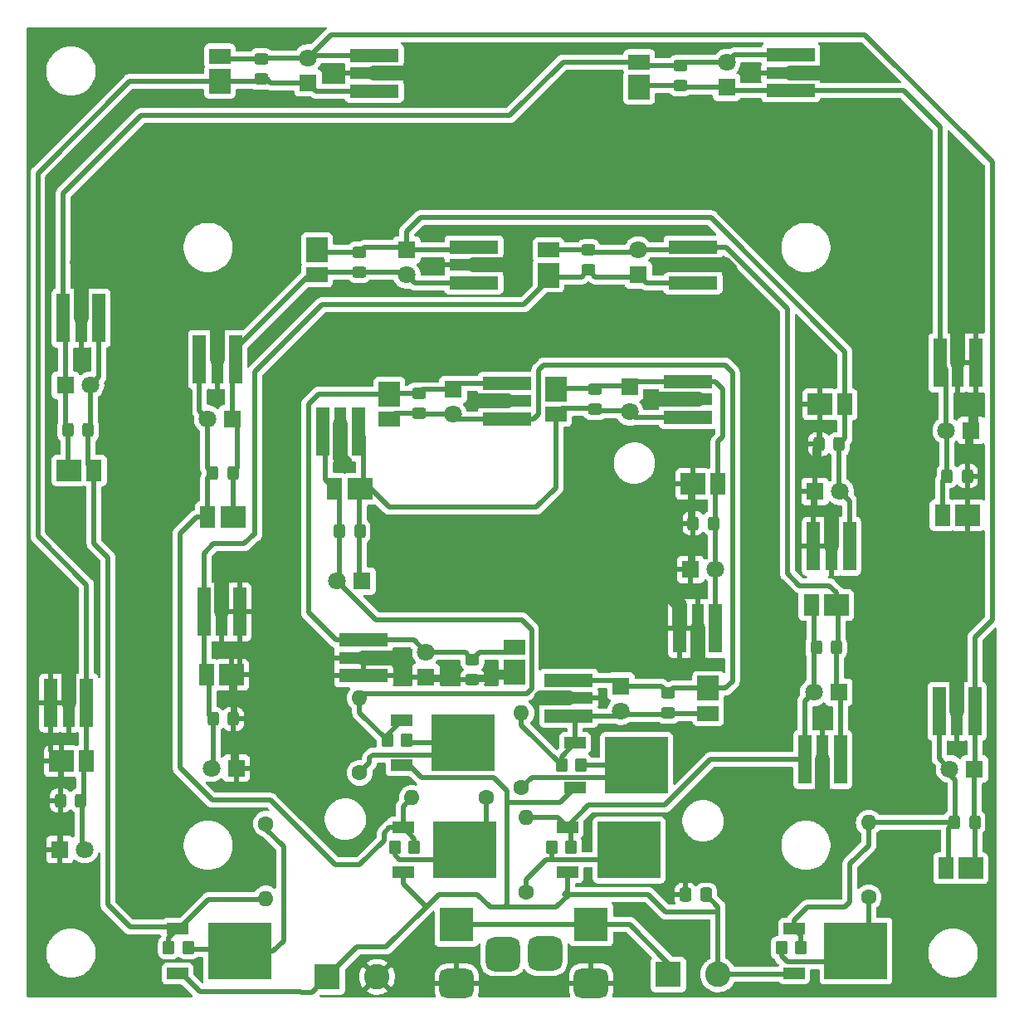
<source format=gbr>
%TF.GenerationSoftware,KiCad,Pcbnew,(6.0.11)*%
%TF.CreationDate,2023-06-08T13:50:34-05:00*%
%TF.ProjectId,LEDpanel,4c454470-616e-4656-9c2e-6b696361645f,rev?*%
%TF.SameCoordinates,Original*%
%TF.FileFunction,Copper,L1,Top*%
%TF.FilePolarity,Positive*%
%FSLAX46Y46*%
G04 Gerber Fmt 4.6, Leading zero omitted, Abs format (unit mm)*
G04 Created by KiCad (PCBNEW (6.0.11)) date 2023-06-08 13:50:34*
%MOMM*%
%LPD*%
G01*
G04 APERTURE LIST*
G04 Aperture macros list*
%AMRoundRect*
0 Rectangle with rounded corners*
0 $1 Rounding radius*
0 $2 $3 $4 $5 $6 $7 $8 $9 X,Y pos of 4 corners*
0 Add a 4 corners polygon primitive as box body*
4,1,4,$2,$3,$4,$5,$6,$7,$8,$9,$2,$3,0*
0 Add four circle primitives for the rounded corners*
1,1,$1+$1,$2,$3*
1,1,$1+$1,$4,$5*
1,1,$1+$1,$6,$7*
1,1,$1+$1,$8,$9*
0 Add four rect primitives between the rounded corners*
20,1,$1+$1,$2,$3,$4,$5,0*
20,1,$1+$1,$4,$5,$6,$7,0*
20,1,$1+$1,$6,$7,$8,$9,0*
20,1,$1+$1,$8,$9,$2,$3,0*%
G04 Aperture macros list end*
%TA.AperFunction,SMDPad,CuDef*%
%ADD10R,2.200000X1.200000*%
%TD*%
%TA.AperFunction,SMDPad,CuDef*%
%ADD11R,6.400000X5.800000*%
%TD*%
%TA.AperFunction,SMDPad,CuDef*%
%ADD12R,1.350000X5.000000*%
%TD*%
%TA.AperFunction,SMDPad,CuDef*%
%ADD13R,1.300000X5.000000*%
%TD*%
%TA.AperFunction,ComponentPad*%
%ADD14R,1.800000X1.800000*%
%TD*%
%TA.AperFunction,ComponentPad*%
%ADD15C,1.800000*%
%TD*%
%TA.AperFunction,SMDPad,CuDef*%
%ADD16RoundRect,0.250000X-0.325000X-0.450000X0.325000X-0.450000X0.325000X0.450000X-0.325000X0.450000X0*%
%TD*%
%TA.AperFunction,SMDPad,CuDef*%
%ADD17R,5.000000X1.350000*%
%TD*%
%TA.AperFunction,SMDPad,CuDef*%
%ADD18R,5.000000X1.300000*%
%TD*%
%TA.AperFunction,ComponentPad*%
%ADD19R,3.500000X3.500000*%
%TD*%
%TA.AperFunction,ComponentPad*%
%ADD20RoundRect,0.750000X1.000000X-0.750000X1.000000X0.750000X-1.000000X0.750000X-1.000000X-0.750000X0*%
%TD*%
%TA.AperFunction,ComponentPad*%
%ADD21RoundRect,0.875000X0.875000X-0.875000X0.875000X0.875000X-0.875000X0.875000X-0.875000X-0.875000X0*%
%TD*%
%TA.AperFunction,SMDPad,CuDef*%
%ADD22RoundRect,0.250000X-0.450000X0.325000X-0.450000X-0.325000X0.450000X-0.325000X0.450000X0.325000X0*%
%TD*%
%TA.AperFunction,SMDPad,CuDef*%
%ADD23R,2.200000X2.500000*%
%TD*%
%TA.AperFunction,SMDPad,CuDef*%
%ADD24R,2.200000X1.550000*%
%TD*%
%TA.AperFunction,SMDPad,CuDef*%
%ADD25R,2.500000X2.200000*%
%TD*%
%TA.AperFunction,SMDPad,CuDef*%
%ADD26R,1.550000X2.200000*%
%TD*%
%TA.AperFunction,ComponentPad*%
%ADD27R,2.600000X2.600000*%
%TD*%
%TA.AperFunction,ComponentPad*%
%ADD28C,2.600000*%
%TD*%
%TA.AperFunction,SMDPad,CuDef*%
%ADD29RoundRect,0.250000X-0.350000X-0.450000X0.350000X-0.450000X0.350000X0.450000X-0.350000X0.450000X0*%
%TD*%
%TA.AperFunction,SMDPad,CuDef*%
%ADD30RoundRect,0.250000X0.337500X0.475000X-0.337500X0.475000X-0.337500X-0.475000X0.337500X-0.475000X0*%
%TD*%
%TA.AperFunction,SMDPad,CuDef*%
%ADD31RoundRect,0.250000X0.350000X0.450000X-0.350000X0.450000X-0.350000X-0.450000X0.350000X-0.450000X0*%
%TD*%
%TA.AperFunction,SMDPad,CuDef*%
%ADD32RoundRect,0.250000X0.325000X0.450000X-0.325000X0.450000X-0.325000X-0.450000X0.325000X-0.450000X0*%
%TD*%
%TA.AperFunction,SMDPad,CuDef*%
%ADD33RoundRect,0.250000X0.450000X-0.325000X0.450000X0.325000X-0.450000X0.325000X-0.450000X-0.325000X0*%
%TD*%
%TA.AperFunction,ComponentPad*%
%ADD34C,1.600000*%
%TD*%
%TA.AperFunction,ComponentPad*%
%ADD35O,1.600000X1.600000*%
%TD*%
%TA.AperFunction,ViaPad*%
%ADD36C,0.800000*%
%TD*%
%TA.AperFunction,Conductor*%
%ADD37C,0.500000*%
%TD*%
%TA.AperFunction,Conductor*%
%ADD38C,1.500000*%
%TD*%
G04 APERTURE END LIST*
D10*
%TO.P,U2,1,ADJ*%
%TO.N,Net-(D4-Pad2)*%
X63904000Y-107194000D03*
D11*
%TO.P,U2,2,VO*%
%TO.N,Net-(R2-Pad1)*%
X70204000Y-109474000D03*
D10*
%TO.P,U2,3,VI*%
%TO.N,Net-(C1-Pad1)*%
X63904000Y-111754000D03*
%TD*%
D12*
%TO.P,D63,1,K*%
%TO.N,GND*%
X47231000Y-85192000D03*
%TO.P,D63,2,A*%
%TO.N,Net-(D22-Pad1)*%
X43581000Y-85192000D03*
D13*
%TO.P,D63,3,PAD*%
%TO.N,GND*%
X45406000Y-85192000D03*
%TD*%
D14*
%TO.P,D18,1,K*%
%TO.N,Net-(D16-Pad1)*%
X54200000Y-31200000D03*
D15*
%TO.P,D18,2,A*%
%TO.N,Net-(D1-Pad1)*%
X54200000Y-28660000D03*
%TD*%
D16*
%TO.P,D32,1,K*%
%TO.N,GND*%
X28950000Y-104425000D03*
%TO.P,D32,2,A*%
%TO.N,Net-(D16-Pad1)*%
X31000000Y-104425000D03*
%TD*%
D17*
%TO.P,D65,1,K*%
%TO.N,Net-(D25-Pad1)*%
X92996000Y-61675000D03*
%TO.P,D65,2,A*%
%TO.N,Net-(D10-Pad1)*%
X92996000Y-65325000D03*
D18*
%TO.P,D65,3,PAD*%
%TO.N,GND*%
X92996000Y-63500000D03*
%TD*%
D19*
%TO.P,J1,1*%
%TO.N,+VDC*%
X69374000Y-117094000D03*
D20*
%TO.P,J1,2*%
%TO.N,GND*%
X69374000Y-123094000D03*
D21*
%TO.P,J1,3*%
%TO.N,unconnected-(J1-Pad3)*%
X74074000Y-120094000D03*
%TD*%
D14*
%TO.P,D3,1,K*%
%TO.N,Net-(D1-Pad1)*%
X122200000Y-101200000D03*
D15*
%TO.P,D3,2,A*%
%TO.N,Net-(R1-Pad2)*%
X119660000Y-101200000D03*
%TD*%
D22*
%TO.P,D29,1,K*%
%TO.N,Net-(D28-Pad1)*%
X65500000Y-62875000D03*
%TO.P,D29,2,A*%
%TO.N,Net-(D13-Pad1)*%
X65500000Y-64925000D03*
%TD*%
D17*
%TO.P,D58,1,K*%
%TO.N,Net-(D19-Pad1)*%
X71120000Y-47959000D03*
%TO.P,D58,2,A*%
%TO.N,Net-(D19-Pad2)*%
X71120000Y-51609000D03*
D18*
%TO.P,D58,3,PAD*%
%TO.N,GND*%
X71120000Y-49784000D03*
%TD*%
D23*
%TO.P,D49,1,K*%
%TO.N,Net-(D49-Pad1)*%
X87983000Y-31640000D03*
D24*
%TO.P,D49,2,A*%
%TO.N,Net-(D46-Pad1)*%
X87983000Y-29065000D03*
%TD*%
D14*
%TO.P,D9,1,K*%
%TO.N,Net-(D22-Pad2)*%
X108336000Y-93384000D03*
D15*
%TO.P,D9,2,A*%
%TO.N,Net-(R3-Pad2)*%
X105796000Y-93384000D03*
%TD*%
D14*
%TO.P,D45,1,K*%
%TO.N,GND*%
X66224500Y-91827000D03*
D15*
%TO.P,D45,2,A*%
%TO.N,Net-(D28-Pad1)*%
X66224500Y-89287000D03*
%TD*%
D23*
%TO.P,D22,1,K*%
%TO.N,Net-(D22-Pad1)*%
X78740000Y-50834000D03*
D24*
%TO.P,D22,2,A*%
%TO.N,Net-(D22-Pad2)*%
X78740000Y-48259000D03*
%TD*%
D12*
%TO.P,D60,1,K*%
%TO.N,GND*%
X105780000Y-78486000D03*
%TO.P,D60,2,A*%
%TO.N,Net-(D19-Pad1)*%
X109430000Y-78486000D03*
D13*
%TO.P,D60,3,PAD*%
%TO.N,GND*%
X107605000Y-78486000D03*
%TD*%
D22*
%TO.P,D26,1,K*%
%TO.N,Net-(D25-Pad1)*%
X83500000Y-62475000D03*
%TO.P,D26,2,A*%
%TO.N,Net-(D10-Pad1)*%
X83500000Y-64525000D03*
%TD*%
D23*
%TO.P,D25,1,K*%
%TO.N,Net-(D25-Pad1)*%
X79500000Y-62450000D03*
D24*
%TO.P,D25,2,A*%
%TO.N,Net-(D10-Pad1)*%
X79500000Y-65025000D03*
%TD*%
D16*
%TO.P,D35,1,K*%
%TO.N,GND*%
X106326000Y-68072000D03*
%TO.P,D35,2,A*%
%TO.N,Net-(D19-Pad1)*%
X108376000Y-68072000D03*
%TD*%
D10*
%TO.P,U4,1,ADJ*%
%TO.N,Net-(R4-Pad2)*%
X63733000Y-96271000D03*
D11*
%TO.P,U4,2,VO*%
%TO.N,Net-(R4-Pad1)*%
X70033000Y-98551000D03*
D10*
%TO.P,U4,3,VI*%
%TO.N,Net-(C1-Pad1)*%
X63733000Y-100831000D03*
%TD*%
D25*
%TO.P,D40,1,K*%
%TO.N,GND*%
X93470000Y-72136000D03*
D26*
%TO.P,D40,2,A*%
%TO.N,Net-(D25-Pad1)*%
X96045000Y-72136000D03*
%TD*%
D23*
%TO.P,D13,1,K*%
%TO.N,Net-(D13-Pad1)*%
X95028000Y-92964000D03*
D24*
%TO.P,D13,2,A*%
%TO.N,Net-(D13-Pad2)*%
X95028000Y-95539000D03*
%TD*%
D14*
%TO.P,D39,1,K*%
%TO.N,GND*%
X46860000Y-101110000D03*
D15*
%TO.P,D39,2,A*%
%TO.N,Net-(D22-Pad1)*%
X44320000Y-101110000D03*
%TD*%
D10*
%TO.P,U1,1,ADJ*%
%TO.N,Net-(R1-Pad2)*%
X103800000Y-117495000D03*
D11*
%TO.P,U1,2,VO*%
%TO.N,Net-(R1-Pad1)*%
X110100000Y-119775000D03*
D10*
%TO.P,U1,3,VI*%
%TO.N,Net-(C1-Pad1)*%
X103800000Y-122055000D03*
%TD*%
D27*
%TO.P,J3,1,Pin_1*%
%TO.N,Net-(C1-Pad1)*%
X56166000Y-122428000D03*
D28*
%TO.P,J3,2,Pin_2*%
%TO.N,GND*%
X61246000Y-122428000D03*
%TD*%
D29*
%TO.P,R3,1*%
%TO.N,Net-(R3-Pad1)*%
X79042000Y-109220000D03*
%TO.P,R3,2*%
%TO.N,Net-(R3-Pad2)*%
X81042000Y-109220000D03*
%TD*%
D25*
%TO.P,D46,1,K*%
%TO.N,Net-(D46-Pad1)*%
X29800000Y-70750000D03*
D26*
%TO.P,D46,2,A*%
%TO.N,Net-(D46-Pad2)*%
X32375000Y-70750000D03*
%TD*%
D25*
%TO.P,D37,1,K*%
%TO.N,GND*%
X46410000Y-91610000D03*
D26*
%TO.P,D37,2,A*%
%TO.N,Net-(D22-Pad1)*%
X43835000Y-91610000D03*
%TD*%
D29*
%TO.P,R1,1*%
%TO.N,Net-(R1-Pad1)*%
X102500000Y-119450000D03*
%TO.P,R1,2*%
%TO.N,Net-(R1-Pad2)*%
X104500000Y-119450000D03*
%TD*%
D30*
%TO.P,C1,1*%
%TO.N,Net-(C1-Pad1)*%
X94795500Y-114046000D03*
%TO.P,C1,2*%
%TO.N,GND*%
X92720500Y-114046000D03*
%TD*%
D23*
%TO.P,D16,1,K*%
%TO.N,Net-(D16-Pad1)*%
X45200000Y-31050000D03*
D24*
%TO.P,D16,2,A*%
%TO.N,Net-(D1-Pad1)*%
X45200000Y-28475000D03*
%TD*%
D31*
%TO.P,R4,1*%
%TO.N,Net-(R4-Pad1)*%
X64278000Y-98298000D03*
%TO.P,R4,2*%
%TO.N,Net-(R4-Pad2)*%
X62278000Y-98298000D03*
%TD*%
D17*
%TO.P,D62,1,K*%
%TO.N,Net-(D22-Pad1)*%
X93472000Y-51609000D03*
%TO.P,D62,2,A*%
%TO.N,Net-(D22-Pad2)*%
X93472000Y-47959000D03*
D18*
%TO.P,D62,3,PAD*%
%TO.N,GND*%
X93472000Y-49784000D03*
%TD*%
D16*
%TO.P,D47,1,K*%
%TO.N,Net-(D46-Pad1)*%
X29725000Y-66650000D03*
%TO.P,D47,2,A*%
%TO.N,Net-(D46-Pad2)*%
X31775000Y-66650000D03*
%TD*%
D25*
%TO.P,D34,1,K*%
%TO.N,GND*%
X106391000Y-64008000D03*
D26*
%TO.P,D34,2,A*%
%TO.N,Net-(D19-Pad1)*%
X108966000Y-64008000D03*
%TD*%
D32*
%TO.P,D38,1,K*%
%TO.N,GND*%
X46555000Y-96110000D03*
%TO.P,D38,2,A*%
%TO.N,Net-(D22-Pad1)*%
X44505000Y-96110000D03*
%TD*%
D14*
%TO.P,D36,1,K*%
%TO.N,GND*%
X105941000Y-72898000D03*
D15*
%TO.P,D36,2,A*%
%TO.N,Net-(D19-Pad1)*%
X108481000Y-72898000D03*
%TD*%
D16*
%TO.P,D41,1,K*%
%TO.N,GND*%
X93495000Y-76136000D03*
%TO.P,D41,2,A*%
%TO.N,Net-(D25-Pad1)*%
X95545000Y-76136000D03*
%TD*%
D22*
%TO.P,D20,1,K*%
%TO.N,Net-(D19-Pad1)*%
X59436000Y-48475000D03*
%TO.P,D20,2,A*%
%TO.N,Net-(D19-Pad2)*%
X59436000Y-50525000D03*
%TD*%
D32*
%TO.P,D11,1,K*%
%TO.N,Net-(D10-Pad1)*%
X59477000Y-76962000D03*
%TO.P,D11,2,A*%
%TO.N,Net-(R4-Pad2)*%
X57427000Y-76962000D03*
%TD*%
D33*
%TO.P,D44,1,K*%
%TO.N,GND*%
X70974500Y-92077000D03*
%TO.P,D44,2,A*%
%TO.N,Net-(D28-Pad1)*%
X70974500Y-90027000D03*
%TD*%
D14*
%TO.P,D33,1,K*%
%TO.N,GND*%
X28885000Y-109425000D03*
D15*
%TO.P,D33,2,A*%
%TO.N,Net-(D16-Pad1)*%
X31425000Y-109425000D03*
%TD*%
D34*
%TO.P,R9,1*%
%TO.N,Net-(R4-Pad1)*%
X59468000Y-101600000D03*
D35*
%TO.P,R9,2*%
%TO.N,Net-(R4-Pad2)*%
X59468000Y-93980000D03*
%TD*%
D29*
%TO.P,R2,1*%
%TO.N,Net-(R2-Pad1)*%
X63040000Y-109220000D03*
%TO.P,R2,2*%
%TO.N,Net-(D4-Pad2)*%
X65040000Y-109220000D03*
%TD*%
D34*
%TO.P,R10,1*%
%TO.N,Net-(R10-Pad1)*%
X75978000Y-103124000D03*
D35*
%TO.P,R10,2*%
%TO.N,Net-(D13-Pad2)*%
X75978000Y-95504000D03*
%TD*%
D25*
%TO.P,D31,1,K*%
%TO.N,GND*%
X29005000Y-100425000D03*
D26*
%TO.P,D31,2,A*%
%TO.N,Net-(D16-Pad1)*%
X31580000Y-100425000D03*
%TD*%
D12*
%TO.P,D56,1,K*%
%TO.N,Net-(D19-Pad2)*%
X46783000Y-59436000D03*
%TO.P,D56,2,A*%
%TO.N,Net-(D4-Pad2)*%
X43133000Y-59436000D03*
D13*
%TO.P,D56,3,PAD*%
%TO.N,GND*%
X44958000Y-59436000D03*
%TD*%
D33*
%TO.P,D17,1,K*%
%TO.N,Net-(D16-Pad1)*%
X49400000Y-30825000D03*
%TO.P,D17,2,A*%
%TO.N,Net-(D1-Pad1)*%
X49400000Y-28775000D03*
%TD*%
D34*
%TO.P,R12,1*%
%TO.N,Net-(R11-Pad1)*%
X49900000Y-106800000D03*
D35*
%TO.P,R12,2*%
%TO.N,Net-(D46-Pad2)*%
X49900000Y-114420000D03*
%TD*%
D32*
%TO.P,D5,1,K*%
%TO.N,Net-(D19-Pad2)*%
X46525000Y-71000000D03*
%TO.P,D5,2,A*%
%TO.N,Net-(D4-Pad2)*%
X44475000Y-71000000D03*
%TD*%
%TO.P,D53,1,K*%
%TO.N,GND*%
X121462000Y-71314500D03*
%TO.P,D53,2,A*%
%TO.N,Net-(D49-Pad1)*%
X119412000Y-71314500D03*
%TD*%
D23*
%TO.P,D28,1,K*%
%TO.N,Net-(D28-Pad1)*%
X62500000Y-62950000D03*
D24*
%TO.P,D28,2,A*%
%TO.N,Net-(D13-Pad1)*%
X62500000Y-65525000D03*
%TD*%
D25*
%TO.P,D7,1,K*%
%TO.N,Net-(D22-Pad2)*%
X108116000Y-84494000D03*
D26*
%TO.P,D7,2,A*%
%TO.N,Net-(R3-Pad2)*%
X105541000Y-84494000D03*
%TD*%
D31*
%TO.P,R11,1*%
%TO.N,Net-(R11-Pad1)*%
X42000000Y-119400000D03*
%TO.P,R11,2*%
%TO.N,Net-(D46-Pad2)*%
X40000000Y-119400000D03*
%TD*%
D33*
%TO.P,D23,1,K*%
%TO.N,Net-(D22-Pad1)*%
X82804000Y-50301000D03*
%TO.P,D23,2,A*%
%TO.N,Net-(D22-Pad2)*%
X82804000Y-48251000D03*
%TD*%
D23*
%TO.P,D43,1,K*%
%TO.N,GND*%
X75224500Y-91352000D03*
D24*
%TO.P,D43,2,A*%
%TO.N,Net-(D28-Pad1)*%
X75224500Y-88777000D03*
%TD*%
D14*
%TO.P,D27,1,K*%
%TO.N,Net-(D25-Pad1)*%
X87000000Y-62230000D03*
D15*
%TO.P,D27,2,A*%
%TO.N,Net-(D10-Pad1)*%
X87000000Y-64770000D03*
%TD*%
D14*
%TO.P,D6,1,K*%
%TO.N,Net-(D19-Pad2)*%
X46500000Y-65500000D03*
D15*
%TO.P,D6,2,A*%
%TO.N,Net-(D4-Pad2)*%
X43960000Y-65500000D03*
%TD*%
D32*
%TO.P,D2,1,K*%
%TO.N,Net-(D1-Pad1)*%
X122225000Y-106625000D03*
%TO.P,D2,2,A*%
%TO.N,Net-(R1-Pad2)*%
X120175000Y-106625000D03*
%TD*%
D31*
%TO.P,R5,1*%
%TO.N,Net-(R10-Pad1)*%
X82058000Y-100838000D03*
%TO.P,R5,2*%
%TO.N,Net-(D13-Pad2)*%
X80058000Y-100838000D03*
%TD*%
D25*
%TO.P,D1,1,K*%
%TO.N,Net-(D1-Pad1)*%
X121850000Y-111350000D03*
D26*
%TO.P,D1,2,A*%
%TO.N,Net-(R1-Pad2)*%
X119275000Y-111350000D03*
%TD*%
D12*
%TO.P,D59,1,K*%
%TO.N,GND*%
X27963000Y-94469000D03*
%TO.P,D59,2,A*%
%TO.N,Net-(D16-Pad1)*%
X31613000Y-94469000D03*
D13*
%TO.P,D59,3,PAD*%
%TO.N,GND*%
X29788000Y-94469000D03*
%TD*%
D14*
%TO.P,D12,1,K*%
%TO.N,Net-(D10-Pad1)*%
X59722000Y-82042000D03*
D15*
%TO.P,D12,2,A*%
%TO.N,Net-(R4-Pad2)*%
X57182000Y-82042000D03*
%TD*%
D14*
%TO.P,D15,1,K*%
%TO.N,Net-(D13-Pad1)*%
X86138000Y-92770000D03*
D15*
%TO.P,D15,2,A*%
%TO.N,Net-(D13-Pad2)*%
X86138000Y-95310000D03*
%TD*%
D34*
%TO.P,R6,1*%
%TO.N,Net-(R1-Pad1)*%
X111400000Y-114300000D03*
D35*
%TO.P,R6,2*%
%TO.N,Net-(R1-Pad2)*%
X111400000Y-106680000D03*
%TD*%
D25*
%TO.P,D4,1,K*%
%TO.N,Net-(D19-Pad2)*%
X46550000Y-75500000D03*
D26*
%TO.P,D4,2,A*%
%TO.N,Net-(D4-Pad2)*%
X43975000Y-75500000D03*
%TD*%
D25*
%TO.P,D10,1,K*%
%TO.N,Net-(D10-Pad1)*%
X59502000Y-72644000D03*
D26*
%TO.P,D10,2,A*%
%TO.N,Net-(R4-Pad2)*%
X56927000Y-72644000D03*
%TD*%
D12*
%TO.P,D70,1,K*%
%TO.N,Net-(D46-Pad1)*%
X29218000Y-55207000D03*
%TO.P,D70,2,A*%
%TO.N,Net-(D46-Pad2)*%
X32868000Y-55207000D03*
D13*
%TO.P,D70,3,PAD*%
%TO.N,GND*%
X31043000Y-55207000D03*
%TD*%
D14*
%TO.P,D51,1,K*%
%TO.N,Net-(D49-Pad1)*%
X96908000Y-31665000D03*
D15*
%TO.P,D51,2,A*%
%TO.N,Net-(D46-Pad1)*%
X96908000Y-29125000D03*
%TD*%
D33*
%TO.P,D50,1,K*%
%TO.N,Net-(D49-Pad1)*%
X92183000Y-31490000D03*
%TO.P,D50,2,A*%
%TO.N,Net-(D46-Pad1)*%
X92183000Y-29440000D03*
%TD*%
D25*
%TO.P,D52,1,K*%
%TO.N,GND*%
X121487000Y-75314500D03*
D26*
%TO.P,D52,2,A*%
%TO.N,Net-(D49-Pad1)*%
X118912000Y-75314500D03*
%TD*%
D14*
%TO.P,D21,1,K*%
%TO.N,Net-(D19-Pad1)*%
X64262000Y-48260000D03*
D15*
%TO.P,D21,2,A*%
%TO.N,Net-(D19-Pad2)*%
X64262000Y-50800000D03*
%TD*%
D10*
%TO.P,U5,1,ADJ*%
%TO.N,Net-(D13-Pad2)*%
X81430000Y-98558000D03*
D11*
%TO.P,U5,2,VO*%
%TO.N,Net-(R10-Pad1)*%
X87730000Y-100838000D03*
D10*
%TO.P,U5,3,VI*%
%TO.N,Net-(C1-Pad1)*%
X81430000Y-103118000D03*
%TD*%
D22*
%TO.P,D14,1,K*%
%TO.N,Net-(D13-Pad1)*%
X90964000Y-93463000D03*
%TO.P,D14,2,A*%
%TO.N,Net-(D13-Pad2)*%
X90964000Y-95513000D03*
%TD*%
D12*
%TO.P,D55,1,K*%
%TO.N,Net-(D1-Pad1)*%
X122245000Y-95325000D03*
%TO.P,D55,2,A*%
%TO.N,Net-(R1-Pad2)*%
X118595000Y-95325000D03*
D13*
%TO.P,D55,3,PAD*%
%TO.N,GND*%
X120420000Y-95325000D03*
%TD*%
D32*
%TO.P,D8,1,K*%
%TO.N,Net-(D22-Pad2)*%
X108091000Y-88812000D03*
%TO.P,D8,2,A*%
%TO.N,Net-(R3-Pad2)*%
X106041000Y-88812000D03*
%TD*%
D12*
%TO.P,D61,1,K*%
%TO.N,Net-(D22-Pad2)*%
X108541000Y-100242000D03*
%TO.P,D61,2,A*%
%TO.N,Net-(R3-Pad2)*%
X104891000Y-100242000D03*
D13*
%TO.P,D61,3,PAD*%
%TO.N,GND*%
X106716000Y-100242000D03*
%TD*%
D17*
%TO.P,D68,1,K*%
%TO.N,Net-(D28-Pad1)*%
X74500000Y-61850000D03*
%TO.P,D68,2,A*%
%TO.N,Net-(D13-Pad1)*%
X74500000Y-65500000D03*
D18*
%TO.P,D68,3,PAD*%
%TO.N,GND*%
X74500000Y-63675000D03*
%TD*%
D12*
%TO.P,D66,1,K*%
%TO.N,GND*%
X92140000Y-86868000D03*
%TO.P,D66,2,A*%
%TO.N,Net-(D25-Pad1)*%
X95790000Y-86868000D03*
D13*
%TO.P,D66,3,PAD*%
%TO.N,GND*%
X93965000Y-86868000D03*
%TD*%
D14*
%TO.P,D54,1,K*%
%TO.N,GND*%
X121862000Y-66664500D03*
D15*
%TO.P,D54,2,A*%
%TO.N,Net-(D49-Pad1)*%
X119322000Y-66664500D03*
%TD*%
D14*
%TO.P,D42,1,K*%
%TO.N,GND*%
X93250000Y-80860000D03*
D15*
%TO.P,D42,2,A*%
%TO.N,Net-(D25-Pad1)*%
X95790000Y-80860000D03*
%TD*%
D27*
%TO.P,SW1,1,A*%
%TO.N,+VDC*%
X90964000Y-122174000D03*
D28*
%TO.P,SW1,2,B*%
%TO.N,Net-(C1-Pad1)*%
X96044000Y-122174000D03*
%TD*%
D17*
%TO.P,D57,1,K*%
%TO.N,Net-(D16-Pad1)*%
X60960000Y-32051000D03*
%TO.P,D57,2,A*%
%TO.N,Net-(D1-Pad1)*%
X60960000Y-28401000D03*
D18*
%TO.P,D57,3,PAD*%
%TO.N,GND*%
X60960000Y-30226000D03*
%TD*%
D12*
%TO.P,D64,1,K*%
%TO.N,Net-(D10-Pad1)*%
X59325000Y-66802000D03*
%TO.P,D64,2,A*%
%TO.N,Net-(R4-Pad2)*%
X55675000Y-66802000D03*
D13*
%TO.P,D64,3,PAD*%
%TO.N,GND*%
X57500000Y-66802000D03*
%TD*%
D10*
%TO.P,U3,1,ADJ*%
%TO.N,Net-(R3-Pad2)*%
X80668000Y-107194000D03*
D11*
%TO.P,U3,2,VO*%
%TO.N,Net-(R3-Pad1)*%
X86968000Y-109474000D03*
D10*
%TO.P,U3,3,VI*%
%TO.N,Net-(C1-Pad1)*%
X80668000Y-111754000D03*
%TD*%
D14*
%TO.P,D30,1,K*%
%TO.N,Net-(D28-Pad1)*%
X69000000Y-62500000D03*
D15*
%TO.P,D30,2,A*%
%TO.N,Net-(D13-Pad1)*%
X69000000Y-65040000D03*
%TD*%
D12*
%TO.P,D72,1,K*%
%TO.N,GND*%
X122325000Y-59754500D03*
%TO.P,D72,2,A*%
%TO.N,Net-(D49-Pad1)*%
X118675000Y-59754500D03*
D13*
%TO.P,D72,3,PAD*%
%TO.N,GND*%
X120500000Y-59754500D03*
%TD*%
D17*
%TO.P,D69,1,K*%
%TO.N,GND*%
X59866500Y-91694000D03*
%TO.P,D69,2,A*%
%TO.N,Net-(D28-Pad1)*%
X59866500Y-88044000D03*
D18*
%TO.P,D69,3,PAD*%
%TO.N,GND*%
X59866500Y-89869000D03*
%TD*%
D10*
%TO.P,U6,1,ADJ*%
%TO.N,Net-(D46-Pad2)*%
X40900000Y-117520000D03*
D11*
%TO.P,U6,2,VO*%
%TO.N,Net-(R11-Pad1)*%
X47200000Y-119800000D03*
D10*
%TO.P,U6,3,VI*%
%TO.N,Net-(C1-Pad1)*%
X40900000Y-122080000D03*
%TD*%
D17*
%TO.P,D71,1,K*%
%TO.N,Net-(D49-Pad1)*%
X103450000Y-32000000D03*
%TO.P,D71,2,A*%
%TO.N,Net-(D46-Pad1)*%
X103450000Y-28350000D03*
D18*
%TO.P,D71,3,PAD*%
%TO.N,GND*%
X103450000Y-30175000D03*
%TD*%
D34*
%TO.P,R7,1*%
%TO.N,Net-(R2-Pad1)*%
X72422000Y-104140000D03*
D35*
%TO.P,R7,2*%
%TO.N,Net-(D4-Pad2)*%
X64802000Y-104140000D03*
%TD*%
D23*
%TO.P,D19,1,K*%
%TO.N,Net-(D19-Pad1)*%
X55118000Y-48226000D03*
D24*
%TO.P,D19,2,A*%
%TO.N,Net-(D19-Pad2)*%
X55118000Y-50801000D03*
%TD*%
D34*
%TO.P,R8,1*%
%TO.N,Net-(R3-Pad1)*%
X76486000Y-113792000D03*
D35*
%TO.P,R8,2*%
%TO.N,Net-(R3-Pad2)*%
X76486000Y-106172000D03*
%TD*%
D14*
%TO.P,D48,1,K*%
%TO.N,Net-(D46-Pad1)*%
X29450000Y-62050000D03*
D15*
%TO.P,D48,2,A*%
%TO.N,Net-(D46-Pad2)*%
X31990000Y-62050000D03*
%TD*%
D14*
%TO.P,D24,1,K*%
%TO.N,Net-(D22-Pad1)*%
X87884000Y-50800000D03*
D15*
%TO.P,D24,2,A*%
%TO.N,Net-(D22-Pad2)*%
X87884000Y-48260000D03*
%TD*%
D17*
%TO.P,D67,1,K*%
%TO.N,Net-(D13-Pad1)*%
X80804000Y-92155000D03*
%TO.P,D67,2,A*%
%TO.N,Net-(D13-Pad2)*%
X80804000Y-95805000D03*
D18*
%TO.P,D67,3,PAD*%
%TO.N,GND*%
X80804000Y-93980000D03*
%TD*%
D19*
%TO.P,J2,1*%
%TO.N,+VDC*%
X83090000Y-117043200D03*
D20*
%TO.P,J2,2*%
%TO.N,GND*%
X83090000Y-123043200D03*
D21*
%TO.P,J2,3*%
%TO.N,unconnected-(J2-Pad3)*%
X78390000Y-120043200D03*
%TD*%
D36*
%TO.N,GND*%
X44450000Y-54483000D03*
X57500000Y-66000000D03*
X106934000Y-103886000D03*
X94012000Y-89916000D03*
X93965000Y-86868000D03*
X67056000Y-31750000D03*
X29741000Y-89135000D03*
X121516000Y-79439500D03*
X120500000Y-52000000D03*
X59866500Y-89869000D03*
X57500000Y-68000000D03*
X73325000Y-63675000D03*
X74500000Y-63675000D03*
X45790000Y-79760000D03*
X60869000Y-89869000D03*
X57500000Y-66802000D03*
X120100000Y-89875000D03*
X91218000Y-83566000D03*
X107500000Y-75000000D03*
X71000000Y-64000000D03*
X75057000Y-50038000D03*
X89186000Y-63246000D03*
X58000000Y-70000000D03*
X92996000Y-63500000D03*
X63786000Y-90678000D03*
X78010000Y-93980000D03*
X94000000Y-63500000D03*
X90424000Y-49911000D03*
X108530000Y-30302000D03*
X30662000Y-49492000D03*
X97282000Y-50292000D03*
%TD*%
D37*
%TO.N,Net-(C1-Pad1)*%
X74200000Y-115316000D02*
X72788000Y-115316000D01*
X41280000Y-122080000D02*
X43152000Y-123952000D01*
X74200000Y-115316000D02*
X74500000Y-115016000D01*
X63904000Y-111754000D02*
X63904000Y-112894000D01*
X82018000Y-113990000D02*
X88876000Y-113990000D01*
X74500000Y-104856000D02*
X74708000Y-104648000D01*
X64541000Y-100831000D02*
X63733000Y-100831000D01*
X80668000Y-111754000D02*
X80668000Y-113674000D01*
X80668000Y-113674000D02*
X80352000Y-113990000D01*
X80860000Y-113990000D02*
X79534000Y-115316000D01*
X74500000Y-103424000D02*
X73184000Y-102108000D01*
X88876000Y-113990000D02*
X90710000Y-115824000D01*
X82018000Y-113990000D02*
X80860000Y-113990000D01*
X79900000Y-104648000D02*
X81430000Y-103118000D01*
X96044000Y-122174000D02*
X103681000Y-122174000D01*
X56166000Y-122428000D02*
X59214000Y-119380000D01*
X96044000Y-122174000D02*
X96044000Y-115824000D01*
X67530000Y-113990000D02*
X71462000Y-113990000D01*
X53500000Y-124000000D02*
X54594000Y-124000000D01*
X63904000Y-112894000D02*
X66265000Y-115255000D01*
X90710000Y-115824000D02*
X96044000Y-115824000D01*
X62140000Y-119380000D02*
X66265000Y-115255000D01*
X53452000Y-123952000D02*
X53500000Y-124000000D01*
X72788000Y-115316000D02*
X71462000Y-113990000D01*
X96044000Y-115824000D02*
X96044000Y-115294500D01*
X80352000Y-113990000D02*
X82018000Y-113990000D01*
X43152000Y-123952000D02*
X53452000Y-123952000D01*
X40900000Y-122080000D02*
X41280000Y-122080000D01*
X54594000Y-124000000D02*
X56166000Y-122428000D01*
X67530000Y-113990000D02*
X66265000Y-115255000D01*
X73184000Y-102108000D02*
X65818000Y-102108000D01*
X103681000Y-122174000D02*
X103800000Y-122055000D01*
X74500000Y-104856000D02*
X74500000Y-103424000D01*
X96044000Y-115294500D02*
X94795500Y-114046000D01*
X79534000Y-115316000D02*
X74200000Y-115316000D01*
X74500000Y-115016000D02*
X74500000Y-104856000D01*
X65818000Y-102108000D02*
X64541000Y-100831000D01*
X74708000Y-104648000D02*
X79900000Y-104648000D01*
X59214000Y-119380000D02*
X62140000Y-119380000D01*
%TO.N,GND*%
X121487000Y-79410500D02*
X121516000Y-79439500D01*
D38*
X71120000Y-49784000D02*
X74803000Y-49784000D01*
X74803000Y-49784000D02*
X75057000Y-50038000D01*
X71325000Y-63675000D02*
X73325000Y-63675000D01*
X89440000Y-63500000D02*
X89186000Y-63246000D01*
X44958000Y-59436000D02*
X44958000Y-54991000D01*
D37*
X121462000Y-67064500D02*
X121862000Y-66664500D01*
X105780000Y-73059000D02*
X105941000Y-72898000D01*
D38*
X44958000Y-54991000D02*
X44450000Y-54483000D01*
X31043000Y-55207000D02*
X31043000Y-49873000D01*
D37*
X27963000Y-94469000D02*
X27963000Y-99383000D01*
D38*
X94012000Y-89916000D02*
X94012000Y-86915000D01*
D37*
X121462000Y-71314500D02*
X121462000Y-67064500D01*
X93504000Y-80606000D02*
X93504000Y-76145000D01*
D38*
X120420000Y-95325000D02*
X120420000Y-90195000D01*
X108403000Y-30175000D02*
X108530000Y-30302000D01*
D37*
X46410000Y-91610000D02*
X46700000Y-91900000D01*
X28935000Y-104440000D02*
X28935000Y-109375000D01*
D38*
X31043000Y-49873000D02*
X30662000Y-49492000D01*
D37*
X46555000Y-96110000D02*
X46555000Y-100805000D01*
D38*
X90551000Y-49784000D02*
X90424000Y-49911000D01*
D37*
X47231000Y-90789000D02*
X46410000Y-91610000D01*
D38*
X45406000Y-80239000D02*
X45914000Y-79731000D01*
D37*
X29005000Y-100425000D02*
X28935000Y-100495000D01*
D38*
X120420000Y-90195000D02*
X120100000Y-89875000D01*
D37*
X47231000Y-85192000D02*
X47231000Y-90789000D01*
X121487000Y-75314500D02*
X121487000Y-71339500D01*
D38*
X92140000Y-84488000D02*
X91218000Y-83566000D01*
X57500000Y-66802000D02*
X57500000Y-66000000D01*
D37*
X93250000Y-80860000D02*
X93504000Y-80606000D01*
X75224500Y-91352000D02*
X74699500Y-91877000D01*
X70974500Y-92077000D02*
X66474500Y-92077000D01*
X74699500Y-91877000D02*
X71174500Y-91877000D01*
X28950000Y-104425000D02*
X28935000Y-104440000D01*
X122325000Y-59754500D02*
X122325000Y-66201500D01*
D38*
X57500000Y-69500000D02*
X58000000Y-70000000D01*
D37*
X93504000Y-76145000D02*
X93495000Y-76136000D01*
X121487000Y-71339500D02*
X121462000Y-71314500D01*
D38*
X106716000Y-100242000D02*
X106716000Y-103668000D01*
X103450000Y-30175000D02*
X108403000Y-30175000D01*
X65532000Y-30226000D02*
X67056000Y-31750000D01*
D37*
X106391000Y-64008000D02*
X106416000Y-64033000D01*
X28935000Y-104410000D02*
X28950000Y-104425000D01*
X122325000Y-66201500D02*
X121862000Y-66664500D01*
D38*
X71000000Y-64000000D02*
X71325000Y-63675000D01*
D37*
X71174500Y-91877000D02*
X70974500Y-92077000D01*
D38*
X60960000Y-30226000D02*
X65532000Y-30226000D01*
D37*
X105941000Y-68457000D02*
X105941000Y-72898000D01*
D38*
X62977000Y-89869000D02*
X63786000Y-90678000D01*
X94012000Y-86915000D02*
X93965000Y-86868000D01*
X45406000Y-85192000D02*
X45406000Y-80239000D01*
D37*
X46700000Y-95965000D02*
X46555000Y-96110000D01*
X106416000Y-67982000D02*
X106326000Y-68072000D01*
D38*
X107605000Y-78486000D02*
X107605000Y-75105000D01*
X78010000Y-93980000D02*
X80804000Y-93980000D01*
X93472000Y-49784000D02*
X96774000Y-49784000D01*
D37*
X46700000Y-91900000D02*
X46700000Y-95965000D01*
X121487000Y-75314500D02*
X121487000Y-79410500D01*
D38*
X92996000Y-63500000D02*
X94000000Y-63500000D01*
D37*
X28935000Y-109375000D02*
X28885000Y-109425000D01*
D38*
X57500000Y-68000000D02*
X57500000Y-69500000D01*
D37*
X93495000Y-76136000D02*
X93250000Y-75891000D01*
D38*
X60869000Y-89869000D02*
X62977000Y-89869000D01*
D37*
X93203000Y-80907000D02*
X93250000Y-80860000D01*
X27963000Y-99383000D02*
X29005000Y-100425000D01*
D38*
X107605000Y-75105000D02*
X107500000Y-75000000D01*
D37*
X106326000Y-68072000D02*
X105941000Y-68457000D01*
X106416000Y-64033000D02*
X106416000Y-67982000D01*
D38*
X59866500Y-89869000D02*
X60869000Y-89869000D01*
X74500000Y-63675000D02*
X73325000Y-63675000D01*
D37*
X93250000Y-72356000D02*
X93470000Y-72136000D01*
D38*
X29788000Y-89182000D02*
X29741000Y-89135000D01*
X57500000Y-66802000D02*
X57500000Y-68000000D01*
D37*
X93250000Y-75891000D02*
X93250000Y-72356000D01*
D38*
X29788000Y-94469000D02*
X29788000Y-89182000D01*
D37*
X28935000Y-100495000D02*
X28935000Y-104410000D01*
X105780000Y-78486000D02*
X105780000Y-73059000D01*
D38*
X120500000Y-59754500D02*
X120500000Y-52000000D01*
X106716000Y-103668000D02*
X106934000Y-103886000D01*
X89440000Y-63500000D02*
X92996000Y-63500000D01*
X92140000Y-86868000D02*
X92140000Y-84488000D01*
X96774000Y-49784000D02*
X97282000Y-50292000D01*
D37*
X46555000Y-100805000D02*
X46860000Y-101110000D01*
D38*
X93472000Y-49784000D02*
X90551000Y-49784000D01*
D37*
%TO.N,Net-(D1-Pad1)*%
X54459000Y-28401000D02*
X54200000Y-28660000D01*
X124000000Y-86000000D02*
X122245000Y-87755000D01*
X122245000Y-87755000D02*
X122245000Y-95325000D01*
X50115000Y-28660000D02*
X50000000Y-28775000D01*
X122245000Y-101155000D02*
X122200000Y-101200000D01*
X49400000Y-28775000D02*
X45500000Y-28775000D01*
X50000000Y-28775000D02*
X49400000Y-28775000D01*
X110998000Y-26289000D02*
X56571000Y-26289000D01*
X56571000Y-26289000D02*
X54200000Y-28660000D01*
X122200000Y-101200000D02*
X122200000Y-106600000D01*
X54200000Y-28660000D02*
X50115000Y-28660000D01*
X124000000Y-86000000D02*
X124000000Y-39291000D01*
X122225000Y-106625000D02*
X122225000Y-110975000D01*
X122225000Y-110975000D02*
X121850000Y-111350000D01*
X122245000Y-95325000D02*
X122245000Y-101155000D01*
X60960000Y-28401000D02*
X54459000Y-28401000D01*
X45500000Y-28775000D02*
X45200000Y-28475000D01*
X122200000Y-106600000D02*
X122225000Y-106625000D01*
X124000000Y-39291000D02*
X110998000Y-26289000D01*
%TO.N,Net-(R1-Pad1)*%
X110100000Y-119025000D02*
X110100000Y-119775000D01*
X108971000Y-120904000D02*
X110100000Y-119775000D01*
X103096000Y-120904000D02*
X108971000Y-120904000D01*
X102500000Y-119450000D02*
X102500000Y-120308000D01*
X111400000Y-114300000D02*
X111400000Y-117725000D01*
X102500000Y-120308000D02*
X103096000Y-120904000D01*
X111400000Y-117725000D02*
X110100000Y-119025000D01*
%TO.N,Net-(D19-Pad2)*%
X46500000Y-65500000D02*
X46500000Y-58656000D01*
X46550000Y-71025000D02*
X46550000Y-75500000D01*
X46500000Y-58656000D02*
X54131000Y-51025000D01*
X71120000Y-51609000D02*
X65071000Y-51609000D01*
X47000000Y-70525000D02*
X46525000Y-71000000D01*
X54131000Y-51025000D02*
X54894000Y-51025000D01*
X46500000Y-65500000D02*
X47000000Y-66000000D01*
X47000000Y-66000000D02*
X47000000Y-70525000D01*
X59436000Y-50525000D02*
X55394000Y-50525000D01*
X64262000Y-50800000D02*
X63987000Y-50525000D01*
X46525000Y-71000000D02*
X46550000Y-71025000D01*
X65071000Y-51609000D02*
X64262000Y-50800000D01*
X54894000Y-51025000D02*
X55118000Y-50801000D01*
X55394000Y-50525000D02*
X55118000Y-50801000D01*
X63987000Y-50525000D02*
X59436000Y-50525000D01*
%TO.N,Net-(D4-Pad2)*%
X43975000Y-75500000D02*
X42864000Y-75500000D01*
X61990000Y-107714000D02*
X62516000Y-107188000D01*
X41148000Y-77216000D02*
X41148000Y-101092000D01*
X56998000Y-110998000D02*
X59468000Y-110998000D01*
X43960000Y-65500000D02*
X43960000Y-70485000D01*
X43960000Y-70485000D02*
X44475000Y-71000000D01*
X61990000Y-108476000D02*
X61990000Y-107714000D01*
X63898000Y-107188000D02*
X63904000Y-107194000D01*
X41148000Y-101092000D02*
X44450000Y-104394000D01*
X43133000Y-59436000D02*
X43133000Y-64673000D01*
X50394000Y-104394000D02*
X56998000Y-110998000D01*
X43975000Y-71500000D02*
X43975000Y-75500000D01*
X59468000Y-110998000D02*
X61990000Y-108476000D01*
X44475000Y-71000000D02*
X43975000Y-71500000D01*
X63904000Y-107194000D02*
X63904000Y-105038000D01*
X43133000Y-64673000D02*
X43960000Y-65500000D01*
X65040000Y-109220000D02*
X65040000Y-108330000D01*
X63904000Y-105038000D02*
X64802000Y-104140000D01*
X65040000Y-108330000D02*
X63904000Y-107194000D01*
X44450000Y-104394000D02*
X50394000Y-104394000D01*
X62516000Y-107188000D02*
X63898000Y-107188000D01*
X42864000Y-75500000D02*
X41148000Y-77216000D01*
%TO.N,Net-(D22-Pad2)*%
X108152000Y-93200000D02*
X108336000Y-93384000D01*
X83053000Y-48500000D02*
X82804000Y-48251000D01*
X96854000Y-47959000D02*
X103124000Y-54229000D01*
X108091000Y-88812000D02*
X108152000Y-88873000D01*
X95758000Y-48260000D02*
X87884000Y-48260000D01*
X82804000Y-48251000D02*
X82796000Y-48259000D01*
X108541000Y-100242000D02*
X108541000Y-93589000D01*
X87884000Y-48260000D02*
X87644000Y-48500000D01*
X107392000Y-82500000D02*
X108116000Y-83224000D01*
X93472000Y-47959000D02*
X96854000Y-47959000D01*
X108116000Y-84494000D02*
X108292000Y-84670000D01*
X108292000Y-84670000D02*
X108292000Y-88611000D01*
X108152000Y-88873000D02*
X108152000Y-93200000D01*
X104344000Y-82500000D02*
X107392000Y-82500000D01*
X108292000Y-88611000D02*
X108091000Y-88812000D01*
X108541000Y-93589000D02*
X108336000Y-93384000D01*
X103124000Y-81280000D02*
X104344000Y-82500000D01*
X103124000Y-54229000D02*
X103124000Y-81280000D01*
X87644000Y-48500000D02*
X83053000Y-48500000D01*
X82796000Y-48259000D02*
X78740000Y-48259000D01*
X108116000Y-83224000D02*
X108116000Y-84494000D01*
%TO.N,Net-(D10-Pad1)*%
X59325000Y-66802000D02*
X59849000Y-67326000D01*
X86931000Y-64701000D02*
X83676000Y-64701000D01*
X59000000Y-72811000D02*
X59468000Y-73279000D01*
X92996000Y-65325000D02*
X87555000Y-65325000D01*
X59502000Y-72644000D02*
X60644000Y-72644000D01*
X77500000Y-74500000D02*
X79500000Y-72500000D01*
X59849000Y-67326000D02*
X59849000Y-71962000D01*
X59468000Y-76971000D02*
X59477000Y-76962000D01*
X83416000Y-64441000D02*
X80084000Y-64441000D01*
X62500000Y-74500000D02*
X77500000Y-74500000D01*
X80084000Y-64441000D02*
X79500000Y-65025000D01*
X83676000Y-64701000D02*
X83500000Y-64525000D01*
X79500000Y-72500000D02*
X79500000Y-65025000D01*
X59849000Y-71962000D02*
X59000000Y-72811000D01*
X87000000Y-64770000D02*
X86931000Y-64701000D01*
X60644000Y-72644000D02*
X62500000Y-74500000D01*
X59502000Y-72644000D02*
X59335000Y-72811000D01*
X59722000Y-82042000D02*
X59468000Y-81788000D01*
X59468000Y-73279000D02*
X59468000Y-76953000D01*
X87555000Y-65325000D02*
X87000000Y-64770000D01*
X59468000Y-81788000D02*
X59468000Y-76971000D01*
X83500000Y-64525000D02*
X83416000Y-64441000D01*
X59468000Y-76953000D02*
X59477000Y-76962000D01*
X59335000Y-72811000D02*
X59000000Y-72811000D01*
%TO.N,Net-(R2-Pad1)*%
X69188000Y-110490000D02*
X70204000Y-109474000D01*
X63532000Y-110490000D02*
X69188000Y-110490000D01*
X72422000Y-107256000D02*
X70204000Y-109474000D01*
X63040000Y-109998000D02*
X63532000Y-110490000D01*
X63040000Y-109220000D02*
X63040000Y-109998000D01*
X72422000Y-104140000D02*
X72422000Y-107256000D01*
%TO.N,Net-(D13-Pad1)*%
X77750000Y-60500000D02*
X77750000Y-65000000D01*
X97500000Y-60750000D02*
X96750000Y-60000000D01*
X85523000Y-92155000D02*
X86138000Y-92770000D01*
X80804000Y-92155000D02*
X85523000Y-92155000D01*
X74500000Y-65500000D02*
X69460000Y-65500000D01*
X97500000Y-92250000D02*
X97500000Y-60750000D01*
X95028000Y-92964000D02*
X91463000Y-92964000D01*
X65500000Y-64925000D02*
X63100000Y-64925000D01*
X63100000Y-64925000D02*
X62500000Y-65525000D01*
X91463000Y-92964000D02*
X90964000Y-93463000D01*
X77750000Y-65000000D02*
X77250000Y-65500000D01*
X95028000Y-92964000D02*
X96786000Y-92964000D01*
X90964000Y-93463000D02*
X90271000Y-92770000D01*
X69460000Y-65500000D02*
X69000000Y-65040000D01*
X90271000Y-92770000D02*
X86138000Y-92770000D01*
X65615000Y-65040000D02*
X65500000Y-64925000D01*
X69000000Y-65040000D02*
X65615000Y-65040000D01*
X78250000Y-60000000D02*
X77750000Y-60500000D01*
X77250000Y-65500000D02*
X74500000Y-65500000D01*
X96786000Y-92964000D02*
X97500000Y-92250000D01*
X96750000Y-60000000D02*
X78250000Y-60000000D01*
%TO.N,Net-(D13-Pad2)*%
X95028000Y-95539000D02*
X90990000Y-95539000D01*
X85643000Y-95805000D02*
X86138000Y-95310000D01*
X75978000Y-96758000D02*
X75978000Y-95504000D01*
X90857000Y-95620000D02*
X86448000Y-95620000D01*
X80058000Y-100838000D02*
X75978000Y-96758000D01*
X80058000Y-100838000D02*
X80058000Y-99930000D01*
X80058000Y-99930000D02*
X81430000Y-98558000D01*
X81430000Y-98558000D02*
X81430000Y-96431000D01*
X80804000Y-95805000D02*
X85643000Y-95805000D01*
X90990000Y-95539000D02*
X90964000Y-95513000D01*
X81430000Y-96431000D02*
X80804000Y-95805000D01*
X90964000Y-95513000D02*
X90857000Y-95620000D01*
X86448000Y-95620000D02*
X86138000Y-95310000D01*
%TO.N,Net-(D16-Pad1)*%
X26625000Y-40405000D02*
X26625000Y-77450000D01*
X31285000Y-104140000D02*
X31285000Y-100720000D01*
X31285000Y-100720000D02*
X31580000Y-100425000D01*
X45200000Y-31050000D02*
X35980000Y-31050000D01*
X31425000Y-109425000D02*
X31115000Y-109115000D01*
X50000000Y-30825000D02*
X49400000Y-30825000D01*
X26625000Y-77450000D02*
X31613000Y-82438000D01*
X31115000Y-104540000D02*
X31000000Y-104425000D01*
X35980000Y-31050000D02*
X26625000Y-40405000D01*
X50375000Y-31200000D02*
X50000000Y-30825000D01*
X31580000Y-100425000D02*
X31580000Y-94502000D01*
X31613000Y-82438000D02*
X31613000Y-94469000D01*
X55051000Y-32051000D02*
X54200000Y-31200000D01*
X31580000Y-94502000D02*
X31613000Y-94469000D01*
X60960000Y-32051000D02*
X55051000Y-32051000D01*
X49400000Y-30825000D02*
X49175000Y-31050000D01*
X31000000Y-104425000D02*
X31285000Y-104140000D01*
X31115000Y-109115000D02*
X31115000Y-104540000D01*
X54200000Y-31200000D02*
X50375000Y-31200000D01*
X49175000Y-31050000D02*
X45200000Y-31050000D01*
%TO.N,Net-(D19-Pad1)*%
X59436000Y-48475000D02*
X59411000Y-48450000D01*
X109430000Y-73847000D02*
X108481000Y-72898000D01*
X64002000Y-48000000D02*
X64262000Y-48260000D01*
X59411000Y-48450000D02*
X55342000Y-48450000D01*
X108966000Y-58610500D02*
X95313500Y-44958000D01*
X108481000Y-72500000D02*
X108481000Y-72898000D01*
X108376000Y-72395000D02*
X108481000Y-72500000D01*
X55342000Y-48450000D02*
X55118000Y-48226000D01*
X95313500Y-44958000D02*
X65659000Y-44958000D01*
X108376000Y-68072000D02*
X108376000Y-72395000D01*
X70819000Y-48260000D02*
X71120000Y-47959000D01*
X108966000Y-64008000D02*
X108966000Y-67482000D01*
X109430000Y-78486000D02*
X109430000Y-73847000D01*
X59911000Y-48000000D02*
X64002000Y-48000000D01*
X108966000Y-64008000D02*
X108966000Y-58610500D01*
X108966000Y-67482000D02*
X108376000Y-68072000D01*
X65659000Y-44958000D02*
X64262000Y-46355000D01*
X64262000Y-46355000D02*
X64262000Y-48260000D01*
X64262000Y-48260000D02*
X70819000Y-48260000D01*
X59436000Y-48475000D02*
X59911000Y-48000000D01*
%TO.N,Net-(D22-Pad1)*%
X82105000Y-51000000D02*
X78906000Y-51000000D01*
X43581000Y-91356000D02*
X43835000Y-91610000D01*
X83503000Y-51000000D02*
X82804000Y-50301000D01*
X43581000Y-79219000D02*
X44560000Y-78240000D01*
X44125000Y-95730000D02*
X44505000Y-96110000D01*
X87684000Y-51000000D02*
X83503000Y-51000000D01*
X78740000Y-51308000D02*
X78740000Y-50834000D01*
X43835000Y-91610000D02*
X44125000Y-91900000D01*
X88693000Y-51609000D02*
X87884000Y-50800000D01*
X87884000Y-50800000D02*
X87684000Y-51000000D01*
X55626000Y-53848000D02*
X76200000Y-53848000D01*
X76200000Y-53848000D02*
X78740000Y-51308000D01*
X44505000Y-96110000D02*
X44505000Y-100925000D01*
X48768000Y-77278000D02*
X48768000Y-60706000D01*
X78906000Y-51000000D02*
X78740000Y-50834000D01*
X93472000Y-51609000D02*
X88693000Y-51609000D01*
X48642000Y-77278000D02*
X48768000Y-77278000D01*
X44125000Y-91900000D02*
X44125000Y-95730000D01*
X82804000Y-50301000D02*
X82105000Y-51000000D01*
X43581000Y-85192000D02*
X43581000Y-91356000D01*
X44560000Y-78240000D02*
X47680000Y-78240000D01*
X43581000Y-85192000D02*
X43581000Y-79219000D01*
X44505000Y-100925000D02*
X44320000Y-101110000D01*
X47680000Y-78240000D02*
X48642000Y-77278000D01*
X48768000Y-60706000D02*
X55626000Y-53848000D01*
%TO.N,Net-(D25-Pad1)*%
X83500000Y-62475000D02*
X83416000Y-62391000D01*
X83416000Y-62391000D02*
X79559000Y-62391000D01*
X92996000Y-61675000D02*
X95743000Y-61675000D01*
X96045000Y-72136000D02*
X95790000Y-72391000D01*
X95545000Y-76136000D02*
X95790000Y-76381000D01*
X87000000Y-62230000D02*
X86931000Y-62161000D01*
X96552000Y-67310000D02*
X96045000Y-67817000D01*
X83814000Y-62161000D02*
X83500000Y-62475000D01*
X96045000Y-67817000D02*
X96045000Y-72136000D01*
X86931000Y-62161000D02*
X83814000Y-62161000D01*
X96552000Y-62484000D02*
X96552000Y-67310000D01*
X95790000Y-72391000D02*
X95790000Y-75891000D01*
X87555000Y-61675000D02*
X87000000Y-62230000D01*
X95790000Y-86868000D02*
X95790000Y-80860000D01*
X95790000Y-75891000D02*
X95545000Y-76136000D01*
X92996000Y-61675000D02*
X87555000Y-61675000D01*
X95790000Y-76381000D02*
X95790000Y-80860000D01*
X79559000Y-62391000D02*
X79500000Y-62450000D01*
X95743000Y-61675000D02*
X96552000Y-62484000D01*
%TO.N,Net-(D28-Pad1)*%
X69650000Y-61850000D02*
X69000000Y-62500000D01*
X65500000Y-62875000D02*
X62575000Y-62875000D01*
X70234500Y-89287000D02*
X70974500Y-90027000D01*
X55300000Y-62950000D02*
X62500000Y-62950000D01*
X74699500Y-89302000D02*
X71699500Y-89302000D01*
X54250000Y-85250000D02*
X54250000Y-64000000D01*
X65875000Y-62500000D02*
X65500000Y-62875000D01*
X74500000Y-61850000D02*
X69650000Y-61850000D01*
X62575000Y-62875000D02*
X62500000Y-62950000D01*
X71699500Y-89302000D02*
X70974500Y-90027000D01*
X64981500Y-88044000D02*
X66224500Y-89287000D01*
X69000000Y-62500000D02*
X65875000Y-62500000D01*
X59866500Y-88044000D02*
X57044000Y-88044000D01*
X66224500Y-89287000D02*
X70234500Y-89287000D01*
X54250000Y-64000000D02*
X55300000Y-62950000D01*
X75224500Y-88777000D02*
X74699500Y-89302000D01*
X57044000Y-88044000D02*
X54250000Y-85250000D01*
X59866500Y-88044000D02*
X64981500Y-88044000D01*
%TO.N,Net-(R1-Pad2)*%
X111400000Y-106680000D02*
X120120000Y-106680000D01*
X119660000Y-101760000D02*
X120225000Y-102325000D01*
X108966000Y-115316000D02*
X109474000Y-114808000D01*
X120120000Y-106680000D02*
X120175000Y-106625000D01*
X105156000Y-115316000D02*
X108966000Y-115316000D01*
X118595000Y-100135000D02*
X119660000Y-101200000D01*
X103800000Y-116672000D02*
X105156000Y-115316000D01*
X103800000Y-117495000D02*
X103800000Y-116672000D01*
X109474000Y-110926000D02*
X111400000Y-109000000D01*
X109474000Y-114808000D02*
X109474000Y-110926000D01*
X120225000Y-106575000D02*
X120175000Y-106625000D01*
X104500000Y-118195000D02*
X103800000Y-117495000D01*
X120225000Y-102325000D02*
X120225000Y-106575000D01*
X120175000Y-106625000D02*
X119575000Y-107225000D01*
X119575000Y-107225000D02*
X119575000Y-111050000D01*
X118595000Y-95325000D02*
X118595000Y-100135000D01*
X104500000Y-119450000D02*
X104500000Y-118195000D01*
X119660000Y-101200000D02*
X119660000Y-101760000D01*
X119575000Y-111050000D02*
X119275000Y-111350000D01*
X111400000Y-109000000D02*
X111400000Y-106680000D01*
%TO.N,Net-(R3-Pad1)*%
X79280000Y-110490000D02*
X85952000Y-110490000D01*
X85952000Y-110490000D02*
X86968000Y-109474000D01*
X76486000Y-112522000D02*
X78518000Y-110490000D01*
X79042000Y-109220000D02*
X79042000Y-110252000D01*
X76486000Y-113792000D02*
X76486000Y-112522000D01*
X78518000Y-110490000D02*
X79280000Y-110490000D01*
X79042000Y-110252000D02*
X79280000Y-110490000D01*
%TO.N,Net-(R3-Pad2)*%
X105541000Y-84494000D02*
X105852000Y-84805000D01*
X104891000Y-94289000D02*
X105796000Y-93384000D01*
X90598000Y-104902000D02*
X82836000Y-104902000D01*
X76486000Y-106172000D02*
X79646000Y-106172000D01*
X81042000Y-109220000D02*
X81042000Y-107568000D01*
X80668000Y-107070000D02*
X80668000Y-107194000D01*
X105852000Y-84805000D02*
X105852000Y-88623000D01*
X79646000Y-106172000D02*
X80668000Y-107194000D01*
X105812000Y-89041000D02*
X105812000Y-93368000D01*
X104891000Y-100242000D02*
X95258000Y-100242000D01*
X105852000Y-88623000D02*
X106041000Y-88812000D01*
X82836000Y-104902000D02*
X80668000Y-107070000D01*
X95258000Y-100242000D02*
X90598000Y-104902000D01*
X105812000Y-93368000D02*
X105796000Y-93384000D01*
X81042000Y-107568000D02*
X80668000Y-107194000D01*
X104891000Y-100242000D02*
X104891000Y-94289000D01*
X106041000Y-88812000D02*
X105812000Y-89041000D01*
%TO.N,Net-(R4-Pad2)*%
X59468000Y-93980000D02*
X59948000Y-93500000D01*
X76500000Y-93500000D02*
X77000000Y-93000000D01*
X56000000Y-71717000D02*
X56000000Y-67127000D01*
X61140000Y-86000000D02*
X57182000Y-82042000D01*
X62278000Y-98298000D02*
X62278000Y-97726000D01*
X56927000Y-72644000D02*
X56000000Y-71717000D01*
X57436000Y-76971000D02*
X57427000Y-76962000D01*
X57436000Y-81788000D02*
X57436000Y-76971000D01*
X77000000Y-93000000D02*
X77000000Y-87000000D01*
X56000000Y-67127000D02*
X55675000Y-66802000D01*
X59468000Y-93980000D02*
X59468000Y-95488000D01*
X57436000Y-73153000D02*
X56927000Y-72644000D01*
X57427000Y-76962000D02*
X57436000Y-76953000D01*
X59948000Y-93500000D02*
X76500000Y-93500000D01*
X57182000Y-82042000D02*
X57436000Y-81788000D01*
X76000000Y-86000000D02*
X61140000Y-86000000D01*
X62278000Y-97726000D02*
X63733000Y-96271000D01*
X77000000Y-87000000D02*
X76000000Y-86000000D01*
X59468000Y-95488000D02*
X62278000Y-98298000D01*
X57436000Y-76953000D02*
X57436000Y-73153000D01*
%TO.N,Net-(R4-Pad1)*%
X60484000Y-100584000D02*
X60484000Y-100076000D01*
X68803000Y-99781000D02*
X70033000Y-98551000D01*
X64531000Y-98551000D02*
X70033000Y-98551000D01*
X60779000Y-99781000D02*
X68803000Y-99781000D01*
X60484000Y-100076000D02*
X60779000Y-99781000D01*
X59468000Y-101600000D02*
X60484000Y-100584000D01*
X64278000Y-98298000D02*
X64531000Y-98551000D01*
%TO.N,+VDC*%
X83090000Y-117043200D02*
X69424800Y-117043200D01*
X90964000Y-121010800D02*
X90964000Y-122174000D01*
X86996400Y-117043200D02*
X90964000Y-121010800D01*
X83090000Y-117043200D02*
X86996400Y-117043200D01*
X69424800Y-117043200D02*
X69374000Y-117094000D01*
%TO.N,Net-(D46-Pad1)*%
X29725000Y-70675000D02*
X29800000Y-70750000D01*
X103450000Y-28350000D02*
X97683000Y-28350000D01*
X29450000Y-62050000D02*
X29450000Y-55439000D01*
X37176000Y-34544000D02*
X74756000Y-34544000D01*
X97683000Y-28350000D02*
X96908000Y-29125000D01*
X29450000Y-62050000D02*
X29450000Y-66375000D01*
X29450000Y-66375000D02*
X29725000Y-66650000D01*
X29218000Y-55207000D02*
X29218000Y-42502000D01*
X80235000Y-29065000D02*
X87983000Y-29065000D01*
X29218000Y-42502000D02*
X37176000Y-34544000D01*
X96908000Y-29125000D02*
X92498000Y-29125000D01*
X92498000Y-29125000D02*
X92183000Y-29440000D01*
X92183000Y-29440000D02*
X88358000Y-29440000D01*
X88358000Y-29440000D02*
X87983000Y-29065000D01*
X74756000Y-34544000D02*
X80235000Y-29065000D01*
X29725000Y-66650000D02*
X29725000Y-70675000D01*
X29450000Y-55439000D02*
X29218000Y-55207000D01*
%TO.N,Net-(D46-Pad2)*%
X32868000Y-61172000D02*
X31990000Y-62050000D01*
X32375000Y-78225000D02*
X32375000Y-70750000D01*
X44046000Y-114554000D02*
X41080000Y-117520000D01*
X36075000Y-117355000D02*
X33782000Y-115062000D01*
X40000000Y-119400000D02*
X40000000Y-118420000D01*
X49900000Y-114420000D02*
X49766000Y-114554000D01*
X31990000Y-62050000D02*
X31990000Y-66435000D01*
X40900000Y-117520000D02*
X40735000Y-117355000D01*
X41080000Y-117520000D02*
X40900000Y-117520000D01*
X31990000Y-66435000D02*
X31775000Y-66650000D01*
X49766000Y-114554000D02*
X44046000Y-114554000D01*
X40735000Y-117355000D02*
X36075000Y-117355000D01*
X33782000Y-115062000D02*
X33782000Y-79632000D01*
X32868000Y-55207000D02*
X32868000Y-61172000D01*
X31775000Y-66650000D02*
X31775000Y-70150000D01*
X33782000Y-79632000D02*
X32375000Y-78225000D01*
X40000000Y-118420000D02*
X40900000Y-117520000D01*
X31775000Y-70150000D02*
X32375000Y-70750000D01*
%TO.N,Net-(D49-Pad1)*%
X97243000Y-32000000D02*
X96908000Y-31665000D01*
X118912000Y-75314500D02*
X118912000Y-71814500D01*
X119322000Y-66664500D02*
X119322000Y-60401500D01*
X119322000Y-60401500D02*
X118675000Y-59754500D01*
X118912000Y-71814500D02*
X119412000Y-71314500D01*
X92183000Y-31490000D02*
X88133000Y-31490000D01*
X118675000Y-35675000D02*
X118675000Y-59754500D01*
X92358000Y-31665000D02*
X92183000Y-31490000D01*
X88133000Y-31490000D02*
X87983000Y-31640000D01*
X119412000Y-66754500D02*
X119322000Y-66664500D01*
X103450000Y-32000000D02*
X115000000Y-32000000D01*
X115000000Y-32000000D02*
X118675000Y-35675000D01*
X103450000Y-32000000D02*
X97243000Y-32000000D01*
X119412000Y-71314500D02*
X119412000Y-66754500D01*
X96908000Y-31665000D02*
X92358000Y-31665000D01*
%TO.N,Net-(R10-Pad1)*%
X77034000Y-102068000D02*
X86500000Y-102068000D01*
X82058000Y-100838000D02*
X87730000Y-100838000D01*
X75978000Y-103124000D02*
X77034000Y-102068000D01*
X86500000Y-102068000D02*
X87730000Y-100838000D01*
%TO.N,Net-(R11-Pad1)*%
X42000000Y-119400000D02*
X42235000Y-119635000D01*
X51700000Y-118734000D02*
X50634000Y-119800000D01*
X49900000Y-106800000D02*
X49900000Y-107304000D01*
X47035000Y-119635000D02*
X47200000Y-119800000D01*
X42235000Y-119635000D02*
X47035000Y-119635000D01*
X49900000Y-107304000D02*
X51700000Y-109104000D01*
X51700000Y-109104000D02*
X51700000Y-118734000D01*
X50634000Y-119800000D02*
X47200000Y-119800000D01*
%TD*%
%TA.AperFunction,Conductor*%
%TO.N,GND*%
G36*
X124409532Y-86767315D02*
G01*
X124466368Y-86809862D01*
X124491179Y-86876382D01*
X124491500Y-86885371D01*
X124491500Y-124365500D01*
X124471498Y-124433621D01*
X124417842Y-124480114D01*
X124365500Y-124491500D01*
X85350230Y-124491500D01*
X85282109Y-124471498D01*
X85235616Y-124417842D01*
X85225512Y-124347568D01*
X85235666Y-124313049D01*
X85278299Y-124219931D01*
X85282033Y-124209385D01*
X85335147Y-124002521D01*
X85336918Y-123991966D01*
X85347793Y-123858270D01*
X85348000Y-123853164D01*
X85348000Y-123315315D01*
X85343525Y-123300076D01*
X85342135Y-123298871D01*
X85334452Y-123297200D01*
X80850116Y-123297200D01*
X80834877Y-123301675D01*
X80833672Y-123303065D01*
X80832001Y-123310748D01*
X80832001Y-123853161D01*
X80832209Y-123858271D01*
X80843082Y-123991967D01*
X80844852Y-124002520D01*
X80897967Y-124209385D01*
X80901701Y-124219931D01*
X80944334Y-124313049D01*
X80954505Y-124383313D01*
X80925073Y-124447922D01*
X80865383Y-124486362D01*
X80829770Y-124491500D01*
X71657488Y-124491500D01*
X71589367Y-124471498D01*
X71542874Y-124417842D01*
X71532770Y-124347568D01*
X71542924Y-124313049D01*
X71562299Y-124270731D01*
X71566033Y-124260185D01*
X71619147Y-124053321D01*
X71620918Y-124042766D01*
X71631793Y-123909070D01*
X71632000Y-123903964D01*
X71632000Y-123366115D01*
X71627525Y-123350876D01*
X71626135Y-123349671D01*
X71618452Y-123348000D01*
X67134116Y-123348000D01*
X67118877Y-123352475D01*
X67117672Y-123353865D01*
X67116001Y-123361548D01*
X67116001Y-123903961D01*
X67116209Y-123909071D01*
X67127082Y-124042767D01*
X67128852Y-124053320D01*
X67181967Y-124260185D01*
X67185701Y-124270731D01*
X67205076Y-124313049D01*
X67215247Y-124383313D01*
X67185815Y-124447922D01*
X67126125Y-124486362D01*
X67090512Y-124491500D01*
X61314891Y-124491500D01*
X61308974Y-124489763D01*
X61294937Y-124491500D01*
X55479371Y-124491500D01*
X55411250Y-124471498D01*
X55364757Y-124417842D01*
X55354653Y-124347568D01*
X55384147Y-124282988D01*
X55390276Y-124276405D01*
X55393276Y-124273405D01*
X55455588Y-124239379D01*
X55482371Y-124236500D01*
X57514134Y-124236500D01*
X57576316Y-124229745D01*
X57712705Y-124178615D01*
X57829261Y-124091261D01*
X57916615Y-123974705D01*
X57954778Y-123872906D01*
X60165839Y-123872906D01*
X60174553Y-123884427D01*
X60281452Y-123962809D01*
X60289351Y-123967745D01*
X60518905Y-124088519D01*
X60527454Y-124092236D01*
X60772327Y-124177749D01*
X60781336Y-124180163D01*
X61036166Y-124228544D01*
X61045423Y-124229598D01*
X61299884Y-124239597D01*
X61303284Y-124240742D01*
X61310492Y-124239577D01*
X61313920Y-124239457D01*
X61571753Y-124211220D01*
X61580930Y-124209519D01*
X61831758Y-124143481D01*
X61840574Y-124140445D01*
X62078880Y-124038062D01*
X62087167Y-124033748D01*
X62307718Y-123897266D01*
X62315268Y-123891780D01*
X62320559Y-123887301D01*
X62328997Y-123874497D01*
X62322935Y-123864145D01*
X61258812Y-122800022D01*
X61244868Y-122792408D01*
X61243035Y-122792539D01*
X61236420Y-122796790D01*
X60172497Y-123860713D01*
X60165839Y-123872906D01*
X57954778Y-123872906D01*
X57967745Y-123838316D01*
X57974500Y-123776134D01*
X57974500Y-122385211D01*
X59433775Y-122385211D01*
X59446220Y-122644288D01*
X59447356Y-122653543D01*
X59497961Y-122907945D01*
X59500449Y-122916917D01*
X59588095Y-123161033D01*
X59591895Y-123169568D01*
X59714658Y-123398042D01*
X59719666Y-123405904D01*
X59789720Y-123499716D01*
X59800979Y-123508165D01*
X59813397Y-123501393D01*
X60873978Y-122440812D01*
X60880356Y-122429132D01*
X61610408Y-122429132D01*
X61610539Y-122430965D01*
X61614790Y-122437580D01*
X62682094Y-123504884D01*
X62694474Y-123511644D01*
X62702815Y-123505400D01*
X62836832Y-123297048D01*
X62841275Y-123288864D01*
X62947807Y-123052370D01*
X62950997Y-123043605D01*
X63013530Y-122821885D01*
X67116000Y-122821885D01*
X67120475Y-122837124D01*
X67121865Y-122838329D01*
X67129548Y-122840000D01*
X69101885Y-122840000D01*
X69117124Y-122835525D01*
X69118329Y-122834135D01*
X69120000Y-122826452D01*
X69120000Y-122821885D01*
X69628000Y-122821885D01*
X69632475Y-122837124D01*
X69633865Y-122838329D01*
X69641548Y-122840000D01*
X71613884Y-122840000D01*
X71629123Y-122835525D01*
X71630328Y-122834135D01*
X71631999Y-122826452D01*
X71631999Y-122771085D01*
X80832000Y-122771085D01*
X80836475Y-122786324D01*
X80837865Y-122787529D01*
X80845548Y-122789200D01*
X82817885Y-122789200D01*
X82833124Y-122784725D01*
X82834329Y-122783335D01*
X82836000Y-122775652D01*
X82836000Y-122771085D01*
X83344000Y-122771085D01*
X83348475Y-122786324D01*
X83349865Y-122787529D01*
X83357548Y-122789200D01*
X85329884Y-122789200D01*
X85345123Y-122784725D01*
X85346328Y-122783335D01*
X85347999Y-122775652D01*
X85347999Y-122233239D01*
X85347791Y-122228129D01*
X85336918Y-122094433D01*
X85335148Y-122083880D01*
X85282033Y-121877015D01*
X85278299Y-121866469D01*
X85189490Y-121672495D01*
X85183954Y-121662788D01*
X85062197Y-121487603D01*
X85055024Y-121479024D01*
X84904176Y-121328176D01*
X84895597Y-121321003D01*
X84720412Y-121199246D01*
X84710705Y-121193710D01*
X84516731Y-121104901D01*
X84506185Y-121101167D01*
X84299321Y-121048053D01*
X84288766Y-121046282D01*
X84155070Y-121035407D01*
X84149964Y-121035200D01*
X83362115Y-121035200D01*
X83346876Y-121039675D01*
X83345671Y-121041065D01*
X83344000Y-121048748D01*
X83344000Y-122771085D01*
X82836000Y-122771085D01*
X82836000Y-121053316D01*
X82831525Y-121038077D01*
X82830135Y-121036872D01*
X82822452Y-121035201D01*
X82030039Y-121035201D01*
X82024929Y-121035409D01*
X81891233Y-121046282D01*
X81880680Y-121048052D01*
X81673815Y-121101167D01*
X81663269Y-121104901D01*
X81469295Y-121193710D01*
X81459588Y-121199246D01*
X81284403Y-121321003D01*
X81275824Y-121328176D01*
X81124976Y-121479024D01*
X81117803Y-121487603D01*
X80996046Y-121662788D01*
X80990510Y-121672495D01*
X80901701Y-121866469D01*
X80897967Y-121877015D01*
X80844853Y-122083879D01*
X80843082Y-122094434D01*
X80832207Y-122228130D01*
X80832000Y-122233236D01*
X80832000Y-122771085D01*
X71631999Y-122771085D01*
X71631999Y-122284039D01*
X71631791Y-122278929D01*
X71620918Y-122145233D01*
X71619148Y-122134680D01*
X71566033Y-121927815D01*
X71562299Y-121917269D01*
X71473490Y-121723295D01*
X71467954Y-121713588D01*
X71346197Y-121538403D01*
X71339024Y-121529824D01*
X71188176Y-121378976D01*
X71179597Y-121371803D01*
X71004412Y-121250046D01*
X70994705Y-121244510D01*
X70800731Y-121155701D01*
X70790185Y-121151967D01*
X70583321Y-121098853D01*
X70572766Y-121097082D01*
X70439070Y-121086207D01*
X70433964Y-121086000D01*
X69646115Y-121086000D01*
X69630876Y-121090475D01*
X69629671Y-121091865D01*
X69628000Y-121099548D01*
X69628000Y-122821885D01*
X69120000Y-122821885D01*
X69120000Y-121104116D01*
X69115525Y-121088877D01*
X69114135Y-121087672D01*
X69106452Y-121086001D01*
X68314039Y-121086001D01*
X68308929Y-121086209D01*
X68175233Y-121097082D01*
X68164680Y-121098852D01*
X67957815Y-121151967D01*
X67947269Y-121155701D01*
X67753295Y-121244510D01*
X67743588Y-121250046D01*
X67568403Y-121371803D01*
X67559824Y-121378976D01*
X67408976Y-121529824D01*
X67401803Y-121538403D01*
X67280046Y-121713588D01*
X67274510Y-121723295D01*
X67185701Y-121917269D01*
X67181967Y-121927815D01*
X67128853Y-122134679D01*
X67127082Y-122145234D01*
X67116207Y-122278930D01*
X67116000Y-122284036D01*
X67116000Y-122821885D01*
X63013530Y-122821885D01*
X63021402Y-122793972D01*
X63023262Y-122784830D01*
X63056187Y-122526019D01*
X63056668Y-122519733D01*
X63058987Y-122431160D01*
X63058836Y-122424851D01*
X63039501Y-122164663D01*
X63038125Y-122155457D01*
X62980878Y-121902467D01*
X62978154Y-121893556D01*
X62884143Y-121651806D01*
X62880132Y-121643397D01*
X62751422Y-121418202D01*
X62746211Y-121410476D01*
X62702996Y-121355658D01*
X62691071Y-121347187D01*
X62679537Y-121353673D01*
X61618022Y-122415188D01*
X61610408Y-122429132D01*
X60880356Y-122429132D01*
X60881592Y-122426868D01*
X60881461Y-122425035D01*
X60877210Y-122418420D01*
X59811816Y-121353026D01*
X59798507Y-121345758D01*
X59788472Y-121352878D01*
X59772937Y-121371556D01*
X59767531Y-121379135D01*
X59632965Y-121600891D01*
X59628736Y-121609192D01*
X59528432Y-121848389D01*
X59525471Y-121857239D01*
X59461628Y-122108625D01*
X59460006Y-122117822D01*
X59434020Y-122375885D01*
X59433775Y-122385211D01*
X57974500Y-122385211D01*
X57974500Y-121744371D01*
X57994502Y-121676250D01*
X58011405Y-121655276D01*
X58685992Y-120980689D01*
X60163102Y-120980689D01*
X60167675Y-120990465D01*
X61233188Y-122055978D01*
X61247132Y-122063592D01*
X61248965Y-122063461D01*
X61255580Y-122059210D01*
X62320349Y-120994441D01*
X62326733Y-120982751D01*
X62317321Y-120970641D01*
X62170045Y-120868471D01*
X62162010Y-120863738D01*
X61929376Y-120749016D01*
X61920743Y-120745528D01*
X61673703Y-120666450D01*
X61664643Y-120664274D01*
X61408630Y-120622580D01*
X61399343Y-120621768D01*
X61139992Y-120618373D01*
X61130681Y-120618943D01*
X60873682Y-120653919D01*
X60864546Y-120655860D01*
X60615543Y-120728439D01*
X60606800Y-120731707D01*
X60371252Y-120840296D01*
X60363097Y-120844816D01*
X60172240Y-120969947D01*
X60163102Y-120980689D01*
X58685992Y-120980689D01*
X59491276Y-120175405D01*
X59553588Y-120141379D01*
X59580371Y-120138500D01*
X62072930Y-120138500D01*
X62091880Y-120139933D01*
X62106115Y-120142099D01*
X62106119Y-120142099D01*
X62113349Y-120143199D01*
X62120641Y-120142606D01*
X62120644Y-120142606D01*
X62166018Y-120138915D01*
X62176233Y-120138500D01*
X62184293Y-120138500D01*
X62197583Y-120136951D01*
X62212507Y-120135211D01*
X62216882Y-120134778D01*
X62282339Y-120129454D01*
X62282342Y-120129453D01*
X62289637Y-120128860D01*
X62296601Y-120126604D01*
X62302560Y-120125413D01*
X62308415Y-120124029D01*
X62315681Y-120123182D01*
X62384327Y-120098265D01*
X62388455Y-120096848D01*
X62450936Y-120076607D01*
X62450938Y-120076606D01*
X62457899Y-120074351D01*
X62464154Y-120070555D01*
X62469628Y-120068049D01*
X62475058Y-120065330D01*
X62481937Y-120062833D01*
X62542976Y-120022814D01*
X62546680Y-120020477D01*
X62609107Y-119982595D01*
X62617484Y-119975197D01*
X62617508Y-119975224D01*
X62620500Y-119972571D01*
X62623733Y-119969868D01*
X62629852Y-119965856D01*
X62683128Y-119909617D01*
X62685506Y-119907175D01*
X66781650Y-115811031D01*
X66787337Y-115805685D01*
X66814867Y-115781371D01*
X66833404Y-115765000D01*
X66840995Y-115754259D01*
X66854797Y-115737884D01*
X66900405Y-115692276D01*
X66962717Y-115658250D01*
X67033532Y-115663315D01*
X67090368Y-115705862D01*
X67115179Y-115772382D01*
X67115500Y-115781371D01*
X67115500Y-118892134D01*
X67122255Y-118954316D01*
X67173385Y-119090705D01*
X67260739Y-119207261D01*
X67377295Y-119294615D01*
X67513684Y-119345745D01*
X67575866Y-119352500D01*
X71172134Y-119352500D01*
X71234316Y-119345745D01*
X71370705Y-119294615D01*
X71487261Y-119207261D01*
X71574615Y-119090705D01*
X71577764Y-119082304D01*
X71578981Y-119080082D01*
X71629240Y-119029936D01*
X71698631Y-119014923D01*
X71765123Y-119039809D01*
X71807605Y-119096693D01*
X71815500Y-119140592D01*
X71815500Y-121061364D01*
X71815591Y-121063037D01*
X71815591Y-121063052D01*
X71817815Y-121104116D01*
X71818619Y-121118957D01*
X71819456Y-121123243D01*
X71852678Y-121293360D01*
X71863620Y-121349393D01*
X71946804Y-121568952D01*
X72025879Y-121703464D01*
X72038328Y-121724639D01*
X72065791Y-121771356D01*
X72217181Y-121950819D01*
X72396644Y-122102209D01*
X72401248Y-122104915D01*
X72401250Y-122104917D01*
X72445954Y-122131197D01*
X72599048Y-122221196D01*
X72818607Y-122304380D01*
X73049043Y-122349381D01*
X73053401Y-122349617D01*
X73104948Y-122352409D01*
X73104963Y-122352409D01*
X73106636Y-122352500D01*
X75041364Y-122352500D01*
X75043037Y-122352409D01*
X75043052Y-122352409D01*
X75094599Y-122349617D01*
X75098957Y-122349381D01*
X75329393Y-122304380D01*
X75548952Y-122221196D01*
X75702046Y-122131197D01*
X75746750Y-122104917D01*
X75746752Y-122104915D01*
X75751356Y-122102209D01*
X75930819Y-121950819D01*
X76082209Y-121771356D01*
X76109673Y-121724639D01*
X76125770Y-121697256D01*
X76138311Y-121675923D01*
X76190077Y-121627335D01*
X76259894Y-121614446D01*
X76325595Y-121641350D01*
X76355553Y-121675924D01*
X76379080Y-121715946D01*
X76379083Y-121715950D01*
X76381791Y-121720556D01*
X76533181Y-121900019D01*
X76712644Y-122051409D01*
X76915048Y-122170396D01*
X77134607Y-122253580D01*
X77365043Y-122298581D01*
X77369401Y-122298817D01*
X77420948Y-122301609D01*
X77420963Y-122301609D01*
X77422636Y-122301700D01*
X79357364Y-122301700D01*
X79359037Y-122301609D01*
X79359052Y-122301609D01*
X79410599Y-122298817D01*
X79414957Y-122298581D01*
X79645393Y-122253580D01*
X79864952Y-122170396D01*
X80067356Y-122051409D01*
X80246819Y-121900019D01*
X80398209Y-121720556D01*
X80402306Y-121713588D01*
X80468556Y-121600891D01*
X80517196Y-121518152D01*
X80600380Y-121298593D01*
X80645381Y-121068157D01*
X80646848Y-121041065D01*
X80648409Y-121012252D01*
X80648409Y-121012237D01*
X80648500Y-121010564D01*
X80648500Y-119089792D01*
X80668502Y-119021671D01*
X80722158Y-118975178D01*
X80792432Y-118965074D01*
X80857012Y-118994568D01*
X80885019Y-119029282D01*
X80886236Y-119031504D01*
X80889385Y-119039905D01*
X80976739Y-119156461D01*
X81093295Y-119243815D01*
X81229684Y-119294945D01*
X81291866Y-119301700D01*
X84888134Y-119301700D01*
X84950316Y-119294945D01*
X85086705Y-119243815D01*
X85203261Y-119156461D01*
X85290615Y-119039905D01*
X85341745Y-118903516D01*
X85348500Y-118841334D01*
X85348500Y-117927700D01*
X85368502Y-117859579D01*
X85422158Y-117813086D01*
X85474500Y-117801700D01*
X86630029Y-117801700D01*
X86698150Y-117821702D01*
X86719124Y-117838605D01*
X89262272Y-120381753D01*
X89296298Y-120444065D01*
X89291233Y-120514880D01*
X89274004Y-120546412D01*
X89213385Y-120627295D01*
X89162255Y-120763684D01*
X89155500Y-120825866D01*
X89155500Y-123522134D01*
X89162255Y-123584316D01*
X89213385Y-123720705D01*
X89300739Y-123837261D01*
X89417295Y-123924615D01*
X89553684Y-123975745D01*
X89615866Y-123982500D01*
X92312134Y-123982500D01*
X92374316Y-123975745D01*
X92510705Y-123924615D01*
X92627261Y-123837261D01*
X92714615Y-123720705D01*
X92765745Y-123584316D01*
X92772500Y-123522134D01*
X92772500Y-120825866D01*
X92765745Y-120763684D01*
X92714615Y-120627295D01*
X92627261Y-120510739D01*
X92510705Y-120423385D01*
X92374316Y-120372255D01*
X92312134Y-120365500D01*
X91443571Y-120365500D01*
X91375450Y-120345498D01*
X91354476Y-120328595D01*
X87580170Y-116554289D01*
X87567784Y-116539877D01*
X87559251Y-116528282D01*
X87559246Y-116528277D01*
X87554908Y-116522382D01*
X87549330Y-116517643D01*
X87549327Y-116517640D01*
X87514632Y-116488165D01*
X87507116Y-116481235D01*
X87501421Y-116475540D01*
X87489388Y-116466020D01*
X87479149Y-116457919D01*
X87475745Y-116455128D01*
X87425697Y-116412609D01*
X87425695Y-116412608D01*
X87420115Y-116407867D01*
X87413599Y-116404539D01*
X87408550Y-116401172D01*
X87403421Y-116398005D01*
X87397684Y-116393466D01*
X87331525Y-116362545D01*
X87327625Y-116360639D01*
X87316805Y-116355114D01*
X87262592Y-116327431D01*
X87255484Y-116325692D01*
X87249841Y-116323593D01*
X87244078Y-116321676D01*
X87237450Y-116318578D01*
X87214715Y-116313849D01*
X87165988Y-116303714D01*
X87161699Y-116302743D01*
X87121236Y-116292842D01*
X87090790Y-116285392D01*
X87085188Y-116285044D01*
X87085185Y-116285044D01*
X87079636Y-116284700D01*
X87079638Y-116284664D01*
X87075645Y-116284425D01*
X87071453Y-116284051D01*
X87064285Y-116282560D01*
X86998075Y-116284351D01*
X86986879Y-116284654D01*
X86983472Y-116284700D01*
X85474500Y-116284700D01*
X85406379Y-116264698D01*
X85359886Y-116211042D01*
X85348500Y-116158700D01*
X85348500Y-115245066D01*
X85341745Y-115182884D01*
X85290615Y-115046495D01*
X85276840Y-115028115D01*
X85218345Y-114950065D01*
X85193497Y-114883558D01*
X85208550Y-114814176D01*
X85258724Y-114763946D01*
X85319171Y-114748500D01*
X88509629Y-114748500D01*
X88577750Y-114768502D01*
X88598724Y-114785405D01*
X90126230Y-116312911D01*
X90138616Y-116327323D01*
X90147149Y-116338918D01*
X90147154Y-116338923D01*
X90151492Y-116344818D01*
X90157070Y-116349557D01*
X90157073Y-116349560D01*
X90191768Y-116379035D01*
X90199284Y-116385965D01*
X90204980Y-116391661D01*
X90207841Y-116393924D01*
X90207846Y-116393929D01*
X90227266Y-116409293D01*
X90230667Y-116412082D01*
X90286285Y-116459333D01*
X90292798Y-116462659D01*
X90297837Y-116466020D01*
X90302979Y-116469196D01*
X90308716Y-116473734D01*
X90374875Y-116504655D01*
X90378769Y-116506558D01*
X90443808Y-116539769D01*
X90450917Y-116541508D01*
X90456551Y-116543604D01*
X90462321Y-116545523D01*
X90468950Y-116548622D01*
X90476113Y-116550112D01*
X90476116Y-116550113D01*
X90521703Y-116559595D01*
X90540435Y-116563491D01*
X90544701Y-116564457D01*
X90615610Y-116581808D01*
X90621212Y-116582156D01*
X90621215Y-116582156D01*
X90626764Y-116582500D01*
X90626762Y-116582535D01*
X90630734Y-116582775D01*
X90634955Y-116583152D01*
X90642115Y-116584641D01*
X90719542Y-116582546D01*
X90722950Y-116582500D01*
X95159500Y-116582500D01*
X95227621Y-116602502D01*
X95274114Y-116656158D01*
X95285500Y-116708500D01*
X95285500Y-120451496D01*
X95265498Y-120519617D01*
X95212252Y-120565922D01*
X95164763Y-120587815D01*
X95160854Y-120590378D01*
X94943881Y-120732631D01*
X94943876Y-120732635D01*
X94939968Y-120735197D01*
X94880247Y-120788500D01*
X94784331Y-120874109D01*
X94739426Y-120914188D01*
X94567544Y-121120854D01*
X94565121Y-121124847D01*
X94432556Y-121343307D01*
X94428096Y-121350656D01*
X94426287Y-121354970D01*
X94426285Y-121354974D01*
X94338648Y-121563966D01*
X94324148Y-121598545D01*
X94257981Y-121859077D01*
X94231050Y-122126526D01*
X94231274Y-122131192D01*
X94231274Y-122131197D01*
X94236176Y-122233236D01*
X94243947Y-122395019D01*
X94296388Y-122658656D01*
X94387220Y-122911646D01*
X94389432Y-122915762D01*
X94389433Y-122915765D01*
X94440649Y-123011081D01*
X94514450Y-123148431D01*
X94517241Y-123152168D01*
X94517245Y-123152175D01*
X94581798Y-123238621D01*
X94675281Y-123363810D01*
X94678590Y-123367090D01*
X94678595Y-123367096D01*
X94862863Y-123549762D01*
X94866180Y-123553050D01*
X94869942Y-123555808D01*
X94869945Y-123555811D01*
X94918912Y-123591715D01*
X95082954Y-123711995D01*
X95087089Y-123714171D01*
X95087093Y-123714173D01*
X95316698Y-123834975D01*
X95320840Y-123837154D01*
X95381310Y-123858271D01*
X95512156Y-123903964D01*
X95574613Y-123925775D01*
X95579206Y-123926647D01*
X95834109Y-123975042D01*
X95834112Y-123975042D01*
X95838698Y-123975913D01*
X95966370Y-123980929D01*
X96102625Y-123986283D01*
X96102630Y-123986283D01*
X96107293Y-123986466D01*
X96211607Y-123975042D01*
X96369844Y-123957713D01*
X96369850Y-123957712D01*
X96374497Y-123957203D01*
X96486302Y-123927767D01*
X96629918Y-123889956D01*
X96629920Y-123889955D01*
X96634441Y-123888765D01*
X96741795Y-123842642D01*
X96877120Y-123784502D01*
X96877122Y-123784501D01*
X96881414Y-123782657D01*
X97000071Y-123709230D01*
X97106017Y-123643669D01*
X97106021Y-123643666D01*
X97109990Y-123641210D01*
X97315149Y-123467530D01*
X97492382Y-123265434D01*
X97511163Y-123236237D01*
X97635272Y-123043287D01*
X97635274Y-123043284D01*
X97637797Y-123039361D01*
X97652487Y-123006750D01*
X97698702Y-122952855D01*
X97767369Y-122932500D01*
X102209438Y-122932500D01*
X102277559Y-122952502D01*
X102310263Y-122982934D01*
X102336739Y-123018261D01*
X102453295Y-123105615D01*
X102589684Y-123156745D01*
X102651866Y-123163500D01*
X104948134Y-123163500D01*
X105010316Y-123156745D01*
X105146705Y-123105615D01*
X105263261Y-123018261D01*
X105350615Y-122901705D01*
X105401745Y-122765316D01*
X105408500Y-122703134D01*
X105408500Y-121788500D01*
X105428502Y-121720379D01*
X105482158Y-121673886D01*
X105534500Y-121662500D01*
X106265500Y-121662500D01*
X106333621Y-121682502D01*
X106380114Y-121736158D01*
X106391500Y-121788500D01*
X106391500Y-122723134D01*
X106398255Y-122785316D01*
X106449385Y-122921705D01*
X106536739Y-123038261D01*
X106653295Y-123125615D01*
X106789684Y-123176745D01*
X106851866Y-123183500D01*
X113348134Y-123183500D01*
X113410316Y-123176745D01*
X113546705Y-123125615D01*
X113663261Y-123038261D01*
X113750615Y-122921705D01*
X113801745Y-122785316D01*
X113808500Y-122723134D01*
X113808500Y-120157821D01*
X117491500Y-120157821D01*
X117531060Y-120470975D01*
X117609557Y-120776702D01*
X117611010Y-120780371D01*
X117611010Y-120780372D01*
X117716993Y-121048053D01*
X117725753Y-121070179D01*
X117727659Y-121073647D01*
X117727660Y-121073648D01*
X117820050Y-121241703D01*
X117877816Y-121346779D01*
X118063346Y-121602140D01*
X118279418Y-121832233D01*
X118282469Y-121834757D01*
X118282470Y-121834758D01*
X118394956Y-121927815D01*
X118522625Y-122033432D01*
X118789131Y-122202562D01*
X118792710Y-122204246D01*
X118792717Y-122204250D01*
X119071144Y-122335267D01*
X119071148Y-122335269D01*
X119074734Y-122336956D01*
X119078506Y-122338182D01*
X119078507Y-122338182D01*
X119122293Y-122352409D01*
X119374928Y-122434495D01*
X119684980Y-122493641D01*
X119921162Y-122508500D01*
X120078838Y-122508500D01*
X120315020Y-122493641D01*
X120625072Y-122434495D01*
X120877707Y-122352409D01*
X120921493Y-122338182D01*
X120921494Y-122338182D01*
X120925266Y-122336956D01*
X120928852Y-122335269D01*
X120928856Y-122335267D01*
X121207283Y-122204250D01*
X121207290Y-122204246D01*
X121210869Y-122202562D01*
X121477375Y-122033432D01*
X121605044Y-121927815D01*
X121717530Y-121834758D01*
X121717531Y-121834757D01*
X121720582Y-121832233D01*
X121936654Y-121602140D01*
X122122184Y-121346779D01*
X122179951Y-121241703D01*
X122272340Y-121073648D01*
X122272341Y-121073647D01*
X122274247Y-121070179D01*
X122283008Y-121048053D01*
X122388990Y-120780372D01*
X122388990Y-120780371D01*
X122390443Y-120776702D01*
X122468940Y-120470975D01*
X122508500Y-120157821D01*
X122508500Y-119842179D01*
X122468940Y-119529025D01*
X122390443Y-119223298D01*
X122386224Y-119212642D01*
X122275702Y-118933495D01*
X122275700Y-118933490D01*
X122274247Y-118929821D01*
X122230575Y-118850383D01*
X122124093Y-118656693D01*
X122124091Y-118656690D01*
X122122184Y-118653221D01*
X121936654Y-118397860D01*
X121720582Y-118167767D01*
X121686676Y-118139717D01*
X121564246Y-118038434D01*
X121477375Y-117966568D01*
X121210869Y-117797438D01*
X121207290Y-117795754D01*
X121207283Y-117795750D01*
X120928856Y-117664733D01*
X120928852Y-117664731D01*
X120925266Y-117663044D01*
X120625072Y-117565505D01*
X120315020Y-117506359D01*
X120078838Y-117491500D01*
X119921162Y-117491500D01*
X119684980Y-117506359D01*
X119374928Y-117565505D01*
X119074734Y-117663044D01*
X119071148Y-117664731D01*
X119071144Y-117664733D01*
X118792717Y-117795750D01*
X118792710Y-117795754D01*
X118789131Y-117797438D01*
X118522625Y-117966568D01*
X118435754Y-118038434D01*
X118313325Y-118139717D01*
X118279418Y-118167767D01*
X118063346Y-118397860D01*
X117877816Y-118653221D01*
X117875909Y-118656690D01*
X117875907Y-118656693D01*
X117769425Y-118850383D01*
X117725753Y-118929821D01*
X117724300Y-118933490D01*
X117724298Y-118933495D01*
X117613776Y-119212642D01*
X117609557Y-119223298D01*
X117531060Y-119529025D01*
X117491500Y-119842179D01*
X117491500Y-120157821D01*
X113808500Y-120157821D01*
X113808500Y-116826866D01*
X113801745Y-116764684D01*
X113750615Y-116628295D01*
X113663261Y-116511739D01*
X113546705Y-116424385D01*
X113410316Y-116373255D01*
X113348134Y-116366500D01*
X112284500Y-116366500D01*
X112216379Y-116346498D01*
X112169886Y-116292842D01*
X112158500Y-116240500D01*
X112158500Y-115431867D01*
X112178502Y-115363746D01*
X112212228Y-115328655D01*
X112244300Y-115306198D01*
X112406198Y-115144300D01*
X112409767Y-115139204D01*
X112475380Y-115045498D01*
X112537523Y-114956749D01*
X112539846Y-114951767D01*
X112539849Y-114951762D01*
X112631961Y-114754225D01*
X112631961Y-114754224D01*
X112634284Y-114749243D01*
X112641474Y-114722412D01*
X112692119Y-114533402D01*
X112692119Y-114533400D01*
X112693543Y-114528087D01*
X112713498Y-114300000D01*
X112693543Y-114071913D01*
X112667161Y-113973454D01*
X112635707Y-113856067D01*
X112635706Y-113856065D01*
X112634284Y-113850757D01*
X112611759Y-113802452D01*
X112539849Y-113648238D01*
X112539846Y-113648233D01*
X112537523Y-113643251D01*
X112456286Y-113527233D01*
X112409357Y-113460211D01*
X112409355Y-113460208D01*
X112406198Y-113455700D01*
X112244300Y-113293802D01*
X112239792Y-113290645D01*
X112239789Y-113290643D01*
X112152550Y-113229558D01*
X112056749Y-113162477D01*
X112051767Y-113160154D01*
X112051762Y-113160151D01*
X111854225Y-113068039D01*
X111854224Y-113068039D01*
X111849243Y-113065716D01*
X111843935Y-113064294D01*
X111843933Y-113064293D01*
X111633402Y-113007881D01*
X111633400Y-113007881D01*
X111628087Y-113006457D01*
X111400000Y-112986502D01*
X111171913Y-113006457D01*
X111166600Y-113007881D01*
X111166598Y-113007881D01*
X110956067Y-113064293D01*
X110956065Y-113064294D01*
X110950757Y-113065716D01*
X110945776Y-113068039D01*
X110945775Y-113068039D01*
X110748238Y-113160151D01*
X110748233Y-113160154D01*
X110743251Y-113162477D01*
X110647450Y-113229558D01*
X110560211Y-113290643D01*
X110560208Y-113290645D01*
X110555700Y-113293802D01*
X110447595Y-113401907D01*
X110385283Y-113435933D01*
X110314468Y-113430868D01*
X110257632Y-113388321D01*
X110232821Y-113321801D01*
X110232500Y-113312812D01*
X110232500Y-111292371D01*
X110252502Y-111224250D01*
X110269405Y-111203276D01*
X111888911Y-109583770D01*
X111903323Y-109571384D01*
X111914918Y-109562851D01*
X111914923Y-109562846D01*
X111920818Y-109558508D01*
X111925557Y-109552930D01*
X111925560Y-109552927D01*
X111955035Y-109518232D01*
X111961965Y-109510716D01*
X111967660Y-109505021D01*
X111985281Y-109482749D01*
X111988072Y-109479345D01*
X112030591Y-109429297D01*
X112030592Y-109429295D01*
X112035333Y-109423715D01*
X112038661Y-109417199D01*
X112042028Y-109412150D01*
X112045195Y-109407021D01*
X112049734Y-109401284D01*
X112080655Y-109335125D01*
X112082561Y-109331225D01*
X112115769Y-109266192D01*
X112117508Y-109259084D01*
X112119607Y-109253441D01*
X112121524Y-109247678D01*
X112124622Y-109241050D01*
X112139487Y-109169583D01*
X112140457Y-109165299D01*
X112156473Y-109099845D01*
X112157808Y-109094390D01*
X112158500Y-109083236D01*
X112158536Y-109083238D01*
X112158775Y-109079245D01*
X112159149Y-109075053D01*
X112160640Y-109067885D01*
X112158546Y-108990479D01*
X112158500Y-108987072D01*
X112158500Y-107811867D01*
X112178502Y-107743746D01*
X112212228Y-107708655D01*
X112244300Y-107686198D01*
X112406198Y-107524300D01*
X112428655Y-107492229D01*
X112484110Y-107447901D01*
X112531867Y-107438500D01*
X118690500Y-107438500D01*
X118758621Y-107458502D01*
X118805114Y-107512158D01*
X118816500Y-107564500D01*
X118816500Y-109615500D01*
X118796498Y-109683621D01*
X118742842Y-109730114D01*
X118690500Y-109741500D01*
X118451866Y-109741500D01*
X118389684Y-109748255D01*
X118253295Y-109799385D01*
X118136739Y-109886739D01*
X118049385Y-110003295D01*
X117998255Y-110139684D01*
X117991500Y-110201866D01*
X117991500Y-112498134D01*
X117998255Y-112560316D01*
X118049385Y-112696705D01*
X118136739Y-112813261D01*
X118253295Y-112900615D01*
X118389684Y-112951745D01*
X118451866Y-112958500D01*
X120098134Y-112958500D01*
X120160316Y-112951745D01*
X120167712Y-112948973D01*
X120167718Y-112948971D01*
X120280771Y-112906589D01*
X120351578Y-112901406D01*
X120369229Y-112906589D01*
X120482282Y-112948971D01*
X120482288Y-112948973D01*
X120489684Y-112951745D01*
X120551866Y-112958500D01*
X123148134Y-112958500D01*
X123210316Y-112951745D01*
X123346705Y-112900615D01*
X123463261Y-112813261D01*
X123550615Y-112696705D01*
X123601745Y-112560316D01*
X123608500Y-112498134D01*
X123608500Y-110201866D01*
X123601745Y-110139684D01*
X123550615Y-110003295D01*
X123463261Y-109886739D01*
X123346705Y-109799385D01*
X123210316Y-109748255D01*
X123148134Y-109741500D01*
X123109500Y-109741500D01*
X123041379Y-109721498D01*
X122994886Y-109667842D01*
X122983500Y-109615500D01*
X122983500Y-107765683D01*
X123003502Y-107697562D01*
X123024855Y-107673984D01*
X123024348Y-107673478D01*
X123144134Y-107553483D01*
X123149305Y-107548303D01*
X123154726Y-107539508D01*
X123238275Y-107403968D01*
X123238276Y-107403966D01*
X123242115Y-107397738D01*
X123289716Y-107254225D01*
X123295632Y-107236389D01*
X123295632Y-107236387D01*
X123297797Y-107229861D01*
X123308500Y-107125400D01*
X123308500Y-106124600D01*
X123305144Y-106092255D01*
X123298238Y-106025692D01*
X123298237Y-106025688D01*
X123297526Y-106018834D01*
X123295194Y-106011842D01*
X123243868Y-105858002D01*
X123241550Y-105851054D01*
X123148478Y-105700652D01*
X123023303Y-105575695D01*
X123017072Y-105571854D01*
X123011327Y-105567317D01*
X123012377Y-105565987D01*
X122970892Y-105519893D01*
X122958500Y-105465403D01*
X122958500Y-102734500D01*
X122978502Y-102666379D01*
X123032158Y-102619886D01*
X123084500Y-102608500D01*
X123148134Y-102608500D01*
X123210316Y-102601745D01*
X123346705Y-102550615D01*
X123463261Y-102463261D01*
X123550615Y-102346705D01*
X123601745Y-102210316D01*
X123608500Y-102148134D01*
X123608500Y-100251866D01*
X123601745Y-100189684D01*
X123550615Y-100053295D01*
X123463261Y-99936739D01*
X123346705Y-99849385D01*
X123210316Y-99798255D01*
X123148134Y-99791500D01*
X123129500Y-99791500D01*
X123061379Y-99771498D01*
X123014886Y-99717842D01*
X123003500Y-99665500D01*
X123003500Y-98424126D01*
X123023502Y-98356005D01*
X123077158Y-98309512D01*
X123085270Y-98306144D01*
X123158297Y-98278767D01*
X123166705Y-98275615D01*
X123283261Y-98188261D01*
X123370615Y-98071705D01*
X123421745Y-97935316D01*
X123428500Y-97873134D01*
X123428500Y-92776866D01*
X123421745Y-92714684D01*
X123370615Y-92578295D01*
X123283261Y-92461739D01*
X123166705Y-92374385D01*
X123145098Y-92366285D01*
X123085270Y-92343856D01*
X123028506Y-92301214D01*
X123003806Y-92234652D01*
X123003500Y-92225874D01*
X123003500Y-88121371D01*
X123023502Y-88053250D01*
X123040405Y-88032276D01*
X124276405Y-86796276D01*
X124338717Y-86762250D01*
X124409532Y-86767315D01*
G37*
%TD.AperFunction*%
%TA.AperFunction,Conductor*%
G36*
X56040736Y-25528502D02*
G01*
X56087229Y-25582158D01*
X56097333Y-25652432D01*
X56064087Y-25721153D01*
X56027871Y-25759383D01*
X56025494Y-25761825D01*
X54550407Y-27236912D01*
X54488095Y-27270938D01*
X54439216Y-27271864D01*
X54338095Y-27253851D01*
X54338089Y-27253850D01*
X54333006Y-27252945D01*
X54260096Y-27252054D01*
X54106581Y-27250179D01*
X54106579Y-27250179D01*
X54101411Y-27250116D01*
X53872464Y-27285150D01*
X53652314Y-27357106D01*
X53647726Y-27359494D01*
X53647722Y-27359496D01*
X53499409Y-27436703D01*
X53446872Y-27464052D01*
X53442739Y-27467155D01*
X53442736Y-27467157D01*
X53265790Y-27600012D01*
X53261655Y-27603117D01*
X53202773Y-27664733D01*
X53109531Y-27762306D01*
X53101639Y-27770564D01*
X53098725Y-27774836D01*
X53049835Y-27846505D01*
X52994923Y-27891507D01*
X52945747Y-27901500D01*
X50426322Y-27901500D01*
X50358201Y-27881498D01*
X50337311Y-27864678D01*
X50323303Y-27850695D01*
X50211647Y-27781869D01*
X50178968Y-27761725D01*
X50178966Y-27761724D01*
X50172738Y-27757885D01*
X50069887Y-27723771D01*
X50011389Y-27704368D01*
X50011387Y-27704368D01*
X50004861Y-27702203D01*
X49998025Y-27701503D01*
X49998022Y-27701502D01*
X49954969Y-27697091D01*
X49900400Y-27691500D01*
X48899600Y-27691500D01*
X48896354Y-27691837D01*
X48896350Y-27691837D01*
X48800692Y-27701762D01*
X48800688Y-27701763D01*
X48793834Y-27702474D01*
X48787298Y-27704655D01*
X48787296Y-27704655D01*
X48659160Y-27747405D01*
X48626054Y-27758450D01*
X48475652Y-27851522D01*
X48350695Y-27976697D01*
X48349055Y-27975059D01*
X48300256Y-28009656D01*
X48259294Y-28016500D01*
X46934500Y-28016500D01*
X46866379Y-27996498D01*
X46819886Y-27942842D01*
X46808500Y-27890500D01*
X46808500Y-27651866D01*
X46801745Y-27589684D01*
X46750615Y-27453295D01*
X46663261Y-27336739D01*
X46546705Y-27249385D01*
X46410316Y-27198255D01*
X46348134Y-27191500D01*
X44051866Y-27191500D01*
X43989684Y-27198255D01*
X43853295Y-27249385D01*
X43736739Y-27336739D01*
X43649385Y-27453295D01*
X43598255Y-27589684D01*
X43591500Y-27651866D01*
X43591500Y-29298134D01*
X43598255Y-29360316D01*
X43601027Y-29367712D01*
X43601029Y-29367718D01*
X43643411Y-29480771D01*
X43648594Y-29551578D01*
X43643411Y-29569229D01*
X43601029Y-29682282D01*
X43601027Y-29682288D01*
X43598255Y-29689684D01*
X43591500Y-29751866D01*
X43591500Y-30165500D01*
X43571498Y-30233621D01*
X43517842Y-30280114D01*
X43465500Y-30291500D01*
X36047070Y-30291500D01*
X36028120Y-30290067D01*
X36013885Y-30287901D01*
X36013881Y-30287901D01*
X36006651Y-30286801D01*
X35999359Y-30287394D01*
X35999356Y-30287394D01*
X35953982Y-30291085D01*
X35943767Y-30291500D01*
X35935707Y-30291500D01*
X35932073Y-30291924D01*
X35932067Y-30291924D01*
X35919042Y-30293443D01*
X35907480Y-30294791D01*
X35903132Y-30295221D01*
X35830364Y-30301140D01*
X35823403Y-30303395D01*
X35817463Y-30304582D01*
X35811588Y-30305971D01*
X35804319Y-30306818D01*
X35735670Y-30331736D01*
X35731542Y-30333153D01*
X35669064Y-30353393D01*
X35669062Y-30353394D01*
X35662101Y-30355649D01*
X35655846Y-30359445D01*
X35650372Y-30361951D01*
X35644942Y-30364670D01*
X35638063Y-30367167D01*
X35631943Y-30371180D01*
X35631942Y-30371180D01*
X35577024Y-30407186D01*
X35573320Y-30409523D01*
X35510893Y-30447405D01*
X35502516Y-30454803D01*
X35502492Y-30454776D01*
X35499500Y-30457429D01*
X35496267Y-30460132D01*
X35490148Y-30464144D01*
X35472403Y-30482876D01*
X35436872Y-30520383D01*
X35434494Y-30522825D01*
X26136089Y-39821230D01*
X26121677Y-39833616D01*
X26110082Y-39842149D01*
X26110077Y-39842154D01*
X26104182Y-39846492D01*
X26099443Y-39852070D01*
X26099440Y-39852073D01*
X26069965Y-39886768D01*
X26063035Y-39894284D01*
X26057340Y-39899979D01*
X26055060Y-39902861D01*
X26039719Y-39922251D01*
X26036928Y-39925655D01*
X25994409Y-39975703D01*
X25989667Y-39981285D01*
X25986339Y-39987801D01*
X25982972Y-39992850D01*
X25979805Y-39997979D01*
X25975266Y-40003716D01*
X25944345Y-40069875D01*
X25942442Y-40073769D01*
X25909231Y-40138808D01*
X25907492Y-40145916D01*
X25905393Y-40151559D01*
X25903476Y-40157322D01*
X25900378Y-40163950D01*
X25898888Y-40171112D01*
X25898888Y-40171113D01*
X25885514Y-40235412D01*
X25884544Y-40239696D01*
X25867192Y-40310610D01*
X25866500Y-40321764D01*
X25866464Y-40321762D01*
X25866225Y-40325755D01*
X25865851Y-40329947D01*
X25864360Y-40337115D01*
X25864558Y-40344432D01*
X25866454Y-40414521D01*
X25866500Y-40417928D01*
X25866500Y-77382930D01*
X25865067Y-77401880D01*
X25863285Y-77413597D01*
X25861801Y-77423349D01*
X25862394Y-77430641D01*
X25862394Y-77430644D01*
X25866085Y-77476018D01*
X25866500Y-77486233D01*
X25866500Y-77494293D01*
X25866925Y-77497937D01*
X25869789Y-77522507D01*
X25870222Y-77526882D01*
X25875262Y-77588841D01*
X25876140Y-77599637D01*
X25878396Y-77606601D01*
X25879587Y-77612560D01*
X25880971Y-77618415D01*
X25881818Y-77625681D01*
X25906735Y-77694327D01*
X25908152Y-77698455D01*
X25920298Y-77735946D01*
X25930649Y-77767899D01*
X25934445Y-77774154D01*
X25936951Y-77779628D01*
X25939670Y-77785058D01*
X25942167Y-77791937D01*
X25946180Y-77798057D01*
X25946180Y-77798058D01*
X25982186Y-77852976D01*
X25984523Y-77856680D01*
X26022405Y-77919107D01*
X26026121Y-77923315D01*
X26026122Y-77923316D01*
X26029803Y-77927484D01*
X26029776Y-77927508D01*
X26032429Y-77930500D01*
X26035132Y-77933733D01*
X26039144Y-77939852D01*
X26044456Y-77944884D01*
X26095383Y-77993128D01*
X26097825Y-77995506D01*
X30817595Y-82715276D01*
X30851621Y-82777588D01*
X30854500Y-82804371D01*
X30854500Y-91369874D01*
X30834498Y-91437995D01*
X30780842Y-91484488D01*
X30772730Y-91487856D01*
X30731518Y-91503306D01*
X30660711Y-91508489D01*
X30643059Y-91503306D01*
X30555609Y-91470522D01*
X30540351Y-91466895D01*
X30489486Y-91461369D01*
X30482672Y-91461000D01*
X30060115Y-91461000D01*
X30044876Y-91465475D01*
X30043671Y-91466865D01*
X30042000Y-91474548D01*
X30042000Y-97458884D01*
X30046475Y-97474123D01*
X30047865Y-97475328D01*
X30055548Y-97476999D01*
X30482669Y-97476999D01*
X30489490Y-97476629D01*
X30540352Y-97471105D01*
X30555606Y-97467478D01*
X30643059Y-97434694D01*
X30713866Y-97429511D01*
X30731523Y-97434696D01*
X30739735Y-97437775D01*
X30796498Y-97480419D01*
X30821194Y-97546982D01*
X30821500Y-97555755D01*
X30821500Y-98696425D01*
X30801498Y-98764546D01*
X30747842Y-98811039D01*
X30709108Y-98821688D01*
X30708037Y-98821804D01*
X30694684Y-98823255D01*
X30687288Y-98826027D01*
X30687282Y-98826029D01*
X30573517Y-98868678D01*
X30502710Y-98873861D01*
X30485059Y-98868678D01*
X30372609Y-98826522D01*
X30357351Y-98822895D01*
X30306486Y-98817369D01*
X30299672Y-98817000D01*
X29277115Y-98817000D01*
X29261876Y-98821475D01*
X29260671Y-98822865D01*
X29259000Y-98830548D01*
X29259000Y-102014884D01*
X29263475Y-102030123D01*
X29264865Y-102031328D01*
X29272548Y-102032999D01*
X30299669Y-102032999D01*
X30306490Y-102032629D01*
X30357349Y-102027106D01*
X30371358Y-102023775D01*
X30442257Y-102027480D01*
X30499900Y-102068927D01*
X30525983Y-102134959D01*
X30526500Y-102146359D01*
X30526500Y-103134126D01*
X30506498Y-103202247D01*
X30452842Y-103248740D01*
X30440380Y-103253648D01*
X30351054Y-103283450D01*
X30200652Y-103376522D01*
X30075695Y-103501697D01*
X30072898Y-103506235D01*
X30015647Y-103546824D01*
X29944724Y-103550054D01*
X29883313Y-103514428D01*
X29875938Y-103505932D01*
X29867902Y-103495793D01*
X29753171Y-103381261D01*
X29741760Y-103372249D01*
X29603757Y-103287184D01*
X29590576Y-103281037D01*
X29436290Y-103229862D01*
X29422914Y-103226995D01*
X29328562Y-103217328D01*
X29322145Y-103217000D01*
X29222115Y-103217000D01*
X29206876Y-103221475D01*
X29205671Y-103222865D01*
X29204000Y-103230548D01*
X29204000Y-105614884D01*
X29208475Y-105630123D01*
X29209865Y-105631328D01*
X29217548Y-105632999D01*
X29322095Y-105632999D01*
X29328614Y-105632662D01*
X29424206Y-105622743D01*
X29437600Y-105619851D01*
X29591784Y-105568412D01*
X29604962Y-105562239D01*
X29742807Y-105476937D01*
X29754208Y-105467901D01*
X29868738Y-105353172D01*
X29875794Y-105344238D01*
X29933712Y-105303177D01*
X30004635Y-105299947D01*
X30066046Y-105335574D01*
X30072846Y-105343407D01*
X30076522Y-105349348D01*
X30081704Y-105354521D01*
X30101694Y-105374476D01*
X30201697Y-105474305D01*
X30207927Y-105478145D01*
X30207928Y-105478146D01*
X30238878Y-105497224D01*
X30268124Y-105515251D01*
X30296616Y-105532814D01*
X30344109Y-105585586D01*
X30356500Y-105640074D01*
X30356500Y-108068301D01*
X30336498Y-108136422D01*
X30282842Y-108182915D01*
X30212568Y-108193019D01*
X30147988Y-108163525D01*
X30141405Y-108157396D01*
X30140724Y-108156715D01*
X30038649Y-108080214D01*
X30023054Y-108071676D01*
X29902606Y-108026522D01*
X29887351Y-108022895D01*
X29836486Y-108017369D01*
X29829672Y-108017000D01*
X29157115Y-108017000D01*
X29141876Y-108021475D01*
X29140671Y-108022865D01*
X29139000Y-108030548D01*
X29139000Y-110814884D01*
X29143475Y-110830123D01*
X29144865Y-110831328D01*
X29152548Y-110832999D01*
X29829669Y-110832999D01*
X29836490Y-110832629D01*
X29887352Y-110827105D01*
X29902604Y-110823479D01*
X30023054Y-110778324D01*
X30038649Y-110769786D01*
X30140724Y-110693285D01*
X30153285Y-110680724D01*
X30229786Y-110578649D01*
X30238324Y-110563054D01*
X30259773Y-110505840D01*
X30302415Y-110449075D01*
X30368977Y-110424376D01*
X30438325Y-110439584D01*
X30458240Y-110453126D01*
X30552451Y-110531341D01*
X30614349Y-110582730D01*
X30814322Y-110699584D01*
X30819147Y-110701426D01*
X30819148Y-110701427D01*
X30893665Y-110729883D01*
X31030694Y-110782209D01*
X31035760Y-110783240D01*
X31035761Y-110783240D01*
X31072620Y-110790739D01*
X31257656Y-110828385D01*
X31388324Y-110833176D01*
X31483949Y-110836683D01*
X31483953Y-110836683D01*
X31489113Y-110836872D01*
X31494233Y-110836216D01*
X31494235Y-110836216D01*
X31593668Y-110823478D01*
X31718847Y-110807442D01*
X31723795Y-110805957D01*
X31723802Y-110805956D01*
X31935747Y-110742369D01*
X31940690Y-110740886D01*
X31945324Y-110738616D01*
X32144049Y-110641262D01*
X32144052Y-110641260D01*
X32148684Y-110638991D01*
X32337243Y-110504494D01*
X32501303Y-110341005D01*
X32636458Y-110152917D01*
X32639116Y-110147540D01*
X32736784Y-109949922D01*
X32736785Y-109949920D01*
X32739078Y-109945280D01*
X32776941Y-109820658D01*
X32815883Y-109761293D01*
X32880737Y-109732406D01*
X32950913Y-109743167D01*
X33004131Y-109790160D01*
X33023500Y-109857286D01*
X33023500Y-114994930D01*
X33022067Y-115013880D01*
X33018801Y-115035349D01*
X33019394Y-115042641D01*
X33019394Y-115042644D01*
X33023085Y-115088018D01*
X33023500Y-115098233D01*
X33023500Y-115106293D01*
X33024960Y-115118819D01*
X33026789Y-115134507D01*
X33027222Y-115138882D01*
X33033140Y-115211637D01*
X33035396Y-115218601D01*
X33036587Y-115224560D01*
X33037971Y-115230415D01*
X33038818Y-115237681D01*
X33063735Y-115306327D01*
X33065152Y-115310455D01*
X33083236Y-115366276D01*
X33087649Y-115379899D01*
X33091445Y-115386154D01*
X33093951Y-115391628D01*
X33096670Y-115397058D01*
X33099167Y-115403937D01*
X33103180Y-115410057D01*
X33103180Y-115410058D01*
X33139186Y-115464976D01*
X33141523Y-115468680D01*
X33179405Y-115531107D01*
X33183121Y-115535315D01*
X33183122Y-115535316D01*
X33186803Y-115539484D01*
X33186776Y-115539508D01*
X33189429Y-115542500D01*
X33192132Y-115545733D01*
X33196144Y-115551852D01*
X33204586Y-115559849D01*
X33252383Y-115605128D01*
X33254825Y-115607506D01*
X35491230Y-117843911D01*
X35503616Y-117858323D01*
X35512149Y-117869918D01*
X35512154Y-117869923D01*
X35516492Y-117875818D01*
X35522070Y-117880557D01*
X35522073Y-117880560D01*
X35556768Y-117910035D01*
X35564284Y-117916965D01*
X35569980Y-117922661D01*
X35572841Y-117924924D01*
X35572846Y-117924929D01*
X35592266Y-117940293D01*
X35595667Y-117943082D01*
X35651285Y-117990333D01*
X35657798Y-117993659D01*
X35662837Y-117997020D01*
X35667979Y-118000196D01*
X35673716Y-118004734D01*
X35739875Y-118035655D01*
X35743769Y-118037558D01*
X35808808Y-118070769D01*
X35815917Y-118072508D01*
X35821551Y-118074604D01*
X35827321Y-118076523D01*
X35833950Y-118079622D01*
X35841113Y-118081112D01*
X35841116Y-118081113D01*
X35891830Y-118091661D01*
X35905435Y-118094491D01*
X35909701Y-118095457D01*
X35980610Y-118112808D01*
X35986212Y-118113156D01*
X35986215Y-118113156D01*
X35991764Y-118113500D01*
X35991762Y-118113535D01*
X35995734Y-118113775D01*
X35999955Y-118114152D01*
X36007115Y-118115641D01*
X36084542Y-118113546D01*
X36087950Y-118113500D01*
X39117230Y-118113500D01*
X39185351Y-118133502D01*
X39231844Y-118187158D01*
X39241948Y-118257432D01*
X39212454Y-118322012D01*
X39183534Y-118346644D01*
X39183195Y-118346854D01*
X39175652Y-118351522D01*
X39050695Y-118476697D01*
X39046855Y-118482927D01*
X39046854Y-118482928D01*
X38997096Y-118563651D01*
X38957885Y-118627262D01*
X38945981Y-118663153D01*
X38904445Y-118788381D01*
X38902203Y-118795139D01*
X38901503Y-118801975D01*
X38901502Y-118801978D01*
X38900457Y-118812178D01*
X38891500Y-118899600D01*
X38891500Y-119900400D01*
X38891837Y-119903646D01*
X38891837Y-119903650D01*
X38899643Y-119978878D01*
X38902474Y-120006166D01*
X38904655Y-120012702D01*
X38904655Y-120012704D01*
X38921380Y-120062833D01*
X38958450Y-120173946D01*
X39051522Y-120324348D01*
X39176697Y-120449305D01*
X39182927Y-120453145D01*
X39182928Y-120453146D01*
X39320090Y-120537694D01*
X39327262Y-120542115D01*
X39399038Y-120565922D01*
X39488611Y-120595632D01*
X39488613Y-120595632D01*
X39495139Y-120597797D01*
X39501975Y-120598497D01*
X39501978Y-120598498D01*
X39545031Y-120602909D01*
X39599600Y-120608500D01*
X40400400Y-120608500D01*
X40403646Y-120608163D01*
X40403650Y-120608163D01*
X40499308Y-120598238D01*
X40499312Y-120598237D01*
X40506166Y-120597526D01*
X40512702Y-120595345D01*
X40512704Y-120595345D01*
X40659370Y-120546413D01*
X40673946Y-120541550D01*
X40824348Y-120448478D01*
X40910784Y-120361891D01*
X40973066Y-120327812D01*
X41043886Y-120332815D01*
X41088975Y-120361736D01*
X41147574Y-120420233D01*
X41176697Y-120449305D01*
X41182927Y-120453145D01*
X41182928Y-120453146D01*
X41320090Y-120537694D01*
X41327262Y-120542115D01*
X41399038Y-120565922D01*
X41488611Y-120595632D01*
X41488613Y-120595632D01*
X41495139Y-120597797D01*
X41501975Y-120598497D01*
X41501978Y-120598498D01*
X41545031Y-120602909D01*
X41599600Y-120608500D01*
X42400400Y-120608500D01*
X42403646Y-120608163D01*
X42403650Y-120608163D01*
X42499308Y-120598238D01*
X42499312Y-120598237D01*
X42506166Y-120597526D01*
X42512702Y-120595345D01*
X42512704Y-120595345D01*
X42659370Y-120546413D01*
X42673946Y-120541550D01*
X42824348Y-120448478D01*
X42842314Y-120430481D01*
X42904597Y-120396403D01*
X42931486Y-120393500D01*
X43365500Y-120393500D01*
X43433621Y-120413502D01*
X43480114Y-120467158D01*
X43491500Y-120519500D01*
X43491500Y-122748134D01*
X43498255Y-122810316D01*
X43501027Y-122817712D01*
X43501029Y-122817718D01*
X43543146Y-122930064D01*
X43548329Y-123000871D01*
X43514408Y-123063240D01*
X43452153Y-123097369D01*
X43381329Y-123092422D01*
X43336069Y-123063388D01*
X42545405Y-122272724D01*
X42511379Y-122210412D01*
X42508500Y-122183629D01*
X42508500Y-121431866D01*
X42501745Y-121369684D01*
X42450615Y-121233295D01*
X42363261Y-121116739D01*
X42246705Y-121029385D01*
X42110316Y-120978255D01*
X42048134Y-120971500D01*
X39751866Y-120971500D01*
X39689684Y-120978255D01*
X39553295Y-121029385D01*
X39436739Y-121116739D01*
X39349385Y-121233295D01*
X39298255Y-121369684D01*
X39291500Y-121431866D01*
X39291500Y-122728134D01*
X39298255Y-122790316D01*
X39349385Y-122926705D01*
X39436739Y-123043261D01*
X39553295Y-123130615D01*
X39689684Y-123181745D01*
X39751866Y-123188500D01*
X41263629Y-123188500D01*
X41331750Y-123208502D01*
X41352724Y-123225405D01*
X42403724Y-124276405D01*
X42437750Y-124338717D01*
X42432685Y-124409532D01*
X42390138Y-124466368D01*
X42323618Y-124491179D01*
X42314629Y-124491500D01*
X25634500Y-124491500D01*
X25566379Y-124471498D01*
X25519886Y-124417842D01*
X25508500Y-124365500D01*
X25508500Y-120157821D01*
X27491500Y-120157821D01*
X27531060Y-120470975D01*
X27609557Y-120776702D01*
X27611010Y-120780371D01*
X27611010Y-120780372D01*
X27716993Y-121048053D01*
X27725753Y-121070179D01*
X27727659Y-121073647D01*
X27727660Y-121073648D01*
X27820050Y-121241703D01*
X27877816Y-121346779D01*
X28063346Y-121602140D01*
X28279418Y-121832233D01*
X28282469Y-121834757D01*
X28282470Y-121834758D01*
X28394956Y-121927815D01*
X28522625Y-122033432D01*
X28789131Y-122202562D01*
X28792710Y-122204246D01*
X28792717Y-122204250D01*
X29071144Y-122335267D01*
X29071148Y-122335269D01*
X29074734Y-122336956D01*
X29078506Y-122338182D01*
X29078507Y-122338182D01*
X29122293Y-122352409D01*
X29374928Y-122434495D01*
X29684980Y-122493641D01*
X29921162Y-122508500D01*
X30078838Y-122508500D01*
X30315020Y-122493641D01*
X30625072Y-122434495D01*
X30877707Y-122352409D01*
X30921493Y-122338182D01*
X30921494Y-122338182D01*
X30925266Y-122336956D01*
X30928852Y-122335269D01*
X30928856Y-122335267D01*
X31207283Y-122204250D01*
X31207290Y-122204246D01*
X31210869Y-122202562D01*
X31477375Y-122033432D01*
X31605044Y-121927815D01*
X31717530Y-121834758D01*
X31717531Y-121834757D01*
X31720582Y-121832233D01*
X31936654Y-121602140D01*
X32122184Y-121346779D01*
X32179951Y-121241703D01*
X32272340Y-121073648D01*
X32272341Y-121073647D01*
X32274247Y-121070179D01*
X32283008Y-121048053D01*
X32388990Y-120780372D01*
X32388990Y-120780371D01*
X32390443Y-120776702D01*
X32468940Y-120470975D01*
X32508500Y-120157821D01*
X32508500Y-119842179D01*
X32468940Y-119529025D01*
X32390443Y-119223298D01*
X32386224Y-119212642D01*
X32275702Y-118933495D01*
X32275700Y-118933490D01*
X32274247Y-118929821D01*
X32230575Y-118850383D01*
X32124093Y-118656693D01*
X32124091Y-118656690D01*
X32122184Y-118653221D01*
X31936654Y-118397860D01*
X31720582Y-118167767D01*
X31686676Y-118139717D01*
X31564246Y-118038434D01*
X31477375Y-117966568D01*
X31210869Y-117797438D01*
X31207290Y-117795754D01*
X31207283Y-117795750D01*
X30928856Y-117664733D01*
X30928852Y-117664731D01*
X30925266Y-117663044D01*
X30625072Y-117565505D01*
X30315020Y-117506359D01*
X30078838Y-117491500D01*
X29921162Y-117491500D01*
X29684980Y-117506359D01*
X29374928Y-117565505D01*
X29074734Y-117663044D01*
X29071148Y-117664731D01*
X29071144Y-117664733D01*
X28792717Y-117795750D01*
X28792710Y-117795754D01*
X28789131Y-117797438D01*
X28522625Y-117966568D01*
X28435754Y-118038434D01*
X28313325Y-118139717D01*
X28279418Y-118167767D01*
X28063346Y-118397860D01*
X27877816Y-118653221D01*
X27875909Y-118656690D01*
X27875907Y-118656693D01*
X27769425Y-118850383D01*
X27725753Y-118929821D01*
X27724300Y-118933490D01*
X27724298Y-118933495D01*
X27613776Y-119212642D01*
X27609557Y-119223298D01*
X27531060Y-119529025D01*
X27491500Y-119842179D01*
X27491500Y-120157821D01*
X25508500Y-120157821D01*
X25508500Y-110369669D01*
X27477001Y-110369669D01*
X27477371Y-110376490D01*
X27482895Y-110427352D01*
X27486521Y-110442604D01*
X27531676Y-110563054D01*
X27540214Y-110578649D01*
X27616715Y-110680724D01*
X27629276Y-110693285D01*
X27731351Y-110769786D01*
X27746946Y-110778324D01*
X27867394Y-110823478D01*
X27882649Y-110827105D01*
X27933514Y-110832631D01*
X27940328Y-110833000D01*
X28612885Y-110833000D01*
X28628124Y-110828525D01*
X28629329Y-110827135D01*
X28631000Y-110819452D01*
X28631000Y-109697115D01*
X28626525Y-109681876D01*
X28625135Y-109680671D01*
X28617452Y-109679000D01*
X27495116Y-109679000D01*
X27479877Y-109683475D01*
X27478672Y-109684865D01*
X27477001Y-109692548D01*
X27477001Y-110369669D01*
X25508500Y-110369669D01*
X25508500Y-109152885D01*
X27477000Y-109152885D01*
X27481475Y-109168124D01*
X27482865Y-109169329D01*
X27490548Y-109171000D01*
X28612885Y-109171000D01*
X28628124Y-109166525D01*
X28629329Y-109165135D01*
X28631000Y-109157452D01*
X28631000Y-108035116D01*
X28626525Y-108019877D01*
X28625135Y-108018672D01*
X28617452Y-108017001D01*
X27940331Y-108017001D01*
X27933510Y-108017371D01*
X27882648Y-108022895D01*
X27867396Y-108026521D01*
X27746946Y-108071676D01*
X27731351Y-108080214D01*
X27629276Y-108156715D01*
X27616715Y-108169276D01*
X27540214Y-108271351D01*
X27531676Y-108286946D01*
X27486522Y-108407394D01*
X27482895Y-108422649D01*
X27477369Y-108473514D01*
X27477000Y-108480328D01*
X27477000Y-109152885D01*
X25508500Y-109152885D01*
X25508500Y-104922095D01*
X27867001Y-104922095D01*
X27867338Y-104928614D01*
X27877257Y-105024206D01*
X27880149Y-105037600D01*
X27931588Y-105191784D01*
X27937761Y-105204962D01*
X28023063Y-105342807D01*
X28032099Y-105354208D01*
X28146829Y-105468739D01*
X28158240Y-105477751D01*
X28296243Y-105562816D01*
X28309424Y-105568963D01*
X28463710Y-105620138D01*
X28477086Y-105623005D01*
X28571438Y-105632672D01*
X28577854Y-105633000D01*
X28677885Y-105633000D01*
X28693124Y-105628525D01*
X28694329Y-105627135D01*
X28696000Y-105619452D01*
X28696000Y-104697115D01*
X28691525Y-104681876D01*
X28690135Y-104680671D01*
X28682452Y-104679000D01*
X27885116Y-104679000D01*
X27869877Y-104683475D01*
X27868672Y-104684865D01*
X27867001Y-104692548D01*
X27867001Y-104922095D01*
X25508500Y-104922095D01*
X25508500Y-104152885D01*
X27867000Y-104152885D01*
X27871475Y-104168124D01*
X27872865Y-104169329D01*
X27880548Y-104171000D01*
X28677885Y-104171000D01*
X28693124Y-104166525D01*
X28694329Y-104165135D01*
X28696000Y-104157452D01*
X28696000Y-103235116D01*
X28691525Y-103219877D01*
X28690135Y-103218672D01*
X28682452Y-103217001D01*
X28577905Y-103217001D01*
X28571386Y-103217338D01*
X28475794Y-103227257D01*
X28462400Y-103230149D01*
X28308216Y-103281588D01*
X28295038Y-103287761D01*
X28157193Y-103373063D01*
X28145792Y-103382099D01*
X28031261Y-103496829D01*
X28022249Y-103508240D01*
X27937184Y-103646243D01*
X27931037Y-103659424D01*
X27879862Y-103813710D01*
X27876995Y-103827086D01*
X27867328Y-103921438D01*
X27867000Y-103927855D01*
X27867000Y-104152885D01*
X25508500Y-104152885D01*
X25508500Y-101569669D01*
X27247001Y-101569669D01*
X27247371Y-101576490D01*
X27252895Y-101627352D01*
X27256521Y-101642604D01*
X27301676Y-101763054D01*
X27310214Y-101778649D01*
X27386715Y-101880724D01*
X27399276Y-101893285D01*
X27501351Y-101969786D01*
X27516946Y-101978324D01*
X27637394Y-102023478D01*
X27652649Y-102027105D01*
X27703514Y-102032631D01*
X27710328Y-102033000D01*
X28732885Y-102033000D01*
X28748124Y-102028525D01*
X28749329Y-102027135D01*
X28751000Y-102019452D01*
X28751000Y-100697115D01*
X28746525Y-100681876D01*
X28745135Y-100680671D01*
X28737452Y-100679000D01*
X27265116Y-100679000D01*
X27249877Y-100683475D01*
X27248672Y-100684865D01*
X27247001Y-100692548D01*
X27247001Y-101569669D01*
X25508500Y-101569669D01*
X25508500Y-100152885D01*
X27247000Y-100152885D01*
X27251475Y-100168124D01*
X27252865Y-100169329D01*
X27260548Y-100171000D01*
X28732885Y-100171000D01*
X28748124Y-100166525D01*
X28749329Y-100165135D01*
X28751000Y-100157452D01*
X28751000Y-98835116D01*
X28746525Y-98819877D01*
X28745135Y-98818672D01*
X28737452Y-98817001D01*
X27710331Y-98817001D01*
X27703510Y-98817371D01*
X27652648Y-98822895D01*
X27637396Y-98826521D01*
X27516946Y-98871676D01*
X27501351Y-98880214D01*
X27399276Y-98956715D01*
X27386715Y-98969276D01*
X27310214Y-99071351D01*
X27301676Y-99086946D01*
X27256522Y-99207394D01*
X27252895Y-99222649D01*
X27247369Y-99273514D01*
X27247000Y-99280328D01*
X27247000Y-100152885D01*
X25508500Y-100152885D01*
X25508500Y-97013669D01*
X26780001Y-97013669D01*
X26780371Y-97020490D01*
X26785895Y-97071352D01*
X26789521Y-97086604D01*
X26834676Y-97207054D01*
X26843214Y-97222649D01*
X26919715Y-97324724D01*
X26932276Y-97337285D01*
X27034351Y-97413786D01*
X27049946Y-97422324D01*
X27170394Y-97467478D01*
X27185649Y-97471105D01*
X27236514Y-97476631D01*
X27243328Y-97477000D01*
X27690885Y-97477000D01*
X27706124Y-97472525D01*
X27707329Y-97471135D01*
X27709000Y-97463452D01*
X27709000Y-97458884D01*
X28217000Y-97458884D01*
X28221475Y-97474123D01*
X28222865Y-97475328D01*
X28230548Y-97476999D01*
X28682669Y-97476999D01*
X28689490Y-97476629D01*
X28740352Y-97471105D01*
X28755604Y-97467479D01*
X28843770Y-97434427D01*
X28914578Y-97429244D01*
X28932230Y-97434427D01*
X29020394Y-97467478D01*
X29035649Y-97471105D01*
X29086514Y-97476631D01*
X29093328Y-97477000D01*
X29515885Y-97477000D01*
X29531124Y-97472525D01*
X29532329Y-97471135D01*
X29534000Y-97463452D01*
X29534000Y-94741115D01*
X29529525Y-94725876D01*
X29528135Y-94724671D01*
X29520452Y-94723000D01*
X28235115Y-94723000D01*
X28219876Y-94727475D01*
X28218671Y-94728865D01*
X28217000Y-94736548D01*
X28217000Y-97458884D01*
X27709000Y-97458884D01*
X27709000Y-94741115D01*
X27704525Y-94725876D01*
X27703135Y-94724671D01*
X27695452Y-94723000D01*
X26798116Y-94723000D01*
X26782877Y-94727475D01*
X26781672Y-94728865D01*
X26780001Y-94736548D01*
X26780001Y-97013669D01*
X25508500Y-97013669D01*
X25508500Y-94196885D01*
X26780000Y-94196885D01*
X26784475Y-94212124D01*
X26785865Y-94213329D01*
X26793548Y-94215000D01*
X27690885Y-94215000D01*
X27706124Y-94210525D01*
X27707329Y-94209135D01*
X27709000Y-94201452D01*
X27709000Y-94196885D01*
X28217000Y-94196885D01*
X28221475Y-94212124D01*
X28222865Y-94213329D01*
X28230548Y-94215000D01*
X29515885Y-94215000D01*
X29531124Y-94210525D01*
X29532329Y-94209135D01*
X29534000Y-94201452D01*
X29534000Y-91479116D01*
X29529525Y-91463877D01*
X29528135Y-91462672D01*
X29520452Y-91461001D01*
X29093331Y-91461001D01*
X29086510Y-91461371D01*
X29035648Y-91466895D01*
X29020396Y-91470521D01*
X28932230Y-91503573D01*
X28861422Y-91508756D01*
X28843770Y-91503573D01*
X28755606Y-91470522D01*
X28740351Y-91466895D01*
X28689486Y-91461369D01*
X28682672Y-91461000D01*
X28235115Y-91461000D01*
X28219876Y-91465475D01*
X28218671Y-91466865D01*
X28217000Y-91474548D01*
X28217000Y-94196885D01*
X27709000Y-94196885D01*
X27709000Y-91479116D01*
X27704525Y-91463877D01*
X27703135Y-91462672D01*
X27695452Y-91461001D01*
X27243331Y-91461001D01*
X27236510Y-91461371D01*
X27185648Y-91466895D01*
X27170396Y-91470521D01*
X27049946Y-91515676D01*
X27034351Y-91524214D01*
X26932276Y-91600715D01*
X26919715Y-91613276D01*
X26843214Y-91715351D01*
X26834676Y-91730946D01*
X26789522Y-91851394D01*
X26785895Y-91866649D01*
X26780369Y-91917514D01*
X26780000Y-91924328D01*
X26780000Y-94196885D01*
X25508500Y-94196885D01*
X25508500Y-30157821D01*
X27491500Y-30157821D01*
X27531060Y-30470975D01*
X27609557Y-30776702D01*
X27611010Y-30780371D01*
X27611010Y-30780372D01*
X27708422Y-31026405D01*
X27725753Y-31070179D01*
X27727659Y-31073647D01*
X27727660Y-31073648D01*
X27847976Y-31292500D01*
X27877816Y-31346779D01*
X28063346Y-31602140D01*
X28279418Y-31832233D01*
X28282469Y-31834757D01*
X28282470Y-31834758D01*
X28371201Y-31908163D01*
X28522625Y-32033432D01*
X28789131Y-32202562D01*
X28792710Y-32204246D01*
X28792717Y-32204250D01*
X29071144Y-32335267D01*
X29071148Y-32335269D01*
X29074734Y-32336956D01*
X29078506Y-32338182D01*
X29078507Y-32338182D01*
X29190282Y-32374500D01*
X29374928Y-32434495D01*
X29684980Y-32493641D01*
X29921162Y-32508500D01*
X30078838Y-32508500D01*
X30315020Y-32493641D01*
X30625072Y-32434495D01*
X30809718Y-32374500D01*
X30921493Y-32338182D01*
X30921494Y-32338182D01*
X30925266Y-32336956D01*
X30928852Y-32335269D01*
X30928856Y-32335267D01*
X31207283Y-32204250D01*
X31207290Y-32204246D01*
X31210869Y-32202562D01*
X31477375Y-32033432D01*
X31628799Y-31908163D01*
X31717530Y-31834758D01*
X31717531Y-31834757D01*
X31720582Y-31832233D01*
X31936654Y-31602140D01*
X32122184Y-31346779D01*
X32152025Y-31292500D01*
X32272340Y-31073648D01*
X32272341Y-31073647D01*
X32274247Y-31070179D01*
X32291579Y-31026405D01*
X32388990Y-30780372D01*
X32388990Y-30780371D01*
X32390443Y-30776702D01*
X32468940Y-30470975D01*
X32508500Y-30157821D01*
X32508500Y-29842179D01*
X32468940Y-29529025D01*
X32390443Y-29223298D01*
X32378859Y-29194041D01*
X32275702Y-28933495D01*
X32275700Y-28933490D01*
X32274247Y-28929821D01*
X32133968Y-28674656D01*
X32124093Y-28656693D01*
X32124091Y-28656690D01*
X32122184Y-28653221D01*
X31936654Y-28397860D01*
X31720582Y-28167767D01*
X31477375Y-27966568D01*
X31210869Y-27797438D01*
X31207290Y-27795754D01*
X31207283Y-27795750D01*
X30928856Y-27664733D01*
X30928852Y-27664731D01*
X30925266Y-27663044D01*
X30902504Y-27655648D01*
X30732917Y-27600546D01*
X30625072Y-27565505D01*
X30315020Y-27506359D01*
X30078838Y-27491500D01*
X29921162Y-27491500D01*
X29684980Y-27506359D01*
X29374928Y-27565505D01*
X29267083Y-27600546D01*
X29097497Y-27655648D01*
X29074734Y-27663044D01*
X29071148Y-27664731D01*
X29071144Y-27664733D01*
X28792717Y-27795750D01*
X28792710Y-27795754D01*
X28789131Y-27797438D01*
X28522625Y-27966568D01*
X28279418Y-28167767D01*
X28063346Y-28397860D01*
X27877816Y-28653221D01*
X27875909Y-28656690D01*
X27875907Y-28656693D01*
X27866032Y-28674656D01*
X27725753Y-28929821D01*
X27724300Y-28933490D01*
X27724298Y-28933495D01*
X27621141Y-29194041D01*
X27609557Y-29223298D01*
X27531060Y-29529025D01*
X27491500Y-29842179D01*
X27491500Y-30157821D01*
X25508500Y-30157821D01*
X25508500Y-25634500D01*
X25528502Y-25566379D01*
X25582158Y-25519886D01*
X25634500Y-25508500D01*
X55972615Y-25508500D01*
X56040736Y-25528502D01*
G37*
%TD.AperFunction*%
%TA.AperFunction,Conductor*%
G36*
X86322546Y-29843502D02*
G01*
X86369039Y-29897158D01*
X86379688Y-29935892D01*
X86381255Y-29950316D01*
X86384027Y-29957712D01*
X86384029Y-29957718D01*
X86426411Y-30070771D01*
X86431594Y-30141578D01*
X86426411Y-30159229D01*
X86384029Y-30272282D01*
X86384027Y-30272288D01*
X86381255Y-30279684D01*
X86374500Y-30341866D01*
X86374500Y-32938134D01*
X86381255Y-33000316D01*
X86432385Y-33136705D01*
X86519739Y-33253261D01*
X86636295Y-33340615D01*
X86772684Y-33391745D01*
X86834866Y-33398500D01*
X89131134Y-33398500D01*
X89193316Y-33391745D01*
X89329705Y-33340615D01*
X89446261Y-33253261D01*
X89533615Y-33136705D01*
X89584745Y-33000316D01*
X89591500Y-32938134D01*
X89591500Y-32374500D01*
X89611502Y-32306379D01*
X89665158Y-32259886D01*
X89717500Y-32248500D01*
X91042317Y-32248500D01*
X91110438Y-32268502D01*
X91134016Y-32289855D01*
X91134522Y-32289348D01*
X91259697Y-32414305D01*
X91265927Y-32418145D01*
X91265928Y-32418146D01*
X91403090Y-32502694D01*
X91410262Y-32507115D01*
X91490005Y-32533564D01*
X91571611Y-32560632D01*
X91571613Y-32560632D01*
X91578139Y-32562797D01*
X91584975Y-32563497D01*
X91584978Y-32563498D01*
X91628031Y-32567909D01*
X91682600Y-32573500D01*
X92683400Y-32573500D01*
X92686646Y-32573163D01*
X92686650Y-32573163D01*
X92782308Y-32563238D01*
X92782312Y-32563237D01*
X92789166Y-32562526D01*
X92795702Y-32560345D01*
X92795704Y-32560345D01*
X92927806Y-32516272D01*
X92956946Y-32506550D01*
X93060682Y-32442356D01*
X93126985Y-32423500D01*
X95373500Y-32423500D01*
X95441621Y-32443502D01*
X95488114Y-32497158D01*
X95499500Y-32549500D01*
X95499500Y-32613134D01*
X95506255Y-32675316D01*
X95557385Y-32811705D01*
X95644739Y-32928261D01*
X95761295Y-33015615D01*
X95897684Y-33066745D01*
X95959866Y-33073500D01*
X97856134Y-33073500D01*
X97918316Y-33066745D01*
X98054705Y-33015615D01*
X98171261Y-32928261D01*
X98258615Y-32811705D01*
X98260975Y-32813474D01*
X98300710Y-32773838D01*
X98360958Y-32758500D01*
X100350874Y-32758500D01*
X100418995Y-32778502D01*
X100465488Y-32832158D01*
X100468856Y-32840270D01*
X100484934Y-32883158D01*
X100499385Y-32921705D01*
X100586739Y-33038261D01*
X100703295Y-33125615D01*
X100839684Y-33176745D01*
X100901866Y-33183500D01*
X105998134Y-33183500D01*
X106060316Y-33176745D01*
X106196705Y-33125615D01*
X106313261Y-33038261D01*
X106400615Y-32921705D01*
X106415066Y-32883158D01*
X106431144Y-32840270D01*
X106473786Y-32783506D01*
X106540348Y-32758806D01*
X106549126Y-32758500D01*
X114633629Y-32758500D01*
X114701750Y-32778502D01*
X114722724Y-32795405D01*
X117879595Y-35952276D01*
X117913621Y-36014588D01*
X117916500Y-36041371D01*
X117916500Y-56655374D01*
X117896498Y-56723495D01*
X117842842Y-56769988D01*
X117834730Y-56773356D01*
X117778980Y-56794256D01*
X117753295Y-56803885D01*
X117636739Y-56891239D01*
X117549385Y-57007795D01*
X117498255Y-57144184D01*
X117491500Y-57206366D01*
X117491500Y-62302634D01*
X117498255Y-62364816D01*
X117549385Y-62501205D01*
X117636739Y-62617761D01*
X117753295Y-62705115D01*
X117889684Y-62756245D01*
X117951866Y-62763000D01*
X118437500Y-62763000D01*
X118505621Y-62783002D01*
X118552114Y-62836658D01*
X118563500Y-62889000D01*
X118563500Y-65409627D01*
X118543498Y-65477748D01*
X118513154Y-65510386D01*
X118460418Y-65549981D01*
X118391773Y-65601522D01*
X118383655Y-65607617D01*
X118378393Y-65613123D01*
X118269860Y-65726697D01*
X118223639Y-65775064D01*
X118220725Y-65779336D01*
X118220724Y-65779337D01*
X118182424Y-65835483D01*
X118093119Y-65966399D01*
X117995602Y-66176481D01*
X117933707Y-66399669D01*
X117909095Y-66629969D01*
X117909392Y-66635122D01*
X117909392Y-66635125D01*
X117918839Y-66798971D01*
X117922427Y-66861197D01*
X117923564Y-66866243D01*
X117923565Y-66866249D01*
X117931565Y-66901745D01*
X117973346Y-67087142D01*
X117975288Y-67091924D01*
X117975289Y-67091928D01*
X118058540Y-67296950D01*
X118060484Y-67301737D01*
X118082495Y-67337655D01*
X118173263Y-67485775D01*
X118181501Y-67499219D01*
X118333147Y-67674284D01*
X118430021Y-67754710D01*
X118499190Y-67812135D01*
X118511349Y-67822230D01*
X118524523Y-67829928D01*
X118591070Y-67868815D01*
X118639794Y-67920453D01*
X118653500Y-67977603D01*
X118653500Y-70173817D01*
X118633498Y-70241938D01*
X118612145Y-70265516D01*
X118612652Y-70266022D01*
X118487695Y-70391197D01*
X118483855Y-70397427D01*
X118483854Y-70397428D01*
X118400610Y-70532475D01*
X118394885Y-70541762D01*
X118392581Y-70548709D01*
X118344047Y-70695036D01*
X118339203Y-70709639D01*
X118328500Y-70814100D01*
X118328500Y-71283477D01*
X118308498Y-71351598D01*
X118298524Y-71365057D01*
X118281409Y-71385203D01*
X118276667Y-71390785D01*
X118273339Y-71397301D01*
X118269972Y-71402350D01*
X118266805Y-71407479D01*
X118262266Y-71413216D01*
X118231345Y-71479375D01*
X118229442Y-71483269D01*
X118196231Y-71548308D01*
X118194492Y-71555416D01*
X118192393Y-71561059D01*
X118190476Y-71566822D01*
X118187378Y-71573450D01*
X118185888Y-71580612D01*
X118185888Y-71580613D01*
X118172514Y-71644912D01*
X118171544Y-71649196D01*
X118154192Y-71720110D01*
X118153500Y-71731264D01*
X118153464Y-71731262D01*
X118153225Y-71735255D01*
X118152851Y-71739447D01*
X118151360Y-71746615D01*
X118151558Y-71753932D01*
X118153454Y-71824021D01*
X118153500Y-71827428D01*
X118153500Y-73585925D01*
X118133498Y-73654046D01*
X118079842Y-73700539D01*
X118041108Y-73711188D01*
X118040037Y-73711304D01*
X118026684Y-73712755D01*
X117890295Y-73763885D01*
X117773739Y-73851239D01*
X117686385Y-73967795D01*
X117635255Y-74104184D01*
X117628500Y-74166366D01*
X117628500Y-76462634D01*
X117635255Y-76524816D01*
X117686385Y-76661205D01*
X117773739Y-76777761D01*
X117890295Y-76865115D01*
X118026684Y-76916245D01*
X118088866Y-76923000D01*
X119735134Y-76923000D01*
X119797316Y-76916245D01*
X119804712Y-76913473D01*
X119804718Y-76913471D01*
X119918483Y-76870822D01*
X119989290Y-76865639D01*
X120006941Y-76870822D01*
X120119391Y-76912978D01*
X120134649Y-76916605D01*
X120185514Y-76922131D01*
X120192328Y-76922500D01*
X121214885Y-76922500D01*
X121230124Y-76918025D01*
X121231329Y-76916635D01*
X121233000Y-76908952D01*
X121233000Y-73724616D01*
X121228525Y-73709377D01*
X121227135Y-73708172D01*
X121219452Y-73706501D01*
X120192331Y-73706501D01*
X120185510Y-73706871D01*
X120134648Y-73712395D01*
X120119394Y-73716022D01*
X120006941Y-73758178D01*
X119936134Y-73763361D01*
X119918483Y-73758178D01*
X119804718Y-73715529D01*
X119804712Y-73715527D01*
X119797316Y-73712755D01*
X119783963Y-73711304D01*
X119782892Y-73711188D01*
X119717330Y-73683946D01*
X119676904Y-73625583D01*
X119670500Y-73585925D01*
X119670500Y-72648529D01*
X119690502Y-72580408D01*
X119744158Y-72533915D01*
X119787433Y-72523323D01*
X119787400Y-72523000D01*
X119789745Y-72522757D01*
X119789747Y-72522756D01*
X119790646Y-72522663D01*
X119790650Y-72522663D01*
X119886308Y-72512738D01*
X119886312Y-72512737D01*
X119893166Y-72512026D01*
X119899702Y-72509845D01*
X119899704Y-72509845D01*
X120053998Y-72458368D01*
X120060946Y-72456050D01*
X120211348Y-72362978D01*
X120336305Y-72237803D01*
X120339102Y-72233265D01*
X120396353Y-72192676D01*
X120467276Y-72189446D01*
X120528687Y-72225072D01*
X120536062Y-72233568D01*
X120544098Y-72243707D01*
X120658829Y-72358239D01*
X120670240Y-72367251D01*
X120808243Y-72452316D01*
X120821424Y-72458463D01*
X120975710Y-72509638D01*
X120989086Y-72512505D01*
X121083438Y-72522172D01*
X121089854Y-72522500D01*
X121189885Y-72522500D01*
X121205124Y-72518025D01*
X121206329Y-72516635D01*
X121208000Y-72508952D01*
X121208000Y-72504384D01*
X121716000Y-72504384D01*
X121720475Y-72519623D01*
X121721865Y-72520828D01*
X121729548Y-72522499D01*
X121834095Y-72522499D01*
X121840614Y-72522162D01*
X121936206Y-72512243D01*
X121949600Y-72509351D01*
X122103784Y-72457912D01*
X122116962Y-72451739D01*
X122254807Y-72366437D01*
X122266208Y-72357401D01*
X122380739Y-72242671D01*
X122389751Y-72231260D01*
X122474816Y-72093257D01*
X122480963Y-72080076D01*
X122532138Y-71925790D01*
X122535005Y-71912414D01*
X122544672Y-71818062D01*
X122545000Y-71811646D01*
X122545000Y-71586615D01*
X122540525Y-71571376D01*
X122539135Y-71570171D01*
X122531452Y-71568500D01*
X121734115Y-71568500D01*
X121718876Y-71572975D01*
X121717671Y-71574365D01*
X121716000Y-71582048D01*
X121716000Y-72504384D01*
X121208000Y-72504384D01*
X121208000Y-71042385D01*
X121716000Y-71042385D01*
X121720475Y-71057624D01*
X121721865Y-71058829D01*
X121729548Y-71060500D01*
X122526884Y-71060500D01*
X122542123Y-71056025D01*
X122543328Y-71054635D01*
X122544999Y-71046952D01*
X122544999Y-70817405D01*
X122544662Y-70810886D01*
X122534743Y-70715294D01*
X122531851Y-70701900D01*
X122480412Y-70547716D01*
X122474239Y-70534538D01*
X122388937Y-70396693D01*
X122379901Y-70385292D01*
X122265171Y-70270761D01*
X122253760Y-70261749D01*
X122115757Y-70176684D01*
X122102576Y-70170537D01*
X121948290Y-70119362D01*
X121934914Y-70116495D01*
X121840562Y-70106828D01*
X121834145Y-70106500D01*
X121734115Y-70106500D01*
X121718876Y-70110975D01*
X121717671Y-70112365D01*
X121716000Y-70120048D01*
X121716000Y-71042385D01*
X121208000Y-71042385D01*
X121208000Y-70124616D01*
X121203525Y-70109377D01*
X121202135Y-70108172D01*
X121194452Y-70106501D01*
X121089905Y-70106501D01*
X121083386Y-70106838D01*
X120987794Y-70116757D01*
X120974400Y-70119649D01*
X120820216Y-70171088D01*
X120807038Y-70177261D01*
X120669193Y-70262563D01*
X120657792Y-70271599D01*
X120543262Y-70386328D01*
X120536206Y-70395262D01*
X120478288Y-70436323D01*
X120407365Y-70439553D01*
X120345954Y-70403926D01*
X120339154Y-70396093D01*
X120335478Y-70390152D01*
X120210303Y-70265195D01*
X120211941Y-70263555D01*
X120177344Y-70214756D01*
X120170500Y-70173794D01*
X120170500Y-67854356D01*
X120190502Y-67786235D01*
X120223330Y-67751779D01*
X120230034Y-67746997D01*
X120230040Y-67746992D01*
X120234243Y-67743994D01*
X120237898Y-67740352D01*
X120237906Y-67740345D01*
X120279697Y-67698699D01*
X120342068Y-67664782D01*
X120412875Y-67669970D01*
X120469637Y-67712616D01*
X120486619Y-67743718D01*
X120508677Y-67802556D01*
X120517214Y-67818149D01*
X120593715Y-67920224D01*
X120606276Y-67932785D01*
X120708351Y-68009286D01*
X120723946Y-68017824D01*
X120844394Y-68062978D01*
X120859649Y-68066605D01*
X120910514Y-68072131D01*
X120917328Y-68072500D01*
X121589885Y-68072500D01*
X121605124Y-68068025D01*
X121606329Y-68066635D01*
X121608000Y-68058952D01*
X121608000Y-65274616D01*
X121603525Y-65259377D01*
X121602135Y-65258172D01*
X121594452Y-65256501D01*
X120917331Y-65256501D01*
X120910510Y-65256871D01*
X120859648Y-65262395D01*
X120844396Y-65266021D01*
X120723946Y-65311176D01*
X120708351Y-65319714D01*
X120606276Y-65396215D01*
X120593715Y-65408776D01*
X120517214Y-65510851D01*
X120508675Y-65526448D01*
X120487934Y-65581775D01*
X120445293Y-65638540D01*
X120378731Y-65663240D01*
X120309383Y-65648033D01*
X120286388Y-65631409D01*
X120285887Y-65630858D01*
X120223737Y-65581775D01*
X120128408Y-65506489D01*
X120087345Y-65448572D01*
X120080500Y-65407607D01*
X120080500Y-62888500D01*
X120100502Y-62820379D01*
X120154158Y-62773886D01*
X120206500Y-62762500D01*
X120227885Y-62762500D01*
X120243124Y-62758025D01*
X120244329Y-62756635D01*
X120246000Y-62748952D01*
X120246000Y-62744384D01*
X120754000Y-62744384D01*
X120758475Y-62759623D01*
X120759865Y-62760828D01*
X120767548Y-62762499D01*
X121194669Y-62762499D01*
X121201490Y-62762129D01*
X121252352Y-62756605D01*
X121267604Y-62752979D01*
X121355770Y-62719927D01*
X121426578Y-62714744D01*
X121444230Y-62719927D01*
X121532394Y-62752978D01*
X121547649Y-62756605D01*
X121598514Y-62762131D01*
X121605328Y-62762500D01*
X122052885Y-62762500D01*
X122068124Y-62758025D01*
X122069329Y-62756635D01*
X122071000Y-62748952D01*
X122071000Y-60026615D01*
X122066525Y-60011376D01*
X122065135Y-60010171D01*
X122057452Y-60008500D01*
X120772115Y-60008500D01*
X120756876Y-60012975D01*
X120755671Y-60014365D01*
X120754000Y-60022048D01*
X120754000Y-62744384D01*
X120246000Y-62744384D01*
X120246000Y-59482385D01*
X120754000Y-59482385D01*
X120758475Y-59497624D01*
X120759865Y-59498829D01*
X120767548Y-59500500D01*
X122052885Y-59500500D01*
X122068124Y-59496025D01*
X122069329Y-59494635D01*
X122071000Y-59486952D01*
X122071000Y-56764616D01*
X122066525Y-56749377D01*
X122065135Y-56748172D01*
X122057452Y-56746501D01*
X121605331Y-56746501D01*
X121598510Y-56746871D01*
X121547648Y-56752395D01*
X121532396Y-56756021D01*
X121444230Y-56789073D01*
X121373422Y-56794256D01*
X121355770Y-56789073D01*
X121267606Y-56756022D01*
X121252351Y-56752395D01*
X121201486Y-56746869D01*
X121194672Y-56746500D01*
X120772115Y-56746500D01*
X120756876Y-56750975D01*
X120755671Y-56752365D01*
X120754000Y-56760048D01*
X120754000Y-59482385D01*
X120246000Y-59482385D01*
X120246000Y-56764616D01*
X120241525Y-56749377D01*
X120240135Y-56748172D01*
X120232452Y-56746501D01*
X119805331Y-56746501D01*
X119798510Y-56746871D01*
X119747648Y-56752395D01*
X119732394Y-56756022D01*
X119644941Y-56788806D01*
X119574134Y-56793989D01*
X119556482Y-56788806D01*
X119515270Y-56773356D01*
X119458505Y-56730714D01*
X119433806Y-56664152D01*
X119433500Y-56655374D01*
X119433500Y-36101371D01*
X119453502Y-36033250D01*
X119507158Y-35986757D01*
X119577432Y-35976653D01*
X119642012Y-36006147D01*
X119648595Y-36012276D01*
X123204595Y-39568276D01*
X123238621Y-39630588D01*
X123241500Y-39657371D01*
X123241500Y-56627082D01*
X123221498Y-56695203D01*
X123167842Y-56741696D01*
X123101892Y-56752345D01*
X123051486Y-56746869D01*
X123044672Y-56746500D01*
X122597115Y-56746500D01*
X122581876Y-56750975D01*
X122580671Y-56752365D01*
X122579000Y-56760048D01*
X122579000Y-62744384D01*
X122583475Y-62759623D01*
X122584865Y-62760828D01*
X122592548Y-62762499D01*
X123044669Y-62762499D01*
X123051491Y-62762129D01*
X123101895Y-62756655D01*
X123171777Y-62769184D01*
X123223792Y-62817506D01*
X123241500Y-62881918D01*
X123241500Y-65237090D01*
X123221498Y-65305211D01*
X123167842Y-65351704D01*
X123097568Y-65361808D01*
X123039934Y-65337916D01*
X123015644Y-65319712D01*
X123000054Y-65311176D01*
X122879606Y-65266022D01*
X122864351Y-65262395D01*
X122813486Y-65256869D01*
X122806672Y-65256500D01*
X122134115Y-65256500D01*
X122118876Y-65260975D01*
X122117671Y-65262365D01*
X122116000Y-65270048D01*
X122116000Y-68054384D01*
X122120475Y-68069623D01*
X122121865Y-68070828D01*
X122129548Y-68072499D01*
X122806669Y-68072499D01*
X122813490Y-68072129D01*
X122864352Y-68066605D01*
X122879604Y-68062979D01*
X123000054Y-68017824D01*
X123015644Y-68009288D01*
X123039934Y-67991084D01*
X123106441Y-67966236D01*
X123175823Y-67981289D01*
X123226054Y-68031462D01*
X123241500Y-68091910D01*
X123241500Y-73705826D01*
X123221498Y-73773947D01*
X123167842Y-73820440D01*
X123097568Y-73830544D01*
X123039935Y-73806652D01*
X122990649Y-73769714D01*
X122975054Y-73761176D01*
X122854606Y-73716022D01*
X122839351Y-73712395D01*
X122788486Y-73706869D01*
X122781672Y-73706500D01*
X121759115Y-73706500D01*
X121743876Y-73710975D01*
X121742671Y-73712365D01*
X121741000Y-73720048D01*
X121741000Y-76904384D01*
X121745475Y-76919623D01*
X121746865Y-76920828D01*
X121754548Y-76922499D01*
X122781669Y-76922499D01*
X122788490Y-76922129D01*
X122839352Y-76916605D01*
X122854604Y-76912979D01*
X122975054Y-76867824D01*
X122990649Y-76859286D01*
X123039935Y-76822348D01*
X123106442Y-76797500D01*
X123175824Y-76812553D01*
X123226054Y-76862727D01*
X123241500Y-76923174D01*
X123241500Y-85633629D01*
X123221498Y-85701750D01*
X123204595Y-85722724D01*
X121756089Y-87171230D01*
X121741677Y-87183616D01*
X121730082Y-87192149D01*
X121730077Y-87192154D01*
X121724182Y-87196492D01*
X121719443Y-87202070D01*
X121719440Y-87202073D01*
X121689965Y-87236768D01*
X121683035Y-87244284D01*
X121677340Y-87249979D01*
X121675060Y-87252861D01*
X121659719Y-87272251D01*
X121656928Y-87275655D01*
X121614409Y-87325703D01*
X121609667Y-87331285D01*
X121606339Y-87337801D01*
X121602972Y-87342850D01*
X121599805Y-87347979D01*
X121595266Y-87353716D01*
X121564345Y-87419875D01*
X121562442Y-87423769D01*
X121529231Y-87488808D01*
X121527492Y-87495916D01*
X121525393Y-87501559D01*
X121523476Y-87507322D01*
X121520378Y-87513950D01*
X121518888Y-87521112D01*
X121518888Y-87521113D01*
X121505514Y-87585412D01*
X121504544Y-87589696D01*
X121487192Y-87660610D01*
X121486844Y-87666212D01*
X121486844Y-87666215D01*
X121486500Y-87671762D01*
X121486500Y-87671764D01*
X121486464Y-87671762D01*
X121486225Y-87675755D01*
X121485851Y-87679947D01*
X121484360Y-87687115D01*
X121484558Y-87694432D01*
X121486454Y-87764521D01*
X121486500Y-87767928D01*
X121486500Y-92225874D01*
X121466498Y-92293995D01*
X121412842Y-92340488D01*
X121404730Y-92343856D01*
X121363518Y-92359306D01*
X121292711Y-92364489D01*
X121275059Y-92359306D01*
X121187609Y-92326522D01*
X121172351Y-92322895D01*
X121121486Y-92317369D01*
X121114672Y-92317000D01*
X120692115Y-92317000D01*
X120676876Y-92321475D01*
X120675671Y-92322865D01*
X120674000Y-92330548D01*
X120674000Y-98314884D01*
X120678475Y-98330123D01*
X120679865Y-98331328D01*
X120687548Y-98332999D01*
X121114669Y-98332999D01*
X121121490Y-98332629D01*
X121172352Y-98327105D01*
X121187606Y-98323478D01*
X121275059Y-98290694D01*
X121345866Y-98285511D01*
X121363518Y-98290694D01*
X121404730Y-98306144D01*
X121461495Y-98348786D01*
X121486194Y-98415348D01*
X121486500Y-98424126D01*
X121486500Y-99665500D01*
X121466498Y-99733621D01*
X121412842Y-99780114D01*
X121360500Y-99791500D01*
X121251866Y-99791500D01*
X121189684Y-99798255D01*
X121053295Y-99849385D01*
X120936739Y-99936739D01*
X120849385Y-100053295D01*
X120846233Y-100061703D01*
X120846232Y-100061705D01*
X120825538Y-100116906D01*
X120782897Y-100173671D01*
X120716335Y-100198371D01*
X120646986Y-100183164D01*
X120624167Y-100166666D01*
X120623887Y-100166358D01*
X120530235Y-100092396D01*
X120446177Y-100026011D01*
X120446172Y-100026008D01*
X120442123Y-100022810D01*
X120437607Y-100020317D01*
X120437604Y-100020315D01*
X120243879Y-99913373D01*
X120243875Y-99913371D01*
X120239355Y-99910876D01*
X120234486Y-99909152D01*
X120234482Y-99909150D01*
X120025903Y-99835288D01*
X120025899Y-99835287D01*
X120021028Y-99833562D01*
X120015935Y-99832655D01*
X120015932Y-99832654D01*
X119798095Y-99793851D01*
X119798089Y-99793850D01*
X119793006Y-99792945D01*
X119720096Y-99792054D01*
X119566581Y-99790179D01*
X119566579Y-99790179D01*
X119561411Y-99790116D01*
X119498558Y-99799734D01*
X119428197Y-99790267D01*
X119374123Y-99744261D01*
X119353500Y-99675184D01*
X119353500Y-98424126D01*
X119373502Y-98356005D01*
X119427158Y-98309512D01*
X119435270Y-98306144D01*
X119476482Y-98290694D01*
X119547289Y-98285511D01*
X119564941Y-98290694D01*
X119652391Y-98323478D01*
X119667649Y-98327105D01*
X119718514Y-98332631D01*
X119725328Y-98333000D01*
X120147885Y-98333000D01*
X120163124Y-98328525D01*
X120164329Y-98327135D01*
X120166000Y-98319452D01*
X120166000Y-92335116D01*
X120161525Y-92319877D01*
X120160135Y-92318672D01*
X120152452Y-92317001D01*
X119725331Y-92317001D01*
X119718510Y-92317371D01*
X119667648Y-92322895D01*
X119652394Y-92326522D01*
X119564941Y-92359306D01*
X119494134Y-92364489D01*
X119476483Y-92359306D01*
X119387718Y-92326029D01*
X119387712Y-92326027D01*
X119380316Y-92323255D01*
X119318134Y-92316500D01*
X117871866Y-92316500D01*
X117809684Y-92323255D01*
X117673295Y-92374385D01*
X117556739Y-92461739D01*
X117469385Y-92578295D01*
X117418255Y-92714684D01*
X117411500Y-92776866D01*
X117411500Y-97873134D01*
X117418255Y-97935316D01*
X117469385Y-98071705D01*
X117556739Y-98188261D01*
X117673295Y-98275615D01*
X117681703Y-98278767D01*
X117754730Y-98306144D01*
X117811494Y-98348786D01*
X117836194Y-98415348D01*
X117836500Y-98424126D01*
X117836500Y-100067930D01*
X117835067Y-100086880D01*
X117831801Y-100108349D01*
X117832394Y-100115641D01*
X117832394Y-100115644D01*
X117836085Y-100161018D01*
X117836500Y-100171233D01*
X117836500Y-100179293D01*
X117836925Y-100182937D01*
X117839789Y-100207507D01*
X117840222Y-100211882D01*
X117844935Y-100269819D01*
X117846140Y-100284637D01*
X117848396Y-100291601D01*
X117849587Y-100297560D01*
X117850971Y-100303415D01*
X117851818Y-100310681D01*
X117876735Y-100379327D01*
X117878152Y-100383455D01*
X117897161Y-100442131D01*
X117900649Y-100452899D01*
X117904445Y-100459154D01*
X117906951Y-100464628D01*
X117909670Y-100470058D01*
X117912167Y-100476937D01*
X117916180Y-100483057D01*
X117916180Y-100483058D01*
X117952186Y-100537976D01*
X117954523Y-100541680D01*
X117992405Y-100604107D01*
X117996121Y-100608315D01*
X117996122Y-100608316D01*
X117999803Y-100612484D01*
X117999776Y-100612508D01*
X118002429Y-100615500D01*
X118005132Y-100618733D01*
X118009144Y-100624852D01*
X118040221Y-100654292D01*
X118065383Y-100678128D01*
X118067825Y-100680506D01*
X118234017Y-100846698D01*
X118268043Y-100909010D01*
X118270209Y-100949182D01*
X118262114Y-101024930D01*
X118247095Y-101165469D01*
X118247392Y-101170622D01*
X118247392Y-101170625D01*
X118258800Y-101368475D01*
X118260427Y-101396697D01*
X118261564Y-101401743D01*
X118261565Y-101401749D01*
X118289032Y-101523626D01*
X118311346Y-101622642D01*
X118313288Y-101627424D01*
X118313289Y-101627428D01*
X118395495Y-101829876D01*
X118398484Y-101837237D01*
X118429752Y-101888261D01*
X118514854Y-102027135D01*
X118519501Y-102034719D01*
X118671147Y-102209784D01*
X118849349Y-102357730D01*
X119049322Y-102474584D01*
X119265694Y-102557209D01*
X119270760Y-102558240D01*
X119270761Y-102558240D01*
X119365620Y-102577539D01*
X119428386Y-102610721D01*
X119463248Y-102672569D01*
X119466500Y-102701010D01*
X119466500Y-105450101D01*
X119446498Y-105518222D01*
X119406803Y-105557245D01*
X119375652Y-105576522D01*
X119250695Y-105701697D01*
X119159099Y-105850293D01*
X119159097Y-105850295D01*
X119158013Y-105852054D01*
X119157885Y-105852262D01*
X119157548Y-105852054D01*
X119113539Y-105902036D01*
X119046263Y-105921500D01*
X112531867Y-105921500D01*
X112463746Y-105901498D01*
X112428655Y-105867772D01*
X112406198Y-105835700D01*
X112244300Y-105673802D01*
X112239792Y-105670645D01*
X112239789Y-105670643D01*
X112153424Y-105610170D01*
X112056749Y-105542477D01*
X112051767Y-105540154D01*
X112051762Y-105540151D01*
X111854225Y-105448039D01*
X111854224Y-105448039D01*
X111849243Y-105445716D01*
X111843935Y-105444294D01*
X111843933Y-105444293D01*
X111633402Y-105387881D01*
X111633400Y-105387881D01*
X111628087Y-105386457D01*
X111400000Y-105366502D01*
X111171913Y-105386457D01*
X111166600Y-105387881D01*
X111166598Y-105387881D01*
X110956067Y-105444293D01*
X110956065Y-105444294D01*
X110950757Y-105445716D01*
X110945776Y-105448039D01*
X110945775Y-105448039D01*
X110748238Y-105540151D01*
X110748233Y-105540154D01*
X110743251Y-105542477D01*
X110646576Y-105610170D01*
X110560211Y-105670643D01*
X110560208Y-105670645D01*
X110555700Y-105673802D01*
X110393802Y-105835700D01*
X110390645Y-105840208D01*
X110390643Y-105840211D01*
X110382205Y-105852262D01*
X110262477Y-106023251D01*
X110260154Y-106028233D01*
X110260151Y-106028238D01*
X110168039Y-106225775D01*
X110165716Y-106230757D01*
X110164294Y-106236065D01*
X110164293Y-106236067D01*
X110120444Y-106399712D01*
X110106457Y-106451913D01*
X110086502Y-106680000D01*
X110106457Y-106908087D01*
X110107881Y-106913400D01*
X110107881Y-106913402D01*
X110143384Y-107045898D01*
X110165716Y-107129243D01*
X110168039Y-107134224D01*
X110168039Y-107134225D01*
X110260151Y-107331762D01*
X110260154Y-107331767D01*
X110262477Y-107336749D01*
X110333724Y-107438500D01*
X110379296Y-107503583D01*
X110393802Y-107524300D01*
X110555700Y-107686198D01*
X110587771Y-107708655D01*
X110632099Y-107764110D01*
X110641500Y-107811867D01*
X110641500Y-108633629D01*
X110621498Y-108701750D01*
X110604595Y-108722724D01*
X108985089Y-110342230D01*
X108970677Y-110354616D01*
X108959082Y-110363149D01*
X108959077Y-110363154D01*
X108953182Y-110367492D01*
X108948443Y-110373070D01*
X108948440Y-110373073D01*
X108918965Y-110407768D01*
X108912035Y-110415284D01*
X108906340Y-110420979D01*
X108901482Y-110427120D01*
X108888719Y-110443251D01*
X108885928Y-110446655D01*
X108843409Y-110496703D01*
X108838667Y-110502285D01*
X108835339Y-110508801D01*
X108831972Y-110513850D01*
X108828805Y-110518979D01*
X108824266Y-110524716D01*
X108793345Y-110590875D01*
X108791442Y-110594769D01*
X108758231Y-110659808D01*
X108756492Y-110666916D01*
X108754393Y-110672559D01*
X108752476Y-110678322D01*
X108749378Y-110684950D01*
X108747888Y-110692112D01*
X108747888Y-110692113D01*
X108740892Y-110725748D01*
X108738216Y-110738616D01*
X108734514Y-110756412D01*
X108733544Y-110760696D01*
X108716192Y-110831610D01*
X108715500Y-110842764D01*
X108715464Y-110842762D01*
X108715225Y-110846755D01*
X108714851Y-110850947D01*
X108713360Y-110858115D01*
X108713558Y-110865432D01*
X108715454Y-110935521D01*
X108715500Y-110938928D01*
X108715500Y-114431500D01*
X108695498Y-114499621D01*
X108641842Y-114546114D01*
X108589500Y-114557500D01*
X105223070Y-114557500D01*
X105204120Y-114556067D01*
X105189885Y-114553901D01*
X105189881Y-114553901D01*
X105182651Y-114552801D01*
X105175359Y-114553394D01*
X105175356Y-114553394D01*
X105129982Y-114557085D01*
X105119767Y-114557500D01*
X105111707Y-114557500D01*
X105108073Y-114557924D01*
X105108067Y-114557924D01*
X105095042Y-114559443D01*
X105083480Y-114560791D01*
X105079132Y-114561221D01*
X105057059Y-114563016D01*
X105013662Y-114566546D01*
X105013659Y-114566547D01*
X105006364Y-114567140D01*
X104999400Y-114569396D01*
X104993461Y-114570583D01*
X104987590Y-114571970D01*
X104980319Y-114572818D01*
X104973443Y-114575314D01*
X104973434Y-114575316D01*
X104911702Y-114597725D01*
X104907598Y-114599135D01*
X104838101Y-114621648D01*
X104831846Y-114625444D01*
X104826387Y-114627943D01*
X104820939Y-114630671D01*
X104814063Y-114633167D01*
X104753010Y-114673195D01*
X104749337Y-114675513D01*
X104686893Y-114713405D01*
X104678517Y-114720802D01*
X104678493Y-114720775D01*
X104675499Y-114723430D01*
X104672268Y-114726132D01*
X104666148Y-114730144D01*
X104643336Y-114754225D01*
X104612872Y-114786383D01*
X104610494Y-114788825D01*
X103311089Y-116088230D01*
X103296677Y-116100616D01*
X103285082Y-116109149D01*
X103285077Y-116109154D01*
X103279182Y-116113492D01*
X103274443Y-116119070D01*
X103274440Y-116119073D01*
X103244965Y-116153768D01*
X103238035Y-116161284D01*
X103232340Y-116166979D01*
X103230060Y-116169861D01*
X103214719Y-116189251D01*
X103211928Y-116192655D01*
X103182902Y-116226821D01*
X103164667Y-116248285D01*
X103161339Y-116254801D01*
X103157972Y-116259850D01*
X103154805Y-116264979D01*
X103150266Y-116270716D01*
X103143570Y-116285044D01*
X103130107Y-116313849D01*
X103083144Y-116367094D01*
X103015959Y-116386500D01*
X102651866Y-116386500D01*
X102589684Y-116393255D01*
X102453295Y-116444385D01*
X102336739Y-116531739D01*
X102249385Y-116648295D01*
X102198255Y-116784684D01*
X102191500Y-116846866D01*
X102191500Y-118118362D01*
X102171498Y-118186483D01*
X102117842Y-118232976D01*
X102078503Y-118243689D01*
X102000693Y-118251762D01*
X102000690Y-118251763D01*
X101993834Y-118252474D01*
X101987298Y-118254655D01*
X101987296Y-118254655D01*
X101977615Y-118257885D01*
X101826054Y-118308450D01*
X101675652Y-118401522D01*
X101550695Y-118526697D01*
X101546855Y-118532927D01*
X101546854Y-118532928D01*
X101486681Y-118630547D01*
X101457885Y-118677262D01*
X101455581Y-118684209D01*
X101404370Y-118838607D01*
X101402203Y-118845139D01*
X101391500Y-118949600D01*
X101391500Y-119950400D01*
X101391837Y-119953646D01*
X101391837Y-119953650D01*
X101398889Y-120021610D01*
X101402474Y-120056166D01*
X101404655Y-120062702D01*
X101404655Y-120062704D01*
X101432278Y-120145500D01*
X101458450Y-120223946D01*
X101551522Y-120374348D01*
X101676697Y-120499305D01*
X101682927Y-120503145D01*
X101682928Y-120503146D01*
X101747117Y-120542713D01*
X101794611Y-120595486D01*
X101800868Y-120611141D01*
X101800944Y-120611374D01*
X101805649Y-120625899D01*
X101809445Y-120632154D01*
X101811951Y-120637628D01*
X101814670Y-120643058D01*
X101817167Y-120649937D01*
X101821180Y-120656057D01*
X101821180Y-120656058D01*
X101857186Y-120710976D01*
X101859523Y-120714680D01*
X101897405Y-120777107D01*
X101901121Y-120781315D01*
X101901122Y-120781316D01*
X101904803Y-120785484D01*
X101904776Y-120785508D01*
X101907429Y-120788500D01*
X101910132Y-120791733D01*
X101914144Y-120797852D01*
X101919456Y-120802884D01*
X101970383Y-120851128D01*
X101972825Y-120853506D01*
X102213352Y-121094033D01*
X102247378Y-121156345D01*
X102242239Y-121227358D01*
X102202361Y-121333730D01*
X102159719Y-121390495D01*
X102093157Y-121415194D01*
X102084379Y-121415500D01*
X97766739Y-121415500D01*
X97698618Y-121395498D01*
X97657346Y-121352023D01*
X97585380Y-121226109D01*
X97547518Y-121159864D01*
X97544237Y-121155701D01*
X97459373Y-121048052D01*
X97381105Y-120948769D01*
X97185317Y-120764591D01*
X96999527Y-120635703D01*
X96968299Y-120614039D01*
X96968296Y-120614037D01*
X96964457Y-120611374D01*
X96960267Y-120609308D01*
X96960264Y-120609306D01*
X96872772Y-120566160D01*
X96820523Y-120518092D01*
X96802500Y-120453154D01*
X96802500Y-115851835D01*
X96802742Y-115844033D01*
X96804275Y-115819323D01*
X96806547Y-115782702D01*
X96804320Y-115769740D01*
X96802500Y-115748404D01*
X96802500Y-115361570D01*
X96803933Y-115342620D01*
X96806099Y-115328385D01*
X96806099Y-115328381D01*
X96807199Y-115321151D01*
X96806496Y-115312500D01*
X96802915Y-115268482D01*
X96802500Y-115258267D01*
X96802500Y-115250207D01*
X96799209Y-115221980D01*
X96798778Y-115217621D01*
X96793454Y-115152162D01*
X96793453Y-115152159D01*
X96792860Y-115144864D01*
X96790604Y-115137900D01*
X96789417Y-115131961D01*
X96788030Y-115126090D01*
X96787182Y-115118819D01*
X96784686Y-115111943D01*
X96784684Y-115111934D01*
X96762275Y-115050202D01*
X96760865Y-115046098D01*
X96738352Y-114976601D01*
X96734556Y-114970346D01*
X96732057Y-114964887D01*
X96729329Y-114959439D01*
X96726833Y-114952563D01*
X96686805Y-114891510D01*
X96684481Y-114887827D01*
X96680987Y-114882068D01*
X96673097Y-114869067D01*
X96649504Y-114830186D01*
X96649501Y-114830182D01*
X96646595Y-114825393D01*
X96639197Y-114817017D01*
X96639224Y-114816993D01*
X96636579Y-114814011D01*
X96633872Y-114810774D01*
X96629856Y-114804648D01*
X96573617Y-114751372D01*
X96571175Y-114748995D01*
X95928404Y-114106223D01*
X95894379Y-114043911D01*
X95891500Y-114017128D01*
X95891500Y-113520600D01*
X95888623Y-113492868D01*
X95881238Y-113421692D01*
X95881237Y-113421688D01*
X95880526Y-113414834D01*
X95877152Y-113404719D01*
X95826868Y-113254002D01*
X95824550Y-113247054D01*
X95731478Y-113096652D01*
X95606303Y-112971695D01*
X95575322Y-112952598D01*
X95461968Y-112882725D01*
X95461966Y-112882724D01*
X95455738Y-112878885D01*
X95366273Y-112849211D01*
X95294389Y-112825368D01*
X95294387Y-112825368D01*
X95287861Y-112823203D01*
X95281025Y-112822503D01*
X95281022Y-112822502D01*
X95237969Y-112818091D01*
X95183400Y-112812500D01*
X94407600Y-112812500D01*
X94404354Y-112812837D01*
X94404350Y-112812837D01*
X94308692Y-112822762D01*
X94308688Y-112822763D01*
X94301834Y-112823474D01*
X94295298Y-112825655D01*
X94295296Y-112825655D01*
X94200784Y-112857187D01*
X94134054Y-112879450D01*
X93983652Y-112972522D01*
X93858695Y-113097697D01*
X93855898Y-113102235D01*
X93798647Y-113142824D01*
X93727724Y-113146054D01*
X93666313Y-113110428D01*
X93658938Y-113101932D01*
X93650902Y-113091793D01*
X93536171Y-112977261D01*
X93524760Y-112968249D01*
X93386757Y-112883184D01*
X93373576Y-112877037D01*
X93219290Y-112825862D01*
X93205914Y-112822995D01*
X93111562Y-112813328D01*
X93105145Y-112813000D01*
X92992615Y-112813000D01*
X92977376Y-112817475D01*
X92976171Y-112818865D01*
X92974500Y-112826548D01*
X92974500Y-114174000D01*
X92954498Y-114242121D01*
X92900842Y-114288614D01*
X92848500Y-114300000D01*
X91643116Y-114300000D01*
X91627877Y-114304475D01*
X91626672Y-114305865D01*
X91625001Y-114313548D01*
X91625001Y-114568095D01*
X91625338Y-114574614D01*
X91635257Y-114670206D01*
X91638149Y-114683600D01*
X91689588Y-114837784D01*
X91695759Y-114850958D01*
X91709521Y-114873196D01*
X91728359Y-114941648D01*
X91707198Y-115009418D01*
X91652758Y-115054989D01*
X91602377Y-115065500D01*
X91076371Y-115065500D01*
X91008250Y-115045498D01*
X90987276Y-115028595D01*
X89732566Y-113773885D01*
X91625000Y-113773885D01*
X91629475Y-113789124D01*
X91630865Y-113790329D01*
X91638548Y-113792000D01*
X92448385Y-113792000D01*
X92463624Y-113787525D01*
X92464829Y-113786135D01*
X92466500Y-113778452D01*
X92466500Y-112831116D01*
X92462025Y-112815877D01*
X92460635Y-112814672D01*
X92452952Y-112813001D01*
X92335905Y-112813001D01*
X92329386Y-112813338D01*
X92233794Y-112823257D01*
X92220400Y-112826149D01*
X92066216Y-112877588D01*
X92053038Y-112883761D01*
X91915193Y-112969063D01*
X91903792Y-112978099D01*
X91789261Y-113092829D01*
X91780249Y-113104240D01*
X91695184Y-113242243D01*
X91689037Y-113255424D01*
X91637862Y-113409710D01*
X91634995Y-113423086D01*
X91625328Y-113517438D01*
X91625000Y-113523855D01*
X91625000Y-113773885D01*
X89732566Y-113773885D01*
X89459770Y-113501089D01*
X89447384Y-113486677D01*
X89438851Y-113475082D01*
X89438846Y-113475077D01*
X89434508Y-113469182D01*
X89428930Y-113464443D01*
X89428927Y-113464440D01*
X89394232Y-113434965D01*
X89386716Y-113428035D01*
X89381021Y-113422340D01*
X89369281Y-113413052D01*
X89358749Y-113404719D01*
X89355345Y-113401928D01*
X89305297Y-113359409D01*
X89305295Y-113359408D01*
X89299715Y-113354667D01*
X89293199Y-113351339D01*
X89288150Y-113347972D01*
X89283021Y-113344805D01*
X89277284Y-113340266D01*
X89211125Y-113309345D01*
X89207225Y-113307439D01*
X89142192Y-113274231D01*
X89135084Y-113272492D01*
X89129441Y-113270393D01*
X89123678Y-113268476D01*
X89117050Y-113265378D01*
X89045583Y-113250513D01*
X89041299Y-113249543D01*
X89021045Y-113244587D01*
X88970390Y-113232192D01*
X88964788Y-113231844D01*
X88964785Y-113231844D01*
X88959236Y-113231500D01*
X88959238Y-113231464D01*
X88955245Y-113231225D01*
X88951053Y-113230851D01*
X88943885Y-113229360D01*
X88880120Y-113231085D01*
X88866479Y-113231454D01*
X88863072Y-113231500D01*
X81552500Y-113231500D01*
X81484379Y-113211498D01*
X81437886Y-113157842D01*
X81426500Y-113105500D01*
X81426500Y-112988500D01*
X81446502Y-112920379D01*
X81500158Y-112873886D01*
X81552500Y-112862500D01*
X81816134Y-112862500D01*
X81878316Y-112855745D01*
X82014705Y-112804615D01*
X82131261Y-112717261D01*
X82218615Y-112600705D01*
X82269745Y-112464316D01*
X82276500Y-112402134D01*
X82276500Y-111374500D01*
X82296502Y-111306379D01*
X82350158Y-111259886D01*
X82402500Y-111248500D01*
X83133500Y-111248500D01*
X83201621Y-111268502D01*
X83248114Y-111322158D01*
X83259500Y-111374500D01*
X83259500Y-112422134D01*
X83266255Y-112484316D01*
X83317385Y-112620705D01*
X83404739Y-112737261D01*
X83521295Y-112824615D01*
X83657684Y-112875745D01*
X83719866Y-112882500D01*
X90216134Y-112882500D01*
X90278316Y-112875745D01*
X90414705Y-112824615D01*
X90531261Y-112737261D01*
X90618615Y-112620705D01*
X90669745Y-112484316D01*
X90676500Y-112422134D01*
X90676500Y-109157821D01*
X102491500Y-109157821D01*
X102531060Y-109470975D01*
X102609557Y-109776702D01*
X102611010Y-109780371D01*
X102611010Y-109780372D01*
X102722609Y-110062237D01*
X102725753Y-110070179D01*
X102727659Y-110073647D01*
X102727660Y-110073648D01*
X102874642Y-110341005D01*
X102877816Y-110346779D01*
X103063346Y-110602140D01*
X103193840Y-110741102D01*
X103274631Y-110827135D01*
X103279418Y-110832233D01*
X103282469Y-110834757D01*
X103282470Y-110834758D01*
X103361466Y-110900109D01*
X103522625Y-111033432D01*
X103789131Y-111202562D01*
X103792710Y-111204246D01*
X103792717Y-111204250D01*
X104071144Y-111335267D01*
X104071148Y-111335269D01*
X104074734Y-111336956D01*
X104374928Y-111434495D01*
X104684980Y-111493641D01*
X104921162Y-111508500D01*
X105078838Y-111508500D01*
X105315020Y-111493641D01*
X105625072Y-111434495D01*
X105925266Y-111336956D01*
X105928852Y-111335269D01*
X105928856Y-111335267D01*
X106207283Y-111204250D01*
X106207290Y-111204246D01*
X106210869Y-111202562D01*
X106477375Y-111033432D01*
X106638534Y-110900109D01*
X106717530Y-110834758D01*
X106717531Y-110834757D01*
X106720582Y-110832233D01*
X106725370Y-110827135D01*
X106806160Y-110741102D01*
X106936654Y-110602140D01*
X107122184Y-110346779D01*
X107125359Y-110341005D01*
X107272340Y-110073648D01*
X107272341Y-110073647D01*
X107274247Y-110070179D01*
X107277392Y-110062237D01*
X107388990Y-109780372D01*
X107388990Y-109780371D01*
X107390443Y-109776702D01*
X107468940Y-109470975D01*
X107508500Y-109157821D01*
X107508500Y-108842179D01*
X107468940Y-108529025D01*
X107390443Y-108223298D01*
X107382829Y-108204067D01*
X107275702Y-107933495D01*
X107275700Y-107933490D01*
X107274247Y-107929821D01*
X107264293Y-107911715D01*
X107124093Y-107656693D01*
X107124091Y-107656690D01*
X107122184Y-107653221D01*
X106943808Y-107407707D01*
X106938982Y-107401064D01*
X106938981Y-107401062D01*
X106936654Y-107397860D01*
X106733344Y-107181357D01*
X106723297Y-107170658D01*
X106723296Y-107170657D01*
X106720582Y-107167767D01*
X106712491Y-107161073D01*
X106521140Y-107002774D01*
X106477375Y-106966568D01*
X106210869Y-106797438D01*
X106207290Y-106795754D01*
X106207283Y-106795750D01*
X105928856Y-106664733D01*
X105928852Y-106664731D01*
X105925266Y-106663044D01*
X105914661Y-106659598D01*
X105737835Y-106602144D01*
X105625072Y-106565505D01*
X105315020Y-106506359D01*
X105078838Y-106491500D01*
X104921162Y-106491500D01*
X104684980Y-106506359D01*
X104374928Y-106565505D01*
X104262165Y-106602144D01*
X104085340Y-106659598D01*
X104074734Y-106663044D01*
X104071148Y-106664731D01*
X104071144Y-106664733D01*
X103792717Y-106795750D01*
X103792710Y-106795754D01*
X103789131Y-106797438D01*
X103522625Y-106966568D01*
X103478860Y-107002774D01*
X103287510Y-107161073D01*
X103279418Y-107167767D01*
X103276704Y-107170657D01*
X103276703Y-107170658D01*
X103266656Y-107181357D01*
X103063346Y-107397860D01*
X103061019Y-107401062D01*
X103061018Y-107401064D01*
X103056192Y-107407707D01*
X102877816Y-107653221D01*
X102875909Y-107656690D01*
X102875907Y-107656693D01*
X102735707Y-107911715D01*
X102725753Y-107929821D01*
X102724300Y-107933490D01*
X102724298Y-107933495D01*
X102617171Y-108204067D01*
X102609557Y-108223298D01*
X102531060Y-108529025D01*
X102491500Y-108842179D01*
X102491500Y-109157821D01*
X90676500Y-109157821D01*
X90676500Y-106632703D01*
X92390743Y-106632703D01*
X92391302Y-106636947D01*
X92391302Y-106636951D01*
X92405327Y-106743478D01*
X92428268Y-106917734D01*
X92504129Y-107195036D01*
X92505813Y-107198984D01*
X92613633Y-107451762D01*
X92616923Y-107459476D01*
X92662707Y-107535976D01*
X92759415Y-107697562D01*
X92764561Y-107706161D01*
X92944313Y-107930528D01*
X93038467Y-108019877D01*
X93135326Y-108111792D01*
X93152851Y-108128423D01*
X93386317Y-108296186D01*
X93390112Y-108298195D01*
X93390113Y-108298196D01*
X93411869Y-108309715D01*
X93640392Y-108430712D01*
X93910373Y-108529511D01*
X94191264Y-108590755D01*
X94219841Y-108593004D01*
X94414282Y-108608307D01*
X94414291Y-108608307D01*
X94416739Y-108608500D01*
X94572271Y-108608500D01*
X94574407Y-108608354D01*
X94574418Y-108608354D01*
X94782548Y-108594165D01*
X94782554Y-108594164D01*
X94786825Y-108593873D01*
X94791020Y-108593004D01*
X94791022Y-108593004D01*
X94957665Y-108558494D01*
X95068342Y-108535574D01*
X95339343Y-108439607D01*
X95594812Y-108307750D01*
X95598313Y-108305289D01*
X95598317Y-108305287D01*
X95779783Y-108177750D01*
X95830023Y-108142441D01*
X95950434Y-108030548D01*
X96037479Y-107949661D01*
X96037481Y-107949658D01*
X96040622Y-107946740D01*
X96222713Y-107724268D01*
X96372927Y-107479142D01*
X96409042Y-107396871D01*
X96486757Y-107219830D01*
X96488483Y-107215898D01*
X96491194Y-107206383D01*
X96542852Y-107025036D01*
X96567244Y-106939406D01*
X96604162Y-106680000D01*
X96607146Y-106659036D01*
X96607146Y-106659034D01*
X96607751Y-106654784D01*
X96607845Y-106636951D01*
X96609235Y-106371583D01*
X96609235Y-106371576D01*
X96609257Y-106367297D01*
X96607080Y-106350757D01*
X96583409Y-106170964D01*
X96571732Y-106082266D01*
X96565455Y-106059319D01*
X96532676Y-105939500D01*
X96495871Y-105804964D01*
X96453456Y-105705525D01*
X96384763Y-105544476D01*
X96384761Y-105544472D01*
X96383077Y-105540524D01*
X96300744Y-105402956D01*
X96237643Y-105297521D01*
X96237640Y-105297517D01*
X96235439Y-105293839D01*
X96055687Y-105069472D01*
X95873439Y-104896525D01*
X95850258Y-104874527D01*
X95850255Y-104874525D01*
X95847149Y-104871577D01*
X95613683Y-104703814D01*
X95591843Y-104692250D01*
X95566818Y-104679000D01*
X95359608Y-104569288D01*
X95089627Y-104470489D01*
X94808736Y-104409245D01*
X94777685Y-104406801D01*
X94585718Y-104391693D01*
X94585709Y-104391693D01*
X94583261Y-104391500D01*
X94427729Y-104391500D01*
X94425593Y-104391646D01*
X94425582Y-104391646D01*
X94217452Y-104405835D01*
X94217446Y-104405836D01*
X94213175Y-104406127D01*
X94208980Y-104406996D01*
X94208978Y-104406996D01*
X94073694Y-104435012D01*
X93931658Y-104464426D01*
X93660657Y-104560393D01*
X93405188Y-104692250D01*
X93401687Y-104694711D01*
X93401683Y-104694713D01*
X93291988Y-104771808D01*
X93169977Y-104857559D01*
X93138748Y-104886579D01*
X92966299Y-105046829D01*
X92959378Y-105053260D01*
X92777287Y-105275732D01*
X92627073Y-105520858D01*
X92625347Y-105524791D01*
X92625346Y-105524792D01*
X92577846Y-105633000D01*
X92511517Y-105784102D01*
X92432756Y-106060594D01*
X92392249Y-106345216D01*
X92392227Y-106349505D01*
X92392226Y-106349512D01*
X92390971Y-106589123D01*
X92390743Y-106632703D01*
X90676500Y-106632703D01*
X90676500Y-106525866D01*
X90669745Y-106463684D01*
X90618615Y-106327295D01*
X90531261Y-106210739D01*
X90414705Y-106123385D01*
X90278316Y-106072255D01*
X90216134Y-106065500D01*
X83719866Y-106065500D01*
X83657684Y-106072255D01*
X83521295Y-106123385D01*
X83404739Y-106210739D01*
X83317385Y-106327295D01*
X83266255Y-106463684D01*
X83259500Y-106525866D01*
X83259500Y-109605500D01*
X83239498Y-109673621D01*
X83185842Y-109720114D01*
X83133500Y-109731500D01*
X82276500Y-109731500D01*
X82208379Y-109711498D01*
X82161886Y-109657842D01*
X82150500Y-109605500D01*
X82150500Y-108719600D01*
X82148648Y-108701750D01*
X82140238Y-108620692D01*
X82140237Y-108620688D01*
X82139526Y-108613834D01*
X82132867Y-108593873D01*
X82085868Y-108453002D01*
X82083550Y-108446054D01*
X82037227Y-108371197D01*
X82018389Y-108302745D01*
X82039550Y-108234975D01*
X82068801Y-108204072D01*
X82131261Y-108157261D01*
X82218615Y-108040705D01*
X82269745Y-107904316D01*
X82276500Y-107842134D01*
X82276500Y-106586371D01*
X82296502Y-106518250D01*
X82313405Y-106497276D01*
X83113276Y-105697405D01*
X83175588Y-105663379D01*
X83202371Y-105660500D01*
X90530930Y-105660500D01*
X90549880Y-105661933D01*
X90564115Y-105664099D01*
X90564119Y-105664099D01*
X90571349Y-105665199D01*
X90578641Y-105664606D01*
X90578644Y-105664606D01*
X90624018Y-105660915D01*
X90634233Y-105660500D01*
X90642293Y-105660500D01*
X90655583Y-105658951D01*
X90670507Y-105657211D01*
X90674882Y-105656778D01*
X90740339Y-105651454D01*
X90740342Y-105651453D01*
X90747637Y-105650860D01*
X90754601Y-105648604D01*
X90760560Y-105647413D01*
X90766415Y-105646029D01*
X90773681Y-105645182D01*
X90842327Y-105620265D01*
X90846455Y-105618848D01*
X90908936Y-105598607D01*
X90908938Y-105598606D01*
X90915899Y-105596351D01*
X90922154Y-105592555D01*
X90927628Y-105590049D01*
X90933058Y-105587330D01*
X90939937Y-105584833D01*
X90946058Y-105580820D01*
X91000976Y-105544814D01*
X91004680Y-105542477D01*
X91067107Y-105504595D01*
X91075484Y-105497197D01*
X91075508Y-105497224D01*
X91078500Y-105494571D01*
X91081733Y-105491868D01*
X91087852Y-105487856D01*
X91141128Y-105431617D01*
X91143506Y-105429175D01*
X95535276Y-101037405D01*
X95597588Y-101003379D01*
X95624371Y-101000500D01*
X103581500Y-101000500D01*
X103649621Y-101020502D01*
X103696114Y-101074158D01*
X103707500Y-101126500D01*
X103707500Y-102790134D01*
X103714255Y-102852316D01*
X103765385Y-102988705D01*
X103852739Y-103105261D01*
X103969295Y-103192615D01*
X104105684Y-103243745D01*
X104167866Y-103250500D01*
X105614134Y-103250500D01*
X105676316Y-103243745D01*
X105683712Y-103240973D01*
X105683718Y-103240971D01*
X105772483Y-103207694D01*
X105843290Y-103202511D01*
X105860941Y-103207694D01*
X105948391Y-103240478D01*
X105963649Y-103244105D01*
X106014514Y-103249631D01*
X106021328Y-103250000D01*
X106443885Y-103250000D01*
X106459124Y-103245525D01*
X106460329Y-103244135D01*
X106462000Y-103236452D01*
X106462000Y-97252116D01*
X106457525Y-97236877D01*
X106456135Y-97235672D01*
X106448452Y-97234001D01*
X106021331Y-97234001D01*
X106014510Y-97234371D01*
X105963648Y-97239895D01*
X105948394Y-97243522D01*
X105860941Y-97276306D01*
X105790134Y-97281489D01*
X105772482Y-97276306D01*
X105731270Y-97260856D01*
X105674505Y-97218214D01*
X105649806Y-97151652D01*
X105649500Y-97142874D01*
X105649500Y-94918854D01*
X105669502Y-94850733D01*
X105723158Y-94804240D01*
X105780117Y-94792939D01*
X105854949Y-94795683D01*
X105854953Y-94795683D01*
X105860113Y-94795872D01*
X105865233Y-94795216D01*
X105865235Y-94795216D01*
X105939189Y-94785742D01*
X106089847Y-94766442D01*
X106094795Y-94764957D01*
X106094802Y-94764956D01*
X106306747Y-94701369D01*
X106311690Y-94699886D01*
X106349241Y-94681490D01*
X106515049Y-94600262D01*
X106515052Y-94600260D01*
X106519684Y-94597991D01*
X106708243Y-94463494D01*
X106753309Y-94418585D01*
X106815681Y-94384669D01*
X106886487Y-94389857D01*
X106943249Y-94432503D01*
X106960231Y-94463607D01*
X106972332Y-94495885D01*
X106985385Y-94530705D01*
X107072739Y-94647261D01*
X107189295Y-94734615D01*
X107325684Y-94785745D01*
X107387866Y-94792500D01*
X107656500Y-94792500D01*
X107724621Y-94812502D01*
X107771114Y-94866158D01*
X107782500Y-94918500D01*
X107782500Y-97142874D01*
X107762498Y-97210995D01*
X107708842Y-97257488D01*
X107700730Y-97260856D01*
X107659518Y-97276306D01*
X107588711Y-97281489D01*
X107571059Y-97276306D01*
X107483609Y-97243522D01*
X107468351Y-97239895D01*
X107417486Y-97234369D01*
X107410672Y-97234000D01*
X106988115Y-97234000D01*
X106972876Y-97238475D01*
X106971671Y-97239865D01*
X106970000Y-97247548D01*
X106970000Y-103231884D01*
X106974475Y-103247123D01*
X106975865Y-103248328D01*
X106983548Y-103249999D01*
X107410669Y-103249999D01*
X107417490Y-103249629D01*
X107468352Y-103244105D01*
X107483606Y-103240478D01*
X107571059Y-103207694D01*
X107641866Y-103202511D01*
X107659517Y-103207694D01*
X107748282Y-103240971D01*
X107748288Y-103240973D01*
X107755684Y-103243745D01*
X107817866Y-103250500D01*
X109264134Y-103250500D01*
X109326316Y-103243745D01*
X109462705Y-103192615D01*
X109579261Y-103105261D01*
X109666615Y-102988705D01*
X109717745Y-102852316D01*
X109724500Y-102790134D01*
X109724500Y-97693866D01*
X109717745Y-97631684D01*
X109666615Y-97495295D01*
X109579261Y-97378739D01*
X109462705Y-97291385D01*
X109450139Y-97286674D01*
X109381270Y-97260856D01*
X109324506Y-97218214D01*
X109299806Y-97151652D01*
X109299500Y-97142874D01*
X109299500Y-94890623D01*
X109319502Y-94822502D01*
X109373158Y-94776009D01*
X109381271Y-94772641D01*
X109474295Y-94737768D01*
X109474296Y-94737767D01*
X109482705Y-94734615D01*
X109599261Y-94647261D01*
X109686615Y-94530705D01*
X109737745Y-94394316D01*
X109744500Y-94332134D01*
X109744500Y-92435866D01*
X109737745Y-92373684D01*
X109686615Y-92237295D01*
X109599261Y-92120739D01*
X109482705Y-92033385D01*
X109346316Y-91982255D01*
X109284134Y-91975500D01*
X109036500Y-91975500D01*
X108968379Y-91955498D01*
X108921886Y-91901842D01*
X108910500Y-91849500D01*
X108910500Y-89892418D01*
X108930502Y-89824297D01*
X108947327Y-89803400D01*
X109010134Y-89740484D01*
X109010138Y-89740479D01*
X109015305Y-89735303D01*
X109019146Y-89729072D01*
X109104275Y-89590968D01*
X109104276Y-89590966D01*
X109108115Y-89584738D01*
X109163797Y-89416861D01*
X109174500Y-89312400D01*
X109174500Y-88311600D01*
X109163526Y-88205834D01*
X109153744Y-88176512D01*
X109109868Y-88045002D01*
X109107550Y-88038054D01*
X109069355Y-87976333D01*
X109050500Y-87910031D01*
X109050500Y-86228500D01*
X109070502Y-86160379D01*
X109124158Y-86113886D01*
X109176500Y-86102500D01*
X109414134Y-86102500D01*
X109476316Y-86095745D01*
X109612705Y-86044615D01*
X109729261Y-85957261D01*
X109816615Y-85840705D01*
X109867745Y-85704316D01*
X109874500Y-85642134D01*
X109874500Y-83345866D01*
X109867745Y-83283684D01*
X109816615Y-83147295D01*
X109729261Y-83030739D01*
X109612705Y-82943385D01*
X109476316Y-82892255D01*
X109414134Y-82885500D01*
X108869143Y-82885500D01*
X108801022Y-82865498D01*
X108763772Y-82828587D01*
X108758814Y-82821025D01*
X108756481Y-82817327D01*
X108721500Y-82759680D01*
X108721499Y-82759679D01*
X108718595Y-82754893D01*
X108711198Y-82746517D01*
X108711225Y-82746493D01*
X108708570Y-82743499D01*
X108705868Y-82740268D01*
X108701856Y-82734148D01*
X108645617Y-82680872D01*
X108643175Y-82678494D01*
X107975770Y-82011089D01*
X107963384Y-81996677D01*
X107954851Y-81985082D01*
X107954846Y-81985077D01*
X107950508Y-81979182D01*
X107944930Y-81974443D01*
X107944927Y-81974440D01*
X107910232Y-81944965D01*
X107902716Y-81938035D01*
X107897021Y-81932340D01*
X107890880Y-81927482D01*
X107874749Y-81914719D01*
X107871345Y-81911928D01*
X107821297Y-81869409D01*
X107821295Y-81869408D01*
X107815715Y-81864667D01*
X107809199Y-81861339D01*
X107804150Y-81857972D01*
X107799021Y-81854805D01*
X107793284Y-81850266D01*
X107727125Y-81819345D01*
X107723225Y-81817439D01*
X107658192Y-81784231D01*
X107651084Y-81782492D01*
X107645441Y-81780393D01*
X107639678Y-81778476D01*
X107633050Y-81775378D01*
X107561583Y-81760513D01*
X107557299Y-81759543D01*
X107486390Y-81742192D01*
X107480788Y-81741844D01*
X107480785Y-81741844D01*
X107475236Y-81741500D01*
X107475238Y-81741464D01*
X107471245Y-81741225D01*
X107467053Y-81740851D01*
X107459885Y-81739360D01*
X107393675Y-81741151D01*
X107382479Y-81741454D01*
X107379072Y-81741500D01*
X107366326Y-81741500D01*
X107298205Y-81721498D01*
X107251712Y-81667842D01*
X107241608Y-81597568D01*
X107271102Y-81532988D01*
X107330828Y-81494604D01*
X107348124Y-81489525D01*
X107349329Y-81488135D01*
X107351000Y-81480452D01*
X107351000Y-78758115D01*
X107346525Y-78742876D01*
X107345135Y-78741671D01*
X107337452Y-78740000D01*
X104615116Y-78740000D01*
X104599877Y-78744475D01*
X104598672Y-78745865D01*
X104597001Y-78753548D01*
X104597001Y-81030669D01*
X104597371Y-81037490D01*
X104602895Y-81088352D01*
X104606521Y-81103604D01*
X104651676Y-81224054D01*
X104660214Y-81239649D01*
X104736715Y-81341724D01*
X104749276Y-81354285D01*
X104851351Y-81430786D01*
X104866946Y-81439324D01*
X104987394Y-81484478D01*
X105002649Y-81488105D01*
X105022271Y-81490237D01*
X105087833Y-81517479D01*
X105128259Y-81575842D01*
X105130714Y-81646796D01*
X105094419Y-81707814D01*
X105030897Y-81739523D01*
X105008663Y-81741500D01*
X104710371Y-81741500D01*
X104642250Y-81721498D01*
X104621276Y-81704595D01*
X103919405Y-81002724D01*
X103885379Y-80940412D01*
X103882500Y-80913629D01*
X103882500Y-78213885D01*
X104597000Y-78213885D01*
X104601475Y-78229124D01*
X104602865Y-78230329D01*
X104610548Y-78232000D01*
X105507885Y-78232000D01*
X105523124Y-78227525D01*
X105524329Y-78226135D01*
X105526000Y-78218452D01*
X105526000Y-78213885D01*
X106034000Y-78213885D01*
X106038475Y-78229124D01*
X106039865Y-78230329D01*
X106047548Y-78232000D01*
X107332885Y-78232000D01*
X107348124Y-78227525D01*
X107349329Y-78226135D01*
X107351000Y-78218452D01*
X107351000Y-75496116D01*
X107346525Y-75480877D01*
X107345135Y-75479672D01*
X107337452Y-75478001D01*
X106910331Y-75478001D01*
X106903510Y-75478371D01*
X106852648Y-75483895D01*
X106837396Y-75487521D01*
X106749230Y-75520573D01*
X106678422Y-75525756D01*
X106660770Y-75520573D01*
X106572606Y-75487522D01*
X106557351Y-75483895D01*
X106506486Y-75478369D01*
X106499672Y-75478000D01*
X106052115Y-75478000D01*
X106036876Y-75482475D01*
X106035671Y-75483865D01*
X106034000Y-75491548D01*
X106034000Y-78213885D01*
X105526000Y-78213885D01*
X105526000Y-75496116D01*
X105521525Y-75480877D01*
X105520135Y-75479672D01*
X105512452Y-75478001D01*
X105060331Y-75478001D01*
X105053510Y-75478371D01*
X105002648Y-75483895D01*
X104987396Y-75487521D01*
X104866946Y-75532676D01*
X104851351Y-75541214D01*
X104749276Y-75617715D01*
X104736715Y-75630276D01*
X104660214Y-75732351D01*
X104651676Y-75747946D01*
X104606522Y-75868394D01*
X104602895Y-75883649D01*
X104597369Y-75934514D01*
X104597000Y-75941328D01*
X104597000Y-78213885D01*
X103882500Y-78213885D01*
X103882500Y-73842669D01*
X104533001Y-73842669D01*
X104533371Y-73849490D01*
X104538895Y-73900352D01*
X104542521Y-73915604D01*
X104587676Y-74036054D01*
X104596214Y-74051649D01*
X104672715Y-74153724D01*
X104685276Y-74166285D01*
X104787351Y-74242786D01*
X104802946Y-74251324D01*
X104923394Y-74296478D01*
X104938649Y-74300105D01*
X104989514Y-74305631D01*
X104996328Y-74306000D01*
X105668885Y-74306000D01*
X105684124Y-74301525D01*
X105685329Y-74300135D01*
X105687000Y-74292452D01*
X105687000Y-73170115D01*
X105682525Y-73154876D01*
X105681135Y-73153671D01*
X105673452Y-73152000D01*
X104551116Y-73152000D01*
X104535877Y-73156475D01*
X104534672Y-73157865D01*
X104533001Y-73165548D01*
X104533001Y-73842669D01*
X103882500Y-73842669D01*
X103882500Y-72625885D01*
X104533000Y-72625885D01*
X104537475Y-72641124D01*
X104538865Y-72642329D01*
X104546548Y-72644000D01*
X105668885Y-72644000D01*
X105684124Y-72639525D01*
X105685329Y-72638135D01*
X105687000Y-72630452D01*
X105687000Y-71508116D01*
X105682525Y-71492877D01*
X105681135Y-71491672D01*
X105673452Y-71490001D01*
X104996331Y-71490001D01*
X104989510Y-71490371D01*
X104938648Y-71495895D01*
X104923396Y-71499521D01*
X104802946Y-71544676D01*
X104787351Y-71553214D01*
X104685276Y-71629715D01*
X104672715Y-71642276D01*
X104596214Y-71744351D01*
X104587676Y-71759946D01*
X104542522Y-71880394D01*
X104538895Y-71895649D01*
X104533369Y-71946514D01*
X104533000Y-71953328D01*
X104533000Y-72625885D01*
X103882500Y-72625885D01*
X103882500Y-68569095D01*
X105243001Y-68569095D01*
X105243338Y-68575614D01*
X105253257Y-68671206D01*
X105256149Y-68684600D01*
X105307588Y-68838784D01*
X105313761Y-68851962D01*
X105399063Y-68989807D01*
X105408099Y-69001208D01*
X105522829Y-69115739D01*
X105534240Y-69124751D01*
X105672243Y-69209816D01*
X105685424Y-69215963D01*
X105839710Y-69267138D01*
X105853086Y-69270005D01*
X105947438Y-69279672D01*
X105953854Y-69280000D01*
X106053885Y-69280000D01*
X106069124Y-69275525D01*
X106070329Y-69274135D01*
X106072000Y-69266452D01*
X106072000Y-68344115D01*
X106067525Y-68328876D01*
X106066135Y-68327671D01*
X106058452Y-68326000D01*
X105261116Y-68326000D01*
X105245877Y-68330475D01*
X105244672Y-68331865D01*
X105243001Y-68339548D01*
X105243001Y-68569095D01*
X103882500Y-68569095D01*
X103882500Y-67799885D01*
X105243000Y-67799885D01*
X105247475Y-67815124D01*
X105248865Y-67816329D01*
X105256548Y-67818000D01*
X106053885Y-67818000D01*
X106069124Y-67813525D01*
X106070329Y-67812135D01*
X106072000Y-67804452D01*
X106072000Y-66882116D01*
X106067525Y-66866877D01*
X106066135Y-66865672D01*
X106058452Y-66864001D01*
X105953905Y-66864001D01*
X105947386Y-66864338D01*
X105851794Y-66874257D01*
X105838400Y-66877149D01*
X105684216Y-66928588D01*
X105671038Y-66934761D01*
X105533193Y-67020063D01*
X105521792Y-67029099D01*
X105407261Y-67143829D01*
X105398249Y-67155240D01*
X105313184Y-67293243D01*
X105307037Y-67306424D01*
X105255862Y-67460710D01*
X105252995Y-67474086D01*
X105243328Y-67568438D01*
X105243000Y-67574855D01*
X105243000Y-67799885D01*
X103882500Y-67799885D01*
X103882500Y-65152669D01*
X104633001Y-65152669D01*
X104633371Y-65159490D01*
X104638895Y-65210352D01*
X104642521Y-65225604D01*
X104687676Y-65346054D01*
X104696214Y-65361649D01*
X104772715Y-65463724D01*
X104785276Y-65476285D01*
X104887351Y-65552786D01*
X104902946Y-65561324D01*
X105023394Y-65606478D01*
X105038649Y-65610105D01*
X105089514Y-65615631D01*
X105096328Y-65616000D01*
X106118885Y-65616000D01*
X106134124Y-65611525D01*
X106135329Y-65610135D01*
X106137000Y-65602452D01*
X106137000Y-64280115D01*
X106132525Y-64264876D01*
X106131135Y-64263671D01*
X106123452Y-64262000D01*
X104651116Y-64262000D01*
X104635877Y-64266475D01*
X104634672Y-64267865D01*
X104633001Y-64275548D01*
X104633001Y-65152669D01*
X103882500Y-65152669D01*
X103882500Y-63735885D01*
X104633000Y-63735885D01*
X104637475Y-63751124D01*
X104638865Y-63752329D01*
X104646548Y-63754000D01*
X106118885Y-63754000D01*
X106134124Y-63749525D01*
X106135329Y-63748135D01*
X106137000Y-63740452D01*
X106137000Y-62418116D01*
X106132525Y-62402877D01*
X106131135Y-62401672D01*
X106123452Y-62400001D01*
X105096331Y-62400001D01*
X105089510Y-62400371D01*
X105038648Y-62405895D01*
X105023396Y-62409521D01*
X104902946Y-62454676D01*
X104887351Y-62463214D01*
X104785276Y-62539715D01*
X104772715Y-62552276D01*
X104696214Y-62654351D01*
X104687676Y-62669946D01*
X104642522Y-62790394D01*
X104638895Y-62805649D01*
X104633369Y-62856514D01*
X104633000Y-62863328D01*
X104633000Y-63735885D01*
X103882500Y-63735885D01*
X103882500Y-54903871D01*
X103902502Y-54835750D01*
X103956158Y-54789257D01*
X104026432Y-54779153D01*
X104091012Y-54808647D01*
X104097595Y-54814776D01*
X108170595Y-58887776D01*
X108204621Y-58950088D01*
X108207500Y-58976871D01*
X108207500Y-62279425D01*
X108187498Y-62347546D01*
X108133842Y-62394039D01*
X108095108Y-62404688D01*
X108094037Y-62404804D01*
X108080684Y-62406255D01*
X108073288Y-62409027D01*
X108073282Y-62409029D01*
X107959517Y-62451678D01*
X107888710Y-62456861D01*
X107871059Y-62451678D01*
X107758609Y-62409522D01*
X107743351Y-62405895D01*
X107692486Y-62400369D01*
X107685672Y-62400000D01*
X106663115Y-62400000D01*
X106647876Y-62404475D01*
X106646671Y-62405865D01*
X106645000Y-62413548D01*
X106645000Y-65597884D01*
X106649475Y-65613123D01*
X106650865Y-65614328D01*
X106658548Y-65615999D01*
X107685669Y-65615999D01*
X107692490Y-65615629D01*
X107743352Y-65610105D01*
X107758606Y-65606478D01*
X107871059Y-65564322D01*
X107941866Y-65559139D01*
X107959517Y-65564322D01*
X108073282Y-65606971D01*
X108073288Y-65606973D01*
X108080684Y-65609745D01*
X108094037Y-65611196D01*
X108095108Y-65611312D01*
X108160670Y-65638554D01*
X108201096Y-65696917D01*
X108207500Y-65736575D01*
X108207500Y-66737500D01*
X108187498Y-66805621D01*
X108133842Y-66852114D01*
X108081500Y-66863500D01*
X108000600Y-66863500D01*
X107997354Y-66863837D01*
X107997350Y-66863837D01*
X107901692Y-66873762D01*
X107901688Y-66873763D01*
X107894834Y-66874474D01*
X107888298Y-66876655D01*
X107888296Y-66876655D01*
X107813093Y-66901745D01*
X107727054Y-66930450D01*
X107576652Y-67023522D01*
X107451695Y-67148697D01*
X107448898Y-67153235D01*
X107391647Y-67193824D01*
X107320724Y-67197054D01*
X107259313Y-67161428D01*
X107251938Y-67152932D01*
X107243902Y-67142793D01*
X107129171Y-67028261D01*
X107117760Y-67019249D01*
X106979757Y-66934184D01*
X106966576Y-66928037D01*
X106812290Y-66876862D01*
X106798914Y-66873995D01*
X106704562Y-66864328D01*
X106698145Y-66864000D01*
X106598115Y-66864000D01*
X106582876Y-66868475D01*
X106581671Y-66869865D01*
X106580000Y-66877548D01*
X106580000Y-69261884D01*
X106584475Y-69277123D01*
X106585865Y-69278328D01*
X106593548Y-69279999D01*
X106698095Y-69279999D01*
X106704614Y-69279662D01*
X106800206Y-69269743D01*
X106813600Y-69266851D01*
X106967784Y-69215412D01*
X106980962Y-69209239D01*
X107118807Y-69123937D01*
X107130208Y-69114901D01*
X107244738Y-69000172D01*
X107251794Y-68991238D01*
X107309712Y-68950177D01*
X107380635Y-68946947D01*
X107442046Y-68982574D01*
X107448846Y-68990407D01*
X107452522Y-68996348D01*
X107457704Y-69001521D01*
X107577697Y-69121305D01*
X107576059Y-69122945D01*
X107610656Y-69171744D01*
X107617500Y-69212706D01*
X107617500Y-71721963D01*
X107597498Y-71790084D01*
X107567155Y-71822722D01*
X107542655Y-71841117D01*
X107539083Y-71844855D01*
X107524787Y-71859815D01*
X107463263Y-71895245D01*
X107392351Y-71891788D01*
X107334564Y-71850543D01*
X107315711Y-71816994D01*
X107294324Y-71759946D01*
X107285786Y-71744351D01*
X107209285Y-71642276D01*
X107196724Y-71629715D01*
X107094649Y-71553214D01*
X107079054Y-71544676D01*
X106958606Y-71499522D01*
X106943351Y-71495895D01*
X106892486Y-71490369D01*
X106885672Y-71490000D01*
X106213115Y-71490000D01*
X106197876Y-71494475D01*
X106196671Y-71495865D01*
X106195000Y-71503548D01*
X106195000Y-74287884D01*
X106199475Y-74303123D01*
X106200865Y-74304328D01*
X106208548Y-74305999D01*
X106885669Y-74305999D01*
X106892490Y-74305629D01*
X106943352Y-74300105D01*
X106958604Y-74296479D01*
X107079054Y-74251324D01*
X107094649Y-74242786D01*
X107196724Y-74166285D01*
X107209285Y-74153724D01*
X107285786Y-74051649D01*
X107294324Y-74036054D01*
X107315773Y-73978840D01*
X107358415Y-73922075D01*
X107424977Y-73897376D01*
X107494325Y-73912584D01*
X107514240Y-73926126D01*
X107656123Y-74043919D01*
X107670349Y-74055730D01*
X107870322Y-74172584D01*
X107875147Y-74174426D01*
X107875148Y-74174427D01*
X107928015Y-74194615D01*
X108086694Y-74255209D01*
X108091760Y-74256240D01*
X108091761Y-74256240D01*
X108129343Y-74263886D01*
X108313656Y-74301385D01*
X108545113Y-74309872D01*
X108545072Y-74310983D01*
X108608747Y-74326584D01*
X108657624Y-74378078D01*
X108671500Y-74435560D01*
X108671500Y-75386874D01*
X108651498Y-75454995D01*
X108597842Y-75501488D01*
X108589730Y-75504856D01*
X108548518Y-75520306D01*
X108477711Y-75525489D01*
X108460059Y-75520306D01*
X108372609Y-75487522D01*
X108357351Y-75483895D01*
X108306486Y-75478369D01*
X108299672Y-75478000D01*
X107877115Y-75478000D01*
X107861876Y-75482475D01*
X107860671Y-75483865D01*
X107859000Y-75491548D01*
X107859000Y-81475884D01*
X107863475Y-81491123D01*
X107864865Y-81492328D01*
X107872548Y-81493999D01*
X108299669Y-81493999D01*
X108306490Y-81493629D01*
X108357352Y-81488105D01*
X108372606Y-81484478D01*
X108460059Y-81451694D01*
X108530866Y-81446511D01*
X108548517Y-81451694D01*
X108637282Y-81484971D01*
X108637288Y-81484973D01*
X108644684Y-81487745D01*
X108706866Y-81494500D01*
X110153134Y-81494500D01*
X110215316Y-81487745D01*
X110351705Y-81436615D01*
X110468261Y-81349261D01*
X110555615Y-81232705D01*
X110606745Y-81096316D01*
X110613500Y-81034134D01*
X110613500Y-75937866D01*
X110606745Y-75875684D01*
X110555615Y-75739295D01*
X110468261Y-75622739D01*
X110351705Y-75535385D01*
X110326020Y-75525756D01*
X110270270Y-75504856D01*
X110213506Y-75462214D01*
X110188806Y-75395652D01*
X110188500Y-75386874D01*
X110188500Y-73914070D01*
X110189933Y-73895120D01*
X110192099Y-73880885D01*
X110192099Y-73880881D01*
X110193199Y-73873651D01*
X110191627Y-73854316D01*
X110188915Y-73820982D01*
X110188500Y-73810767D01*
X110188500Y-73802707D01*
X110187664Y-73795531D01*
X110185211Y-73774497D01*
X110184778Y-73770121D01*
X110184655Y-73768601D01*
X110182623Y-73743629D01*
X110179454Y-73704662D01*
X110179453Y-73704659D01*
X110178860Y-73697364D01*
X110176604Y-73690400D01*
X110175417Y-73684461D01*
X110174030Y-73678590D01*
X110173182Y-73671319D01*
X110170686Y-73664443D01*
X110170684Y-73664434D01*
X110148275Y-73602702D01*
X110146865Y-73598598D01*
X110124352Y-73529101D01*
X110120556Y-73522846D01*
X110118057Y-73517387D01*
X110115329Y-73511939D01*
X110112833Y-73505063D01*
X110072805Y-73444010D01*
X110070481Y-73440327D01*
X110035504Y-73382686D01*
X110035501Y-73382682D01*
X110032595Y-73377893D01*
X110028886Y-73373694D01*
X110028883Y-73373689D01*
X110025197Y-73369516D01*
X110025224Y-73369492D01*
X110022571Y-73366500D01*
X110019868Y-73363267D01*
X110015856Y-73357148D01*
X109959617Y-73303872D01*
X109957175Y-73301494D01*
X109905176Y-73249495D01*
X109871150Y-73187183D01*
X109869349Y-73143954D01*
X109892203Y-72970362D01*
X109892203Y-72970358D01*
X109892640Y-72967041D01*
X109894327Y-72898000D01*
X109884026Y-72772710D01*
X109875773Y-72672318D01*
X109875772Y-72672312D01*
X109875349Y-72667167D01*
X109836435Y-72512243D01*
X109820184Y-72447544D01*
X109820183Y-72447540D01*
X109818925Y-72442533D01*
X109791976Y-72380554D01*
X109728630Y-72234868D01*
X109728628Y-72234865D01*
X109726570Y-72230131D01*
X109600764Y-72035665D01*
X109595165Y-72029511D01*
X109505264Y-71930712D01*
X109444887Y-71864358D01*
X109440836Y-71861159D01*
X109440832Y-71861155D01*
X109282770Y-71736326D01*
X109263123Y-71720810D01*
X109199605Y-71685746D01*
X109149636Y-71635315D01*
X109134500Y-71575439D01*
X109134500Y-69212683D01*
X109154502Y-69144562D01*
X109175855Y-69120984D01*
X109175348Y-69120478D01*
X109270867Y-69024792D01*
X109300305Y-68995303D01*
X109393115Y-68844738D01*
X109448797Y-68676861D01*
X109459500Y-68572400D01*
X109459500Y-68118960D01*
X109479502Y-68050839D01*
X109489470Y-68037386D01*
X109521046Y-68000219D01*
X109527965Y-67992716D01*
X109533660Y-67987021D01*
X109541111Y-67977603D01*
X109551281Y-67964749D01*
X109554072Y-67961345D01*
X109596591Y-67911297D01*
X109596592Y-67911295D01*
X109601333Y-67905715D01*
X109604661Y-67899199D01*
X109608028Y-67894150D01*
X109611195Y-67889021D01*
X109615734Y-67883284D01*
X109646655Y-67817125D01*
X109648561Y-67813225D01*
X109660060Y-67790706D01*
X109681769Y-67748192D01*
X109683508Y-67741084D01*
X109685607Y-67735441D01*
X109687524Y-67729678D01*
X109690622Y-67723050D01*
X109705487Y-67651583D01*
X109706457Y-67647299D01*
X109722473Y-67581845D01*
X109723808Y-67576390D01*
X109724227Y-67569646D01*
X109724500Y-67565236D01*
X109724536Y-67565238D01*
X109724775Y-67561245D01*
X109725149Y-67557053D01*
X109726640Y-67549885D01*
X109724546Y-67472479D01*
X109724500Y-67469072D01*
X109724500Y-65736575D01*
X109744502Y-65668454D01*
X109798158Y-65621961D01*
X109836892Y-65611312D01*
X109837963Y-65611196D01*
X109851316Y-65609745D01*
X109987705Y-65558615D01*
X110104261Y-65471261D01*
X110191615Y-65354705D01*
X110242745Y-65218316D01*
X110249500Y-65156134D01*
X110249500Y-62859866D01*
X110242745Y-62797684D01*
X110191615Y-62661295D01*
X110104261Y-62544739D01*
X109987705Y-62457385D01*
X109851316Y-62406255D01*
X109837963Y-62404804D01*
X109836892Y-62404688D01*
X109771330Y-62377446D01*
X109730904Y-62319083D01*
X109724500Y-62279425D01*
X109724500Y-58677570D01*
X109725933Y-58658620D01*
X109728099Y-58644385D01*
X109728099Y-58644381D01*
X109729199Y-58637151D01*
X109724915Y-58584482D01*
X109724500Y-58574267D01*
X109724500Y-58566207D01*
X109721209Y-58537980D01*
X109720778Y-58533621D01*
X109715454Y-58468162D01*
X109715453Y-58468159D01*
X109714860Y-58460864D01*
X109712604Y-58453900D01*
X109711417Y-58447961D01*
X109710030Y-58442090D01*
X109709182Y-58434819D01*
X109706686Y-58427943D01*
X109706684Y-58427934D01*
X109684275Y-58366202D01*
X109682865Y-58362098D01*
X109660352Y-58292601D01*
X109656556Y-58286346D01*
X109654057Y-58280887D01*
X109651329Y-58275439D01*
X109648833Y-58268563D01*
X109608805Y-58207510D01*
X109606481Y-58203827D01*
X109571504Y-58146186D01*
X109571501Y-58146182D01*
X109568595Y-58141393D01*
X109564886Y-58137194D01*
X109564883Y-58137189D01*
X109561197Y-58133016D01*
X109561224Y-58132992D01*
X109558571Y-58130000D01*
X109555868Y-58126767D01*
X109551856Y-58120648D01*
X109495617Y-58067372D01*
X109493175Y-58064994D01*
X99586002Y-48157821D01*
X102491500Y-48157821D01*
X102531060Y-48470975D01*
X102609557Y-48776702D01*
X102611010Y-48780371D01*
X102611010Y-48780372D01*
X102719477Y-49054327D01*
X102725753Y-49070179D01*
X102727659Y-49073647D01*
X102727660Y-49073648D01*
X102871066Y-49334500D01*
X102877816Y-49346779D01*
X102995624Y-49508928D01*
X103060983Y-49598887D01*
X103063346Y-49602140D01*
X103229706Y-49779295D01*
X103274215Y-49826692D01*
X103279418Y-49832233D01*
X103282469Y-49834757D01*
X103282470Y-49834758D01*
X103371345Y-49908282D01*
X103522625Y-50033432D01*
X103789131Y-50202562D01*
X103792710Y-50204246D01*
X103792717Y-50204250D01*
X104071144Y-50335267D01*
X104071148Y-50335269D01*
X104074734Y-50336956D01*
X104078506Y-50338182D01*
X104078507Y-50338182D01*
X104113476Y-50349544D01*
X104374928Y-50434495D01*
X104684980Y-50493641D01*
X104921162Y-50508500D01*
X105078838Y-50508500D01*
X105315020Y-50493641D01*
X105625072Y-50434495D01*
X105886524Y-50349544D01*
X105921493Y-50338182D01*
X105921494Y-50338182D01*
X105925266Y-50336956D01*
X105928852Y-50335269D01*
X105928856Y-50335267D01*
X106207283Y-50204250D01*
X106207290Y-50204246D01*
X106210869Y-50202562D01*
X106477375Y-50033432D01*
X106628655Y-49908282D01*
X106717530Y-49834758D01*
X106717531Y-49834757D01*
X106720582Y-49832233D01*
X106725786Y-49826692D01*
X106770294Y-49779295D01*
X106936654Y-49602140D01*
X106939018Y-49598887D01*
X107004376Y-49508928D01*
X107122184Y-49346779D01*
X107128935Y-49334500D01*
X107272340Y-49073648D01*
X107272341Y-49073647D01*
X107274247Y-49070179D01*
X107280524Y-49054327D01*
X107388990Y-48780372D01*
X107388990Y-48780371D01*
X107390443Y-48776702D01*
X107468940Y-48470975D01*
X107508500Y-48157821D01*
X107508500Y-47842179D01*
X107468940Y-47529025D01*
X107390443Y-47223298D01*
X107346890Y-47113295D01*
X107275702Y-46933495D01*
X107275700Y-46933490D01*
X107274247Y-46929821D01*
X107231392Y-46851869D01*
X107124093Y-46656693D01*
X107124091Y-46656690D01*
X107122184Y-46653221D01*
X106936654Y-46397860D01*
X106757423Y-46206999D01*
X106723297Y-46170658D01*
X106723296Y-46170657D01*
X106720582Y-46167767D01*
X106477375Y-45966568D01*
X106210869Y-45797438D01*
X106207290Y-45795754D01*
X106207283Y-45795750D01*
X105928856Y-45664733D01*
X105928852Y-45664731D01*
X105925266Y-45663044D01*
X105625072Y-45565505D01*
X105315020Y-45506359D01*
X105078838Y-45491500D01*
X104921162Y-45491500D01*
X104684980Y-45506359D01*
X104374928Y-45565505D01*
X104074734Y-45663044D01*
X104071148Y-45664731D01*
X104071144Y-45664733D01*
X103792717Y-45795750D01*
X103792710Y-45795754D01*
X103789131Y-45797438D01*
X103522625Y-45966568D01*
X103279418Y-46167767D01*
X103276704Y-46170657D01*
X103276703Y-46170658D01*
X103242577Y-46206999D01*
X103063346Y-46397860D01*
X102877816Y-46653221D01*
X102875909Y-46656690D01*
X102875907Y-46656693D01*
X102768608Y-46851869D01*
X102725753Y-46929821D01*
X102724300Y-46933490D01*
X102724298Y-46933495D01*
X102653110Y-47113295D01*
X102609557Y-47223298D01*
X102531060Y-47529025D01*
X102491500Y-47842179D01*
X102491500Y-48157821D01*
X99586002Y-48157821D01*
X95897270Y-44469089D01*
X95884884Y-44454677D01*
X95876351Y-44443082D01*
X95876346Y-44443077D01*
X95872008Y-44437182D01*
X95866430Y-44432443D01*
X95866427Y-44432440D01*
X95831732Y-44402965D01*
X95824216Y-44396035D01*
X95818521Y-44390340D01*
X95812380Y-44385482D01*
X95796249Y-44372719D01*
X95792845Y-44369928D01*
X95742797Y-44327409D01*
X95742795Y-44327408D01*
X95737215Y-44322667D01*
X95730699Y-44319339D01*
X95725650Y-44315972D01*
X95720521Y-44312805D01*
X95714784Y-44308266D01*
X95648625Y-44277345D01*
X95644725Y-44275439D01*
X95579692Y-44242231D01*
X95572584Y-44240492D01*
X95566941Y-44238393D01*
X95561178Y-44236476D01*
X95554550Y-44233378D01*
X95483083Y-44218513D01*
X95478799Y-44217543D01*
X95444458Y-44209140D01*
X95407890Y-44200192D01*
X95402288Y-44199844D01*
X95402285Y-44199844D01*
X95396736Y-44199500D01*
X95396738Y-44199464D01*
X95392745Y-44199225D01*
X95388553Y-44198851D01*
X95381385Y-44197360D01*
X95317620Y-44199085D01*
X95303979Y-44199454D01*
X95300572Y-44199500D01*
X65726063Y-44199500D01*
X65707114Y-44198067D01*
X65706907Y-44198036D01*
X65685651Y-44194802D01*
X65678359Y-44195395D01*
X65678356Y-44195395D01*
X65632991Y-44199085D01*
X65622777Y-44199500D01*
X65614707Y-44199500D01*
X65611087Y-44199922D01*
X65611069Y-44199923D01*
X65586461Y-44202792D01*
X65582100Y-44203224D01*
X65556981Y-44205267D01*
X65516661Y-44208546D01*
X65516658Y-44208547D01*
X65509363Y-44209140D01*
X65502399Y-44211396D01*
X65496440Y-44212587D01*
X65490585Y-44213971D01*
X65483319Y-44214818D01*
X65414673Y-44239735D01*
X65410545Y-44241152D01*
X65348064Y-44261393D01*
X65348062Y-44261394D01*
X65341101Y-44263649D01*
X65334846Y-44267445D01*
X65329372Y-44269951D01*
X65323942Y-44272670D01*
X65317063Y-44275167D01*
X65256016Y-44315191D01*
X65252327Y-44317518D01*
X65243843Y-44322667D01*
X65194693Y-44352491D01*
X65194688Y-44352495D01*
X65189892Y-44355405D01*
X65181516Y-44362803D01*
X65181493Y-44362777D01*
X65178503Y-44365426D01*
X65175264Y-44368134D01*
X65169148Y-44372144D01*
X65164121Y-44377451D01*
X65164117Y-44377454D01*
X65115872Y-44428383D01*
X65113494Y-44430825D01*
X63773089Y-45771230D01*
X63758677Y-45783616D01*
X63747082Y-45792149D01*
X63747077Y-45792154D01*
X63741182Y-45796492D01*
X63736443Y-45802070D01*
X63736440Y-45802073D01*
X63706965Y-45836768D01*
X63700035Y-45844284D01*
X63694340Y-45849979D01*
X63692060Y-45852861D01*
X63676719Y-45872251D01*
X63673928Y-45875655D01*
X63631409Y-45925703D01*
X63626667Y-45931285D01*
X63623339Y-45937801D01*
X63619972Y-45942850D01*
X63616805Y-45947979D01*
X63612266Y-45953716D01*
X63581345Y-46019875D01*
X63579442Y-46023769D01*
X63546231Y-46088808D01*
X63544492Y-46095916D01*
X63542393Y-46101559D01*
X63540476Y-46107322D01*
X63537378Y-46113950D01*
X63535888Y-46121112D01*
X63535888Y-46121113D01*
X63522514Y-46185412D01*
X63521544Y-46189696D01*
X63504192Y-46260610D01*
X63503500Y-46271764D01*
X63503464Y-46271762D01*
X63503225Y-46275755D01*
X63502851Y-46279947D01*
X63501360Y-46287115D01*
X63501558Y-46294432D01*
X63503454Y-46364521D01*
X63503500Y-46367928D01*
X63503500Y-46725500D01*
X63483498Y-46793621D01*
X63429842Y-46840114D01*
X63377500Y-46851500D01*
X63313866Y-46851500D01*
X63251684Y-46858255D01*
X63115295Y-46909385D01*
X62998739Y-46996739D01*
X62911385Y-47113295D01*
X62908233Y-47121703D01*
X62893977Y-47159730D01*
X62851335Y-47216495D01*
X62784773Y-47241194D01*
X62775995Y-47241500D01*
X59978063Y-47241500D01*
X59959114Y-47240067D01*
X59958907Y-47240036D01*
X59937651Y-47236802D01*
X59930359Y-47237395D01*
X59930356Y-47237395D01*
X59884991Y-47241085D01*
X59874777Y-47241500D01*
X59866707Y-47241500D01*
X59863087Y-47241922D01*
X59863069Y-47241923D01*
X59838461Y-47244792D01*
X59834100Y-47245224D01*
X59808981Y-47247267D01*
X59768661Y-47250546D01*
X59768658Y-47250547D01*
X59761363Y-47251140D01*
X59754399Y-47253396D01*
X59748440Y-47254587D01*
X59742585Y-47255971D01*
X59735319Y-47256818D01*
X59666673Y-47281735D01*
X59662545Y-47283152D01*
X59600064Y-47303393D01*
X59600062Y-47303394D01*
X59593101Y-47305649D01*
X59586846Y-47309445D01*
X59581372Y-47311951D01*
X59575942Y-47314670D01*
X59569063Y-47317167D01*
X59508016Y-47357191D01*
X59504310Y-47359529D01*
X59481747Y-47373220D01*
X59416384Y-47391500D01*
X58935600Y-47391500D01*
X58932354Y-47391837D01*
X58932350Y-47391837D01*
X58836692Y-47401762D01*
X58836688Y-47401763D01*
X58829834Y-47402474D01*
X58823298Y-47404655D01*
X58823296Y-47404655D01*
X58756794Y-47426842D01*
X58662054Y-47458450D01*
X58511652Y-47551522D01*
X58506479Y-47556704D01*
X58408835Y-47654518D01*
X58346552Y-47688597D01*
X58319662Y-47691500D01*
X56852500Y-47691500D01*
X56784379Y-47671498D01*
X56737886Y-47617842D01*
X56726500Y-47565500D01*
X56726500Y-46927866D01*
X56719745Y-46865684D01*
X56668615Y-46729295D01*
X56581261Y-46612739D01*
X56464705Y-46525385D01*
X56328316Y-46474255D01*
X56266134Y-46467500D01*
X53969866Y-46467500D01*
X53907684Y-46474255D01*
X53771295Y-46525385D01*
X53654739Y-46612739D01*
X53567385Y-46729295D01*
X53516255Y-46865684D01*
X53509500Y-46927866D01*
X53509500Y-49524134D01*
X53516255Y-49586316D01*
X53519027Y-49593712D01*
X53519029Y-49593718D01*
X53561411Y-49706771D01*
X53566594Y-49777578D01*
X53561411Y-49795229D01*
X53519029Y-49908282D01*
X53519027Y-49908288D01*
X53516255Y-49915684D01*
X53509500Y-49977866D01*
X53509500Y-50521629D01*
X53489498Y-50589750D01*
X53472595Y-50610724D01*
X47682502Y-56400817D01*
X47620190Y-56434843D01*
X47568560Y-56434346D01*
X47568316Y-56434255D01*
X47560470Y-56433403D01*
X47560467Y-56433402D01*
X47509531Y-56427869D01*
X47506134Y-56427500D01*
X46059866Y-56427500D01*
X45997684Y-56434255D01*
X45990288Y-56437027D01*
X45990282Y-56437029D01*
X45901517Y-56470306D01*
X45830710Y-56475489D01*
X45813059Y-56470306D01*
X45725609Y-56437522D01*
X45710351Y-56433895D01*
X45659486Y-56428369D01*
X45652672Y-56428000D01*
X45230115Y-56428000D01*
X45214876Y-56432475D01*
X45213671Y-56433865D01*
X45212000Y-56441548D01*
X45212000Y-62425884D01*
X45216475Y-62441123D01*
X45217865Y-62442328D01*
X45225548Y-62443999D01*
X45615500Y-62443999D01*
X45683621Y-62464001D01*
X45730114Y-62517657D01*
X45741500Y-62569999D01*
X45741500Y-63965500D01*
X45721498Y-64033621D01*
X45667842Y-64080114D01*
X45615500Y-64091500D01*
X45551866Y-64091500D01*
X45548469Y-64091869D01*
X45545560Y-64092185D01*
X45489684Y-64098255D01*
X45353295Y-64149385D01*
X45236739Y-64236739D01*
X45149385Y-64353295D01*
X45146233Y-64361704D01*
X45146232Y-64361705D01*
X45125538Y-64416906D01*
X45082897Y-64473671D01*
X45016335Y-64498371D01*
X44946986Y-64483164D01*
X44924167Y-64466666D01*
X44923887Y-64466358D01*
X44899002Y-64446705D01*
X44746177Y-64326011D01*
X44746172Y-64326008D01*
X44742123Y-64322810D01*
X44737607Y-64320317D01*
X44737604Y-64320315D01*
X44543879Y-64213373D01*
X44543875Y-64213371D01*
X44539355Y-64210876D01*
X44534486Y-64209152D01*
X44534482Y-64209150D01*
X44325903Y-64135288D01*
X44325899Y-64135287D01*
X44321028Y-64133562D01*
X44315935Y-64132655D01*
X44315932Y-64132654D01*
X44098095Y-64093851D01*
X44098089Y-64093850D01*
X44093006Y-64092945D01*
X44048660Y-64092403D01*
X44015961Y-64092004D01*
X43948090Y-64071171D01*
X43902256Y-64016952D01*
X43891500Y-63966013D01*
X43891500Y-62535126D01*
X43911502Y-62467005D01*
X43965158Y-62420512D01*
X43973270Y-62417144D01*
X44014482Y-62401694D01*
X44085289Y-62396511D01*
X44102941Y-62401694D01*
X44190391Y-62434478D01*
X44205649Y-62438105D01*
X44256514Y-62443631D01*
X44263328Y-62444000D01*
X44685885Y-62444000D01*
X44701124Y-62439525D01*
X44702329Y-62438135D01*
X44704000Y-62430452D01*
X44704000Y-56446116D01*
X44699525Y-56430877D01*
X44698135Y-56429672D01*
X44690452Y-56428001D01*
X44263331Y-56428001D01*
X44256510Y-56428371D01*
X44205648Y-56433895D01*
X44190394Y-56437522D01*
X44102941Y-56470306D01*
X44032134Y-56475489D01*
X44014483Y-56470306D01*
X43925718Y-56437029D01*
X43925712Y-56437027D01*
X43918316Y-56434255D01*
X43856134Y-56427500D01*
X42409866Y-56427500D01*
X42347684Y-56434255D01*
X42211295Y-56485385D01*
X42094739Y-56572739D01*
X42007385Y-56689295D01*
X41956255Y-56825684D01*
X41949500Y-56887866D01*
X41949500Y-61984134D01*
X41956255Y-62046316D01*
X42007385Y-62182705D01*
X42094739Y-62299261D01*
X42211295Y-62386615D01*
X42219703Y-62389767D01*
X42292730Y-62417144D01*
X42349494Y-62459786D01*
X42374194Y-62526348D01*
X42374500Y-62535126D01*
X42374500Y-64605930D01*
X42373067Y-64624880D01*
X42369801Y-64646349D01*
X42370394Y-64653641D01*
X42370394Y-64653644D01*
X42374085Y-64699018D01*
X42374500Y-64709233D01*
X42374500Y-64717293D01*
X42374925Y-64720937D01*
X42377789Y-64745507D01*
X42378222Y-64749882D01*
X42384140Y-64822637D01*
X42386396Y-64829601D01*
X42387587Y-64835560D01*
X42388971Y-64841415D01*
X42389818Y-64848681D01*
X42414735Y-64917327D01*
X42416152Y-64921455D01*
X42438649Y-64990899D01*
X42442445Y-64997154D01*
X42444951Y-65002628D01*
X42447670Y-65008058D01*
X42450167Y-65014937D01*
X42454180Y-65021057D01*
X42454180Y-65021058D01*
X42490186Y-65075976D01*
X42492523Y-65079680D01*
X42530405Y-65142107D01*
X42534121Y-65146315D01*
X42534122Y-65146316D01*
X42537803Y-65150484D01*
X42537777Y-65150507D01*
X42540420Y-65153488D01*
X42541585Y-65154881D01*
X42569943Y-65219968D01*
X42570218Y-65249102D01*
X42547095Y-65465469D01*
X42547392Y-65470622D01*
X42547392Y-65470625D01*
X42555434Y-65610105D01*
X42560427Y-65696697D01*
X42561564Y-65701743D01*
X42561565Y-65701749D01*
X42584195Y-65802165D01*
X42611346Y-65922642D01*
X42613288Y-65927424D01*
X42613289Y-65927428D01*
X42696540Y-66132450D01*
X42698484Y-66137237D01*
X42819501Y-66334719D01*
X42971147Y-66509784D01*
X43148517Y-66657039D01*
X43149349Y-66657730D01*
X43149206Y-66657902D01*
X43192101Y-66711570D01*
X43201500Y-66759321D01*
X43201500Y-70417930D01*
X43200067Y-70436880D01*
X43196801Y-70458349D01*
X43197394Y-70465641D01*
X43197394Y-70465644D01*
X43201085Y-70511018D01*
X43201500Y-70521233D01*
X43201500Y-70529293D01*
X43202227Y-70535532D01*
X43204789Y-70557507D01*
X43205222Y-70561882D01*
X43209900Y-70619390D01*
X43211140Y-70634637D01*
X43213396Y-70641601D01*
X43214587Y-70647560D01*
X43215971Y-70653415D01*
X43216818Y-70660681D01*
X43241735Y-70729327D01*
X43243152Y-70733455D01*
X43257726Y-70778441D01*
X43265649Y-70802899D01*
X43269445Y-70809154D01*
X43271951Y-70814628D01*
X43274670Y-70820058D01*
X43277167Y-70826937D01*
X43281180Y-70833057D01*
X43281180Y-70833058D01*
X43317186Y-70887976D01*
X43319532Y-70891695D01*
X43346656Y-70936393D01*
X43364896Y-71005006D01*
X43343867Y-71071342D01*
X43339667Y-71076285D01*
X43336340Y-71082800D01*
X43332980Y-71087838D01*
X43329806Y-71092977D01*
X43325266Y-71098716D01*
X43294345Y-71164875D01*
X43292442Y-71168769D01*
X43259231Y-71233808D01*
X43257492Y-71240916D01*
X43255393Y-71246559D01*
X43253476Y-71252322D01*
X43250378Y-71258950D01*
X43248888Y-71266112D01*
X43248888Y-71266113D01*
X43235514Y-71330412D01*
X43234544Y-71334696D01*
X43217192Y-71405610D01*
X43216500Y-71416764D01*
X43216464Y-71416762D01*
X43216225Y-71420755D01*
X43215851Y-71424947D01*
X43214360Y-71432115D01*
X43215744Y-71483275D01*
X43216454Y-71509521D01*
X43216500Y-71512928D01*
X43216500Y-73771425D01*
X43196498Y-73839546D01*
X43142842Y-73886039D01*
X43104108Y-73896688D01*
X43103037Y-73896804D01*
X43089684Y-73898255D01*
X42953295Y-73949385D01*
X42836739Y-74036739D01*
X42749385Y-74153295D01*
X42698255Y-74289684D01*
X42691500Y-74351866D01*
X42691500Y-74666918D01*
X42671498Y-74735039D01*
X42617842Y-74781532D01*
X42604331Y-74786785D01*
X42553063Y-74803393D01*
X42553058Y-74803395D01*
X42546101Y-74805649D01*
X42539847Y-74809444D01*
X42534372Y-74811951D01*
X42528942Y-74814670D01*
X42522063Y-74817167D01*
X42461016Y-74857191D01*
X42457327Y-74859518D01*
X42437135Y-74871771D01*
X42399693Y-74894491D01*
X42399688Y-74894495D01*
X42394892Y-74897405D01*
X42386516Y-74904803D01*
X42386493Y-74904777D01*
X42383503Y-74907426D01*
X42380264Y-74910134D01*
X42374148Y-74914144D01*
X42369121Y-74919451D01*
X42369117Y-74919454D01*
X42320872Y-74970383D01*
X42318494Y-74972825D01*
X40659089Y-76632230D01*
X40644677Y-76644616D01*
X40633082Y-76653149D01*
X40633077Y-76653154D01*
X40627182Y-76657492D01*
X40622443Y-76663070D01*
X40622440Y-76663073D01*
X40592965Y-76697768D01*
X40586035Y-76705284D01*
X40580340Y-76710979D01*
X40578060Y-76713861D01*
X40562719Y-76733251D01*
X40559928Y-76736655D01*
X40517409Y-76786703D01*
X40512667Y-76792285D01*
X40509339Y-76798801D01*
X40505972Y-76803850D01*
X40502805Y-76808979D01*
X40498266Y-76814716D01*
X40467345Y-76880875D01*
X40465442Y-76884769D01*
X40432231Y-76949808D01*
X40430492Y-76956916D01*
X40428393Y-76962559D01*
X40426476Y-76968322D01*
X40423378Y-76974950D01*
X40421888Y-76982112D01*
X40421888Y-76982113D01*
X40408514Y-77046412D01*
X40407544Y-77050696D01*
X40390192Y-77121610D01*
X40389500Y-77132764D01*
X40389464Y-77132762D01*
X40389225Y-77136755D01*
X40388851Y-77140947D01*
X40387360Y-77148115D01*
X40387558Y-77155432D01*
X40389454Y-77225521D01*
X40389500Y-77228928D01*
X40389500Y-101024930D01*
X40388067Y-101043880D01*
X40384801Y-101065349D01*
X40385394Y-101072641D01*
X40385394Y-101072644D01*
X40389085Y-101118018D01*
X40389500Y-101128233D01*
X40389500Y-101136293D01*
X40390731Y-101146851D01*
X40392789Y-101164507D01*
X40393222Y-101168882D01*
X40397665Y-101223500D01*
X40399140Y-101241637D01*
X40401396Y-101248601D01*
X40402587Y-101254560D01*
X40403971Y-101260415D01*
X40404818Y-101267681D01*
X40429735Y-101336327D01*
X40431152Y-101340455D01*
X40451009Y-101401749D01*
X40453649Y-101409899D01*
X40457445Y-101416154D01*
X40459951Y-101421628D01*
X40462670Y-101427058D01*
X40465167Y-101433937D01*
X40469180Y-101440057D01*
X40469180Y-101440058D01*
X40505186Y-101494976D01*
X40507523Y-101498680D01*
X40545405Y-101561107D01*
X40549121Y-101565315D01*
X40549122Y-101565316D01*
X40552803Y-101569484D01*
X40552776Y-101569508D01*
X40555429Y-101572500D01*
X40558132Y-101575733D01*
X40562144Y-101581852D01*
X40575522Y-101594525D01*
X40618383Y-101635128D01*
X40620825Y-101637506D01*
X43866230Y-104882911D01*
X43878616Y-104897323D01*
X43887149Y-104908918D01*
X43887154Y-104908923D01*
X43891492Y-104914818D01*
X43931766Y-104949033D01*
X43939282Y-104955963D01*
X43944979Y-104961660D01*
X43947861Y-104963940D01*
X43967251Y-104979281D01*
X43970655Y-104982072D01*
X44020250Y-105024206D01*
X44026285Y-105029333D01*
X44032801Y-105032661D01*
X44037850Y-105036028D01*
X44042979Y-105039195D01*
X44048716Y-105043734D01*
X44114875Y-105074655D01*
X44118769Y-105076558D01*
X44183808Y-105109769D01*
X44190916Y-105111508D01*
X44196559Y-105113607D01*
X44202322Y-105115524D01*
X44208950Y-105118622D01*
X44216112Y-105120112D01*
X44216113Y-105120112D01*
X44280412Y-105133486D01*
X44284696Y-105134456D01*
X44355610Y-105151808D01*
X44361212Y-105152156D01*
X44361215Y-105152156D01*
X44366764Y-105152500D01*
X44366762Y-105152536D01*
X44370755Y-105152775D01*
X44374947Y-105153149D01*
X44382115Y-105154640D01*
X44459520Y-105152546D01*
X44462928Y-105152500D01*
X50027629Y-105152500D01*
X50095750Y-105172502D01*
X50116724Y-105189405D01*
X50218297Y-105290978D01*
X50252323Y-105353290D01*
X50247258Y-105424105D01*
X50204711Y-105480941D01*
X50138191Y-105505752D01*
X50118223Y-105505594D01*
X49900000Y-105486502D01*
X49671913Y-105506457D01*
X49666600Y-105507881D01*
X49666598Y-105507881D01*
X49456067Y-105564293D01*
X49456065Y-105564294D01*
X49450757Y-105565716D01*
X49445776Y-105568039D01*
X49445775Y-105568039D01*
X49248238Y-105660151D01*
X49248233Y-105660154D01*
X49243251Y-105662477D01*
X49138389Y-105735902D01*
X49060211Y-105790643D01*
X49060208Y-105790645D01*
X49055700Y-105793802D01*
X48893802Y-105955700D01*
X48762477Y-106143251D01*
X48760154Y-106148233D01*
X48760151Y-106148238D01*
X48668300Y-106345216D01*
X48665716Y-106350757D01*
X48664294Y-106356065D01*
X48664293Y-106356067D01*
X48613620Y-106545181D01*
X48606457Y-106571913D01*
X48586502Y-106800000D01*
X48606457Y-107028087D01*
X48607881Y-107033400D01*
X48607881Y-107033402D01*
X48660523Y-107229861D01*
X48665716Y-107249243D01*
X48668039Y-107254224D01*
X48668039Y-107254225D01*
X48760151Y-107451762D01*
X48760154Y-107451767D01*
X48762477Y-107456749D01*
X48823904Y-107544475D01*
X48884323Y-107630762D01*
X48893802Y-107644300D01*
X49055700Y-107806198D01*
X49060208Y-107809355D01*
X49060211Y-107809357D01*
X49094210Y-107833163D01*
X49243251Y-107937523D01*
X49248233Y-107939846D01*
X49248238Y-107939849D01*
X49318133Y-107972441D01*
X49450757Y-108034284D01*
X49456070Y-108035708D01*
X49456071Y-108035708D01*
X49564102Y-108064655D01*
X49620586Y-108097267D01*
X50904595Y-109381276D01*
X50938621Y-109443588D01*
X50941500Y-109470371D01*
X50941500Y-113309839D01*
X50921498Y-113377960D01*
X50867842Y-113424453D01*
X50797568Y-113434557D01*
X50743229Y-113413052D01*
X50711910Y-113391122D01*
X50556749Y-113282477D01*
X50551767Y-113280154D01*
X50551762Y-113280151D01*
X50354225Y-113188039D01*
X50354224Y-113188039D01*
X50349243Y-113185716D01*
X50343935Y-113184294D01*
X50343933Y-113184293D01*
X50133402Y-113127881D01*
X50133400Y-113127881D01*
X50128087Y-113126457D01*
X49900000Y-113106502D01*
X49671913Y-113126457D01*
X49666600Y-113127881D01*
X49666598Y-113127881D01*
X49456067Y-113184293D01*
X49456065Y-113184294D01*
X49450757Y-113185716D01*
X49445776Y-113188039D01*
X49445775Y-113188039D01*
X49248238Y-113280151D01*
X49248233Y-113280154D01*
X49243251Y-113282477D01*
X49150837Y-113347186D01*
X49060211Y-113410643D01*
X49060208Y-113410645D01*
X49055700Y-113413802D01*
X48893802Y-113575700D01*
X48890645Y-113580208D01*
X48890643Y-113580211D01*
X48858500Y-113626116D01*
X48800147Y-113709454D01*
X48777518Y-113741771D01*
X48722061Y-113786099D01*
X48674305Y-113795500D01*
X44113063Y-113795500D01*
X44094114Y-113794067D01*
X44093907Y-113794036D01*
X44072651Y-113790802D01*
X44065359Y-113791395D01*
X44065356Y-113791395D01*
X44019991Y-113795085D01*
X44009777Y-113795500D01*
X44001707Y-113795500D01*
X43998087Y-113795922D01*
X43998069Y-113795923D01*
X43973461Y-113798792D01*
X43969100Y-113799224D01*
X43943981Y-113801267D01*
X43903661Y-113804546D01*
X43903658Y-113804547D01*
X43896363Y-113805140D01*
X43889399Y-113807396D01*
X43883440Y-113808587D01*
X43877585Y-113809971D01*
X43870319Y-113810818D01*
X43801673Y-113835735D01*
X43797545Y-113837152D01*
X43735064Y-113857393D01*
X43735062Y-113857394D01*
X43728101Y-113859649D01*
X43721846Y-113863445D01*
X43716372Y-113865951D01*
X43710942Y-113868670D01*
X43704063Y-113871167D01*
X43643016Y-113911191D01*
X43639327Y-113913518D01*
X43619135Y-113925771D01*
X43581693Y-113948491D01*
X43581688Y-113948495D01*
X43576892Y-113951405D01*
X43568516Y-113958803D01*
X43568493Y-113958777D01*
X43565503Y-113961426D01*
X43562264Y-113964134D01*
X43556148Y-113968144D01*
X43551121Y-113973451D01*
X43551117Y-113973454D01*
X43502872Y-114024383D01*
X43500494Y-114026825D01*
X41152724Y-116374595D01*
X41090412Y-116408621D01*
X41063629Y-116411500D01*
X39751866Y-116411500D01*
X39689684Y-116418255D01*
X39553295Y-116469385D01*
X39436739Y-116556739D01*
X39433848Y-116560596D01*
X39373370Y-116593621D01*
X39346587Y-116596500D01*
X36441371Y-116596500D01*
X36373250Y-116576498D01*
X36352276Y-116559595D01*
X34577405Y-114784724D01*
X34543379Y-114722412D01*
X34540500Y-114695629D01*
X34540500Y-109157821D01*
X41491500Y-109157821D01*
X41531060Y-109470975D01*
X41609557Y-109776702D01*
X41611010Y-109780371D01*
X41611010Y-109780372D01*
X41722609Y-110062237D01*
X41725753Y-110070179D01*
X41727659Y-110073647D01*
X41727660Y-110073648D01*
X41874642Y-110341005D01*
X41877816Y-110346779D01*
X42063346Y-110602140D01*
X42193840Y-110741102D01*
X42274631Y-110827135D01*
X42279418Y-110832233D01*
X42282469Y-110834757D01*
X42282470Y-110834758D01*
X42361466Y-110900109D01*
X42522625Y-111033432D01*
X42789131Y-111202562D01*
X42792710Y-111204246D01*
X42792717Y-111204250D01*
X43071144Y-111335267D01*
X43071148Y-111335269D01*
X43074734Y-111336956D01*
X43374928Y-111434495D01*
X43684980Y-111493641D01*
X43921162Y-111508500D01*
X44078838Y-111508500D01*
X44315020Y-111493641D01*
X44625072Y-111434495D01*
X44925266Y-111336956D01*
X44928852Y-111335269D01*
X44928856Y-111335267D01*
X45207283Y-111204250D01*
X45207290Y-111204246D01*
X45210869Y-111202562D01*
X45477375Y-111033432D01*
X45638534Y-110900109D01*
X45717530Y-110834758D01*
X45717531Y-110834757D01*
X45720582Y-110832233D01*
X45725370Y-110827135D01*
X45806160Y-110741102D01*
X45936654Y-110602140D01*
X46122184Y-110346779D01*
X46125359Y-110341005D01*
X46272340Y-110073648D01*
X46272341Y-110073647D01*
X46274247Y-110070179D01*
X46277392Y-110062237D01*
X46388990Y-109780372D01*
X46388990Y-109780371D01*
X46390443Y-109776702D01*
X46468940Y-109470975D01*
X46508500Y-109157821D01*
X46508500Y-108842179D01*
X46468940Y-108529025D01*
X46390443Y-108223298D01*
X46382829Y-108204067D01*
X46275702Y-107933495D01*
X46275700Y-107933490D01*
X46274247Y-107929821D01*
X46264293Y-107911715D01*
X46124093Y-107656693D01*
X46124091Y-107656690D01*
X46122184Y-107653221D01*
X45943808Y-107407707D01*
X45938982Y-107401064D01*
X45938981Y-107401062D01*
X45936654Y-107397860D01*
X45733344Y-107181357D01*
X45723297Y-107170658D01*
X45723296Y-107170657D01*
X45720582Y-107167767D01*
X45712491Y-107161073D01*
X45521140Y-107002774D01*
X45477375Y-106966568D01*
X45210869Y-106797438D01*
X45207290Y-106795754D01*
X45207283Y-106795750D01*
X44928856Y-106664733D01*
X44928852Y-106664731D01*
X44925266Y-106663044D01*
X44914661Y-106659598D01*
X44737835Y-106602144D01*
X44625072Y-106565505D01*
X44315020Y-106506359D01*
X44078838Y-106491500D01*
X43921162Y-106491500D01*
X43684980Y-106506359D01*
X43374928Y-106565505D01*
X43262165Y-106602144D01*
X43085340Y-106659598D01*
X43074734Y-106663044D01*
X43071148Y-106664731D01*
X43071144Y-106664733D01*
X42792717Y-106795750D01*
X42792710Y-106795754D01*
X42789131Y-106797438D01*
X42522625Y-106966568D01*
X42478860Y-107002774D01*
X42287510Y-107161073D01*
X42279418Y-107167767D01*
X42276704Y-107170657D01*
X42276703Y-107170658D01*
X42266656Y-107181357D01*
X42063346Y-107397860D01*
X42061019Y-107401062D01*
X42061018Y-107401064D01*
X42056192Y-107407707D01*
X41877816Y-107653221D01*
X41875909Y-107656690D01*
X41875907Y-107656693D01*
X41735707Y-107911715D01*
X41725753Y-107929821D01*
X41724300Y-107933490D01*
X41724298Y-107933495D01*
X41617171Y-108204067D01*
X41609557Y-108223298D01*
X41531060Y-108529025D01*
X41491500Y-108842179D01*
X41491500Y-109157821D01*
X34540500Y-109157821D01*
X34540500Y-79699063D01*
X34541933Y-79680114D01*
X34542977Y-79673248D01*
X34545198Y-79658651D01*
X34540915Y-79605990D01*
X34540500Y-79595777D01*
X34540500Y-79587707D01*
X34540078Y-79584087D01*
X34540077Y-79584069D01*
X34537208Y-79559461D01*
X34536775Y-79555086D01*
X34534994Y-79533181D01*
X34530860Y-79482363D01*
X34528604Y-79475399D01*
X34527413Y-79469440D01*
X34526029Y-79463585D01*
X34525182Y-79456319D01*
X34500265Y-79387673D01*
X34498848Y-79383545D01*
X34478607Y-79321064D01*
X34478606Y-79321062D01*
X34476351Y-79314101D01*
X34472555Y-79307846D01*
X34470049Y-79302372D01*
X34467330Y-79296942D01*
X34464833Y-79290063D01*
X34424809Y-79229016D01*
X34422472Y-79225312D01*
X34387509Y-79167693D01*
X34387505Y-79167688D01*
X34384595Y-79162892D01*
X34377197Y-79154516D01*
X34377223Y-79154493D01*
X34374574Y-79151503D01*
X34371866Y-79148264D01*
X34367856Y-79142148D01*
X34362549Y-79137121D01*
X34362546Y-79137117D01*
X34311617Y-79088872D01*
X34309175Y-79086494D01*
X33170405Y-77947724D01*
X33136379Y-77885412D01*
X33133500Y-77858629D01*
X33133500Y-72478575D01*
X33153502Y-72410454D01*
X33207158Y-72363961D01*
X33245892Y-72353312D01*
X33246963Y-72353196D01*
X33260316Y-72351745D01*
X33396705Y-72300615D01*
X33513261Y-72213261D01*
X33600615Y-72096705D01*
X33651745Y-71960316D01*
X33658500Y-71898134D01*
X33658500Y-69601866D01*
X33651745Y-69539684D01*
X33600615Y-69403295D01*
X33513261Y-69286739D01*
X33396705Y-69199385D01*
X33260316Y-69148255D01*
X33198134Y-69141500D01*
X32659500Y-69141500D01*
X32591379Y-69121498D01*
X32544886Y-69067842D01*
X32533500Y-69015500D01*
X32533500Y-67790683D01*
X32553502Y-67722562D01*
X32574855Y-67698984D01*
X32574348Y-67698478D01*
X32694134Y-67578483D01*
X32699305Y-67573303D01*
X32703146Y-67567072D01*
X32788275Y-67428968D01*
X32788276Y-67428966D01*
X32792115Y-67422738D01*
X32829713Y-67309383D01*
X32845632Y-67261389D01*
X32845632Y-67261387D01*
X32847797Y-67254861D01*
X32848745Y-67245616D01*
X32857145Y-67163626D01*
X32858500Y-67150400D01*
X32858500Y-66149600D01*
X32857671Y-66141610D01*
X32848238Y-66050692D01*
X32848237Y-66050688D01*
X32847526Y-66043834D01*
X32842378Y-66028402D01*
X32793868Y-65883002D01*
X32791550Y-65876054D01*
X32767356Y-65836957D01*
X32748500Y-65770654D01*
X32748500Y-63304052D01*
X32768502Y-63235931D01*
X32801332Y-63201473D01*
X32898039Y-63132493D01*
X32898042Y-63132491D01*
X32902243Y-63129494D01*
X33066303Y-62966005D01*
X33201458Y-62777917D01*
X33208831Y-62763000D01*
X33301784Y-62574922D01*
X33301785Y-62574920D01*
X33304078Y-62570280D01*
X33371408Y-62348671D01*
X33401640Y-62119041D01*
X33403327Y-62050000D01*
X33384349Y-61819167D01*
X33383088Y-61814147D01*
X33382244Y-61809047D01*
X33384332Y-61808701D01*
X33386771Y-61746747D01*
X33410153Y-61705395D01*
X33423036Y-61690231D01*
X33429965Y-61682716D01*
X33435661Y-61677020D01*
X33437924Y-61674159D01*
X33437929Y-61674154D01*
X33453293Y-61654734D01*
X33456082Y-61651333D01*
X33498592Y-61601296D01*
X33498594Y-61601294D01*
X33503333Y-61595715D01*
X33506662Y-61589195D01*
X33510028Y-61584148D01*
X33513193Y-61579024D01*
X33517735Y-61573283D01*
X33524485Y-61558842D01*
X33548634Y-61507170D01*
X33550565Y-61503218D01*
X33580442Y-61444708D01*
X33580443Y-61444706D01*
X33583769Y-61438192D01*
X33585508Y-61431086D01*
X33587609Y-61425436D01*
X33589524Y-61419679D01*
X33592622Y-61413050D01*
X33607491Y-61341565D01*
X33608461Y-61337282D01*
X33609911Y-61331358D01*
X33625808Y-61266390D01*
X33626500Y-61255236D01*
X33626535Y-61255238D01*
X33626775Y-61251266D01*
X33627152Y-61247045D01*
X33628641Y-61239885D01*
X33626546Y-61162458D01*
X33626500Y-61159050D01*
X33626500Y-58306126D01*
X33646502Y-58238005D01*
X33700158Y-58191512D01*
X33708270Y-58188144D01*
X33781297Y-58160767D01*
X33789705Y-58157615D01*
X33906261Y-58070261D01*
X33993615Y-57953705D01*
X34044745Y-57817316D01*
X34051500Y-57755134D01*
X34051500Y-52658866D01*
X34044745Y-52596684D01*
X33993615Y-52460295D01*
X33906261Y-52343739D01*
X33789705Y-52256385D01*
X33653316Y-52205255D01*
X33591134Y-52198500D01*
X32144866Y-52198500D01*
X32082684Y-52205255D01*
X32075288Y-52208027D01*
X32075282Y-52208029D01*
X31986517Y-52241306D01*
X31915710Y-52246489D01*
X31898059Y-52241306D01*
X31810609Y-52208522D01*
X31795351Y-52204895D01*
X31744486Y-52199369D01*
X31737672Y-52199000D01*
X31315115Y-52199000D01*
X31299876Y-52203475D01*
X31298671Y-52204865D01*
X31297000Y-52212548D01*
X31297000Y-58196884D01*
X31301475Y-58212123D01*
X31302865Y-58213328D01*
X31310548Y-58214999D01*
X31737669Y-58214999D01*
X31744490Y-58214629D01*
X31795352Y-58209105D01*
X31810606Y-58205478D01*
X31898059Y-58172694D01*
X31968866Y-58167511D01*
X31986518Y-58172694D01*
X32027730Y-58188144D01*
X32084495Y-58230786D01*
X32109194Y-58297348D01*
X32109500Y-58306126D01*
X32109500Y-60515231D01*
X32089498Y-60583352D01*
X32035842Y-60629845D01*
X31981961Y-60641222D01*
X31896581Y-60640179D01*
X31896579Y-60640179D01*
X31891411Y-60640116D01*
X31662464Y-60675150D01*
X31442314Y-60747106D01*
X31437726Y-60749494D01*
X31437722Y-60749496D01*
X31278930Y-60832158D01*
X31236872Y-60854052D01*
X31232739Y-60857155D01*
X31232736Y-60857157D01*
X31055790Y-60990012D01*
X31051655Y-60993117D01*
X31041016Y-61004250D01*
X31034170Y-61011414D01*
X30972646Y-61046844D01*
X30901733Y-61043387D01*
X30843947Y-61002141D01*
X30825094Y-60968592D01*
X30803768Y-60911705D01*
X30803767Y-60911703D01*
X30800615Y-60903295D01*
X30713261Y-60786739D01*
X30596705Y-60699385D01*
X30460316Y-60648255D01*
X30398134Y-60641500D01*
X30334500Y-60641500D01*
X30266379Y-60621498D01*
X30219886Y-60567842D01*
X30208500Y-60515500D01*
X30208500Y-58340436D01*
X30228502Y-58272315D01*
X30282158Y-58225822D01*
X30341316Y-58214620D01*
X30348331Y-58215000D01*
X30770885Y-58215000D01*
X30786124Y-58210525D01*
X30787329Y-58209135D01*
X30789000Y-58201452D01*
X30789000Y-52217116D01*
X30784525Y-52201877D01*
X30783135Y-52200672D01*
X30775452Y-52199001D01*
X30348331Y-52199001D01*
X30341510Y-52199371D01*
X30290648Y-52204895D01*
X30275394Y-52208522D01*
X30187941Y-52241306D01*
X30117134Y-52246489D01*
X30099482Y-52241306D01*
X30058270Y-52225856D01*
X30001505Y-52183214D01*
X29976806Y-52116652D01*
X29976500Y-52107874D01*
X29976500Y-48157821D01*
X41491500Y-48157821D01*
X41531060Y-48470975D01*
X41609557Y-48776702D01*
X41611010Y-48780371D01*
X41611010Y-48780372D01*
X41719477Y-49054327D01*
X41725753Y-49070179D01*
X41727659Y-49073647D01*
X41727660Y-49073648D01*
X41871066Y-49334500D01*
X41877816Y-49346779D01*
X41995624Y-49508928D01*
X42060983Y-49598887D01*
X42063346Y-49602140D01*
X42229706Y-49779295D01*
X42274215Y-49826692D01*
X42279418Y-49832233D01*
X42282469Y-49834757D01*
X42282470Y-49834758D01*
X42371345Y-49908282D01*
X42522625Y-50033432D01*
X42789131Y-50202562D01*
X42792710Y-50204246D01*
X42792717Y-50204250D01*
X43071144Y-50335267D01*
X43071148Y-50335269D01*
X43074734Y-50336956D01*
X43078506Y-50338182D01*
X43078507Y-50338182D01*
X43113476Y-50349544D01*
X43374928Y-50434495D01*
X43684980Y-50493641D01*
X43921162Y-50508500D01*
X44078838Y-50508500D01*
X44315020Y-50493641D01*
X44625072Y-50434495D01*
X44886524Y-50349544D01*
X44921493Y-50338182D01*
X44921494Y-50338182D01*
X44925266Y-50336956D01*
X44928852Y-50335269D01*
X44928856Y-50335267D01*
X45207283Y-50204250D01*
X45207290Y-50204246D01*
X45210869Y-50202562D01*
X45477375Y-50033432D01*
X45628655Y-49908282D01*
X45717530Y-49834758D01*
X45717531Y-49834757D01*
X45720
... [134991 chars truncated]
</source>
